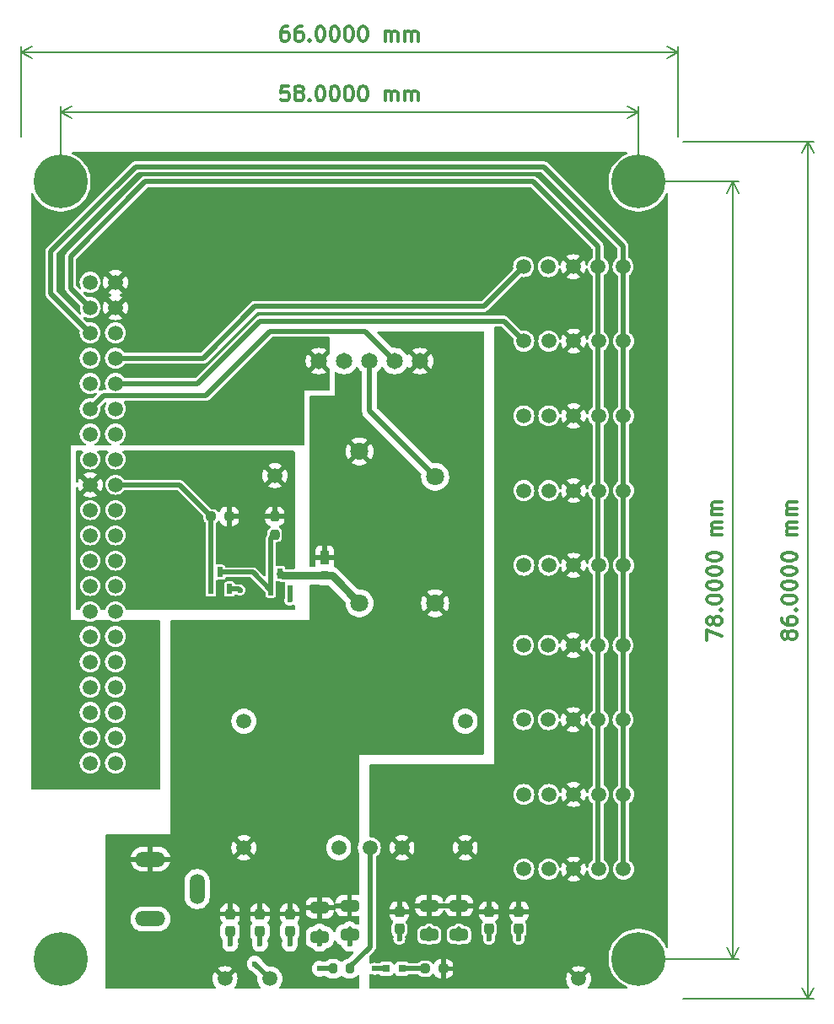
<source format=gbr>
%TF.GenerationSoftware,KiCad,Pcbnew,8.0.8*%
%TF.CreationDate,2025-02-04T22:00:34-05:00*%
%TF.ProjectId,lysimeter-pcb,6c797369-6d65-4746-9572-2d7063622e6b,rev?*%
%TF.SameCoordinates,Original*%
%TF.FileFunction,Copper,L1,Top*%
%TF.FilePolarity,Positive*%
%FSLAX46Y46*%
G04 Gerber Fmt 4.6, Leading zero omitted, Abs format (unit mm)*
G04 Created by KiCad (PCBNEW 8.0.8) date 2025-02-04 22:00:34*
%MOMM*%
%LPD*%
G01*
G04 APERTURE LIST*
G04 Aperture macros list*
%AMRoundRect*
0 Rectangle with rounded corners*
0 $1 Rounding radius*
0 $2 $3 $4 $5 $6 $7 $8 $9 X,Y pos of 4 corners*
0 Add a 4 corners polygon primitive as box body*
4,1,4,$2,$3,$4,$5,$6,$7,$8,$9,$2,$3,0*
0 Add four circle primitives for the rounded corners*
1,1,$1+$1,$2,$3*
1,1,$1+$1,$4,$5*
1,1,$1+$1,$6,$7*
1,1,$1+$1,$8,$9*
0 Add four rect primitives between the rounded corners*
20,1,$1+$1,$2,$3,$4,$5,0*
20,1,$1+$1,$4,$5,$6,$7,0*
20,1,$1+$1,$6,$7,$8,$9,0*
20,1,$1+$1,$8,$9,$2,$3,0*%
G04 Aperture macros list end*
%ADD10C,0.300000*%
%TA.AperFunction,NonConductor*%
%ADD11C,0.300000*%
%TD*%
%TA.AperFunction,NonConductor*%
%ADD12C,0.200000*%
%TD*%
%TA.AperFunction,ComponentPad*%
%ADD13O,3.016000X1.508000*%
%TD*%
%TA.AperFunction,ComponentPad*%
%ADD14O,1.508000X3.016000*%
%TD*%
%TA.AperFunction,ComponentPad*%
%ADD15C,1.498600*%
%TD*%
%TA.AperFunction,SMDPad,CuDef*%
%ADD16RoundRect,0.250000X-0.650000X0.325000X-0.650000X-0.325000X0.650000X-0.325000X0.650000X0.325000X0*%
%TD*%
%TA.AperFunction,SMDPad,CuDef*%
%ADD17R,0.508000X1.016000*%
%TD*%
%TA.AperFunction,SMDPad,CuDef*%
%ADD18RoundRect,0.237500X-0.237500X0.300000X-0.237500X-0.300000X0.237500X-0.300000X0.237500X0.300000X0*%
%TD*%
%TA.AperFunction,SMDPad,CuDef*%
%ADD19C,1.500000*%
%TD*%
%TA.AperFunction,ComponentPad*%
%ADD20C,1.500000*%
%TD*%
%TA.AperFunction,ComponentPad*%
%ADD21C,5.400000*%
%TD*%
%TA.AperFunction,ComponentPad*%
%ADD22C,1.803400*%
%TD*%
%TA.AperFunction,SMDPad,CuDef*%
%ADD23R,0.838200X1.447800*%
%TD*%
%TA.AperFunction,SMDPad,CuDef*%
%ADD24R,0.711200X0.914400*%
%TD*%
%TA.AperFunction,SMDPad,CuDef*%
%ADD25RoundRect,0.237500X-0.237500X0.250000X-0.237500X-0.250000X0.237500X-0.250000X0.237500X0.250000X0*%
%TD*%
%TA.AperFunction,ComponentPad*%
%ADD26C,1.650000*%
%TD*%
%TA.AperFunction,SMDPad,CuDef*%
%ADD27RoundRect,0.237500X0.250000X0.237500X-0.250000X0.237500X-0.250000X-0.237500X0.250000X-0.237500X0*%
%TD*%
%TA.AperFunction,SMDPad,CuDef*%
%ADD28RoundRect,0.200000X0.200000X0.275000X-0.200000X0.275000X-0.200000X-0.275000X0.200000X-0.275000X0*%
%TD*%
%TA.AperFunction,SMDPad,CuDef*%
%ADD29R,0.800000X0.800000*%
%TD*%
%TA.AperFunction,ViaPad*%
%ADD30C,0.600000*%
%TD*%
%TA.AperFunction,Conductor*%
%ADD31C,0.500000*%
%TD*%
%TA.AperFunction,Conductor*%
%ADD32C,0.800000*%
%TD*%
G04 APERTURE END LIST*
D10*
D11*
X142857144Y-47878328D02*
X142142858Y-47878328D01*
X142142858Y-47878328D02*
X142071430Y-48592614D01*
X142071430Y-48592614D02*
X142142858Y-48521185D01*
X142142858Y-48521185D02*
X142285716Y-48449757D01*
X142285716Y-48449757D02*
X142642858Y-48449757D01*
X142642858Y-48449757D02*
X142785716Y-48521185D01*
X142785716Y-48521185D02*
X142857144Y-48592614D01*
X142857144Y-48592614D02*
X142928573Y-48735471D01*
X142928573Y-48735471D02*
X142928573Y-49092614D01*
X142928573Y-49092614D02*
X142857144Y-49235471D01*
X142857144Y-49235471D02*
X142785716Y-49306900D01*
X142785716Y-49306900D02*
X142642858Y-49378328D01*
X142642858Y-49378328D02*
X142285716Y-49378328D01*
X142285716Y-49378328D02*
X142142858Y-49306900D01*
X142142858Y-49306900D02*
X142071430Y-49235471D01*
X143785715Y-48521185D02*
X143642858Y-48449757D01*
X143642858Y-48449757D02*
X143571429Y-48378328D01*
X143571429Y-48378328D02*
X143500001Y-48235471D01*
X143500001Y-48235471D02*
X143500001Y-48164042D01*
X143500001Y-48164042D02*
X143571429Y-48021185D01*
X143571429Y-48021185D02*
X143642858Y-47949757D01*
X143642858Y-47949757D02*
X143785715Y-47878328D01*
X143785715Y-47878328D02*
X144071429Y-47878328D01*
X144071429Y-47878328D02*
X144214287Y-47949757D01*
X144214287Y-47949757D02*
X144285715Y-48021185D01*
X144285715Y-48021185D02*
X144357144Y-48164042D01*
X144357144Y-48164042D02*
X144357144Y-48235471D01*
X144357144Y-48235471D02*
X144285715Y-48378328D01*
X144285715Y-48378328D02*
X144214287Y-48449757D01*
X144214287Y-48449757D02*
X144071429Y-48521185D01*
X144071429Y-48521185D02*
X143785715Y-48521185D01*
X143785715Y-48521185D02*
X143642858Y-48592614D01*
X143642858Y-48592614D02*
X143571429Y-48664042D01*
X143571429Y-48664042D02*
X143500001Y-48806900D01*
X143500001Y-48806900D02*
X143500001Y-49092614D01*
X143500001Y-49092614D02*
X143571429Y-49235471D01*
X143571429Y-49235471D02*
X143642858Y-49306900D01*
X143642858Y-49306900D02*
X143785715Y-49378328D01*
X143785715Y-49378328D02*
X144071429Y-49378328D01*
X144071429Y-49378328D02*
X144214287Y-49306900D01*
X144214287Y-49306900D02*
X144285715Y-49235471D01*
X144285715Y-49235471D02*
X144357144Y-49092614D01*
X144357144Y-49092614D02*
X144357144Y-48806900D01*
X144357144Y-48806900D02*
X144285715Y-48664042D01*
X144285715Y-48664042D02*
X144214287Y-48592614D01*
X144214287Y-48592614D02*
X144071429Y-48521185D01*
X145000000Y-49235471D02*
X145071429Y-49306900D01*
X145071429Y-49306900D02*
X145000000Y-49378328D01*
X145000000Y-49378328D02*
X144928572Y-49306900D01*
X144928572Y-49306900D02*
X145000000Y-49235471D01*
X145000000Y-49235471D02*
X145000000Y-49378328D01*
X146000001Y-47878328D02*
X146142858Y-47878328D01*
X146142858Y-47878328D02*
X146285715Y-47949757D01*
X146285715Y-47949757D02*
X146357144Y-48021185D01*
X146357144Y-48021185D02*
X146428572Y-48164042D01*
X146428572Y-48164042D02*
X146500001Y-48449757D01*
X146500001Y-48449757D02*
X146500001Y-48806900D01*
X146500001Y-48806900D02*
X146428572Y-49092614D01*
X146428572Y-49092614D02*
X146357144Y-49235471D01*
X146357144Y-49235471D02*
X146285715Y-49306900D01*
X146285715Y-49306900D02*
X146142858Y-49378328D01*
X146142858Y-49378328D02*
X146000001Y-49378328D01*
X146000001Y-49378328D02*
X145857144Y-49306900D01*
X145857144Y-49306900D02*
X145785715Y-49235471D01*
X145785715Y-49235471D02*
X145714286Y-49092614D01*
X145714286Y-49092614D02*
X145642858Y-48806900D01*
X145642858Y-48806900D02*
X145642858Y-48449757D01*
X145642858Y-48449757D02*
X145714286Y-48164042D01*
X145714286Y-48164042D02*
X145785715Y-48021185D01*
X145785715Y-48021185D02*
X145857144Y-47949757D01*
X145857144Y-47949757D02*
X146000001Y-47878328D01*
X147428572Y-47878328D02*
X147571429Y-47878328D01*
X147571429Y-47878328D02*
X147714286Y-47949757D01*
X147714286Y-47949757D02*
X147785715Y-48021185D01*
X147785715Y-48021185D02*
X147857143Y-48164042D01*
X147857143Y-48164042D02*
X147928572Y-48449757D01*
X147928572Y-48449757D02*
X147928572Y-48806900D01*
X147928572Y-48806900D02*
X147857143Y-49092614D01*
X147857143Y-49092614D02*
X147785715Y-49235471D01*
X147785715Y-49235471D02*
X147714286Y-49306900D01*
X147714286Y-49306900D02*
X147571429Y-49378328D01*
X147571429Y-49378328D02*
X147428572Y-49378328D01*
X147428572Y-49378328D02*
X147285715Y-49306900D01*
X147285715Y-49306900D02*
X147214286Y-49235471D01*
X147214286Y-49235471D02*
X147142857Y-49092614D01*
X147142857Y-49092614D02*
X147071429Y-48806900D01*
X147071429Y-48806900D02*
X147071429Y-48449757D01*
X147071429Y-48449757D02*
X147142857Y-48164042D01*
X147142857Y-48164042D02*
X147214286Y-48021185D01*
X147214286Y-48021185D02*
X147285715Y-47949757D01*
X147285715Y-47949757D02*
X147428572Y-47878328D01*
X148857143Y-47878328D02*
X149000000Y-47878328D01*
X149000000Y-47878328D02*
X149142857Y-47949757D01*
X149142857Y-47949757D02*
X149214286Y-48021185D01*
X149214286Y-48021185D02*
X149285714Y-48164042D01*
X149285714Y-48164042D02*
X149357143Y-48449757D01*
X149357143Y-48449757D02*
X149357143Y-48806900D01*
X149357143Y-48806900D02*
X149285714Y-49092614D01*
X149285714Y-49092614D02*
X149214286Y-49235471D01*
X149214286Y-49235471D02*
X149142857Y-49306900D01*
X149142857Y-49306900D02*
X149000000Y-49378328D01*
X149000000Y-49378328D02*
X148857143Y-49378328D01*
X148857143Y-49378328D02*
X148714286Y-49306900D01*
X148714286Y-49306900D02*
X148642857Y-49235471D01*
X148642857Y-49235471D02*
X148571428Y-49092614D01*
X148571428Y-49092614D02*
X148500000Y-48806900D01*
X148500000Y-48806900D02*
X148500000Y-48449757D01*
X148500000Y-48449757D02*
X148571428Y-48164042D01*
X148571428Y-48164042D02*
X148642857Y-48021185D01*
X148642857Y-48021185D02*
X148714286Y-47949757D01*
X148714286Y-47949757D02*
X148857143Y-47878328D01*
X150285714Y-47878328D02*
X150428571Y-47878328D01*
X150428571Y-47878328D02*
X150571428Y-47949757D01*
X150571428Y-47949757D02*
X150642857Y-48021185D01*
X150642857Y-48021185D02*
X150714285Y-48164042D01*
X150714285Y-48164042D02*
X150785714Y-48449757D01*
X150785714Y-48449757D02*
X150785714Y-48806900D01*
X150785714Y-48806900D02*
X150714285Y-49092614D01*
X150714285Y-49092614D02*
X150642857Y-49235471D01*
X150642857Y-49235471D02*
X150571428Y-49306900D01*
X150571428Y-49306900D02*
X150428571Y-49378328D01*
X150428571Y-49378328D02*
X150285714Y-49378328D01*
X150285714Y-49378328D02*
X150142857Y-49306900D01*
X150142857Y-49306900D02*
X150071428Y-49235471D01*
X150071428Y-49235471D02*
X149999999Y-49092614D01*
X149999999Y-49092614D02*
X149928571Y-48806900D01*
X149928571Y-48806900D02*
X149928571Y-48449757D01*
X149928571Y-48449757D02*
X149999999Y-48164042D01*
X149999999Y-48164042D02*
X150071428Y-48021185D01*
X150071428Y-48021185D02*
X150142857Y-47949757D01*
X150142857Y-47949757D02*
X150285714Y-47878328D01*
X152571427Y-49378328D02*
X152571427Y-48378328D01*
X152571427Y-48521185D02*
X152642856Y-48449757D01*
X152642856Y-48449757D02*
X152785713Y-48378328D01*
X152785713Y-48378328D02*
X152999999Y-48378328D01*
X152999999Y-48378328D02*
X153142856Y-48449757D01*
X153142856Y-48449757D02*
X153214285Y-48592614D01*
X153214285Y-48592614D02*
X153214285Y-49378328D01*
X153214285Y-48592614D02*
X153285713Y-48449757D01*
X153285713Y-48449757D02*
X153428570Y-48378328D01*
X153428570Y-48378328D02*
X153642856Y-48378328D01*
X153642856Y-48378328D02*
X153785713Y-48449757D01*
X153785713Y-48449757D02*
X153857142Y-48592614D01*
X153857142Y-48592614D02*
X153857142Y-49378328D01*
X154571427Y-49378328D02*
X154571427Y-48378328D01*
X154571427Y-48521185D02*
X154642856Y-48449757D01*
X154642856Y-48449757D02*
X154785713Y-48378328D01*
X154785713Y-48378328D02*
X154999999Y-48378328D01*
X154999999Y-48378328D02*
X155142856Y-48449757D01*
X155142856Y-48449757D02*
X155214285Y-48592614D01*
X155214285Y-48592614D02*
X155214285Y-49378328D01*
X155214285Y-48592614D02*
X155285713Y-48449757D01*
X155285713Y-48449757D02*
X155428570Y-48378328D01*
X155428570Y-48378328D02*
X155642856Y-48378328D01*
X155642856Y-48378328D02*
X155785713Y-48449757D01*
X155785713Y-48449757D02*
X155857142Y-48592614D01*
X155857142Y-48592614D02*
X155857142Y-49378328D01*
D12*
X120000000Y-57000000D02*
X120000000Y-49913580D01*
X178000000Y-57000000D02*
X178000000Y-49913580D01*
X120000000Y-50500000D02*
X178000000Y-50500000D01*
X120000000Y-50500000D02*
X178000000Y-50500000D01*
X120000000Y-50500000D02*
X121126504Y-49913579D01*
X120000000Y-50500000D02*
X121126504Y-51086421D01*
X178000000Y-50500000D02*
X176873496Y-51086421D01*
X178000000Y-50500000D02*
X176873496Y-49913579D01*
D10*
D11*
X184878328Y-103499998D02*
X184878328Y-102499998D01*
X184878328Y-102499998D02*
X186378328Y-103142855D01*
X185521185Y-101714284D02*
X185449757Y-101857141D01*
X185449757Y-101857141D02*
X185378328Y-101928570D01*
X185378328Y-101928570D02*
X185235471Y-101999998D01*
X185235471Y-101999998D02*
X185164042Y-101999998D01*
X185164042Y-101999998D02*
X185021185Y-101928570D01*
X185021185Y-101928570D02*
X184949757Y-101857141D01*
X184949757Y-101857141D02*
X184878328Y-101714284D01*
X184878328Y-101714284D02*
X184878328Y-101428570D01*
X184878328Y-101428570D02*
X184949757Y-101285713D01*
X184949757Y-101285713D02*
X185021185Y-101214284D01*
X185021185Y-101214284D02*
X185164042Y-101142855D01*
X185164042Y-101142855D02*
X185235471Y-101142855D01*
X185235471Y-101142855D02*
X185378328Y-101214284D01*
X185378328Y-101214284D02*
X185449757Y-101285713D01*
X185449757Y-101285713D02*
X185521185Y-101428570D01*
X185521185Y-101428570D02*
X185521185Y-101714284D01*
X185521185Y-101714284D02*
X185592614Y-101857141D01*
X185592614Y-101857141D02*
X185664042Y-101928570D01*
X185664042Y-101928570D02*
X185806900Y-101999998D01*
X185806900Y-101999998D02*
X186092614Y-101999998D01*
X186092614Y-101999998D02*
X186235471Y-101928570D01*
X186235471Y-101928570D02*
X186306900Y-101857141D01*
X186306900Y-101857141D02*
X186378328Y-101714284D01*
X186378328Y-101714284D02*
X186378328Y-101428570D01*
X186378328Y-101428570D02*
X186306900Y-101285713D01*
X186306900Y-101285713D02*
X186235471Y-101214284D01*
X186235471Y-101214284D02*
X186092614Y-101142855D01*
X186092614Y-101142855D02*
X185806900Y-101142855D01*
X185806900Y-101142855D02*
X185664042Y-101214284D01*
X185664042Y-101214284D02*
X185592614Y-101285713D01*
X185592614Y-101285713D02*
X185521185Y-101428570D01*
X186235471Y-100499999D02*
X186306900Y-100428570D01*
X186306900Y-100428570D02*
X186378328Y-100499999D01*
X186378328Y-100499999D02*
X186306900Y-100571427D01*
X186306900Y-100571427D02*
X186235471Y-100499999D01*
X186235471Y-100499999D02*
X186378328Y-100499999D01*
X184878328Y-99499998D02*
X184878328Y-99357141D01*
X184878328Y-99357141D02*
X184949757Y-99214284D01*
X184949757Y-99214284D02*
X185021185Y-99142856D01*
X185021185Y-99142856D02*
X185164042Y-99071427D01*
X185164042Y-99071427D02*
X185449757Y-98999998D01*
X185449757Y-98999998D02*
X185806900Y-98999998D01*
X185806900Y-98999998D02*
X186092614Y-99071427D01*
X186092614Y-99071427D02*
X186235471Y-99142856D01*
X186235471Y-99142856D02*
X186306900Y-99214284D01*
X186306900Y-99214284D02*
X186378328Y-99357141D01*
X186378328Y-99357141D02*
X186378328Y-99499998D01*
X186378328Y-99499998D02*
X186306900Y-99642856D01*
X186306900Y-99642856D02*
X186235471Y-99714284D01*
X186235471Y-99714284D02*
X186092614Y-99785713D01*
X186092614Y-99785713D02*
X185806900Y-99857141D01*
X185806900Y-99857141D02*
X185449757Y-99857141D01*
X185449757Y-99857141D02*
X185164042Y-99785713D01*
X185164042Y-99785713D02*
X185021185Y-99714284D01*
X185021185Y-99714284D02*
X184949757Y-99642856D01*
X184949757Y-99642856D02*
X184878328Y-99499998D01*
X184878328Y-98071427D02*
X184878328Y-97928570D01*
X184878328Y-97928570D02*
X184949757Y-97785713D01*
X184949757Y-97785713D02*
X185021185Y-97714285D01*
X185021185Y-97714285D02*
X185164042Y-97642856D01*
X185164042Y-97642856D02*
X185449757Y-97571427D01*
X185449757Y-97571427D02*
X185806900Y-97571427D01*
X185806900Y-97571427D02*
X186092614Y-97642856D01*
X186092614Y-97642856D02*
X186235471Y-97714285D01*
X186235471Y-97714285D02*
X186306900Y-97785713D01*
X186306900Y-97785713D02*
X186378328Y-97928570D01*
X186378328Y-97928570D02*
X186378328Y-98071427D01*
X186378328Y-98071427D02*
X186306900Y-98214285D01*
X186306900Y-98214285D02*
X186235471Y-98285713D01*
X186235471Y-98285713D02*
X186092614Y-98357142D01*
X186092614Y-98357142D02*
X185806900Y-98428570D01*
X185806900Y-98428570D02*
X185449757Y-98428570D01*
X185449757Y-98428570D02*
X185164042Y-98357142D01*
X185164042Y-98357142D02*
X185021185Y-98285713D01*
X185021185Y-98285713D02*
X184949757Y-98214285D01*
X184949757Y-98214285D02*
X184878328Y-98071427D01*
X184878328Y-96642856D02*
X184878328Y-96499999D01*
X184878328Y-96499999D02*
X184949757Y-96357142D01*
X184949757Y-96357142D02*
X185021185Y-96285714D01*
X185021185Y-96285714D02*
X185164042Y-96214285D01*
X185164042Y-96214285D02*
X185449757Y-96142856D01*
X185449757Y-96142856D02*
X185806900Y-96142856D01*
X185806900Y-96142856D02*
X186092614Y-96214285D01*
X186092614Y-96214285D02*
X186235471Y-96285714D01*
X186235471Y-96285714D02*
X186306900Y-96357142D01*
X186306900Y-96357142D02*
X186378328Y-96499999D01*
X186378328Y-96499999D02*
X186378328Y-96642856D01*
X186378328Y-96642856D02*
X186306900Y-96785714D01*
X186306900Y-96785714D02*
X186235471Y-96857142D01*
X186235471Y-96857142D02*
X186092614Y-96928571D01*
X186092614Y-96928571D02*
X185806900Y-96999999D01*
X185806900Y-96999999D02*
X185449757Y-96999999D01*
X185449757Y-96999999D02*
X185164042Y-96928571D01*
X185164042Y-96928571D02*
X185021185Y-96857142D01*
X185021185Y-96857142D02*
X184949757Y-96785714D01*
X184949757Y-96785714D02*
X184878328Y-96642856D01*
X184878328Y-95214285D02*
X184878328Y-95071428D01*
X184878328Y-95071428D02*
X184949757Y-94928571D01*
X184949757Y-94928571D02*
X185021185Y-94857143D01*
X185021185Y-94857143D02*
X185164042Y-94785714D01*
X185164042Y-94785714D02*
X185449757Y-94714285D01*
X185449757Y-94714285D02*
X185806900Y-94714285D01*
X185806900Y-94714285D02*
X186092614Y-94785714D01*
X186092614Y-94785714D02*
X186235471Y-94857143D01*
X186235471Y-94857143D02*
X186306900Y-94928571D01*
X186306900Y-94928571D02*
X186378328Y-95071428D01*
X186378328Y-95071428D02*
X186378328Y-95214285D01*
X186378328Y-95214285D02*
X186306900Y-95357143D01*
X186306900Y-95357143D02*
X186235471Y-95428571D01*
X186235471Y-95428571D02*
X186092614Y-95500000D01*
X186092614Y-95500000D02*
X185806900Y-95571428D01*
X185806900Y-95571428D02*
X185449757Y-95571428D01*
X185449757Y-95571428D02*
X185164042Y-95500000D01*
X185164042Y-95500000D02*
X185021185Y-95428571D01*
X185021185Y-95428571D02*
X184949757Y-95357143D01*
X184949757Y-95357143D02*
X184878328Y-95214285D01*
X186378328Y-92928572D02*
X185378328Y-92928572D01*
X185521185Y-92928572D02*
X185449757Y-92857143D01*
X185449757Y-92857143D02*
X185378328Y-92714286D01*
X185378328Y-92714286D02*
X185378328Y-92500000D01*
X185378328Y-92500000D02*
X185449757Y-92357143D01*
X185449757Y-92357143D02*
X185592614Y-92285715D01*
X185592614Y-92285715D02*
X186378328Y-92285715D01*
X185592614Y-92285715D02*
X185449757Y-92214286D01*
X185449757Y-92214286D02*
X185378328Y-92071429D01*
X185378328Y-92071429D02*
X185378328Y-91857143D01*
X185378328Y-91857143D02*
X185449757Y-91714286D01*
X185449757Y-91714286D02*
X185592614Y-91642857D01*
X185592614Y-91642857D02*
X186378328Y-91642857D01*
X186378328Y-90928572D02*
X185378328Y-90928572D01*
X185521185Y-90928572D02*
X185449757Y-90857143D01*
X185449757Y-90857143D02*
X185378328Y-90714286D01*
X185378328Y-90714286D02*
X185378328Y-90500000D01*
X185378328Y-90500000D02*
X185449757Y-90357143D01*
X185449757Y-90357143D02*
X185592614Y-90285715D01*
X185592614Y-90285715D02*
X186378328Y-90285715D01*
X185592614Y-90285715D02*
X185449757Y-90214286D01*
X185449757Y-90214286D02*
X185378328Y-90071429D01*
X185378328Y-90071429D02*
X185378328Y-89857143D01*
X185378328Y-89857143D02*
X185449757Y-89714286D01*
X185449757Y-89714286D02*
X185592614Y-89642857D01*
X185592614Y-89642857D02*
X186378328Y-89642857D01*
D12*
X178500000Y-57500000D02*
X188086420Y-57500000D01*
X178500000Y-135500000D02*
X188086420Y-135500000D01*
X187500000Y-57500000D02*
X187500000Y-135500000D01*
X187500000Y-57500000D02*
X187500000Y-135500000D01*
X187500000Y-57500000D02*
X188086421Y-58626504D01*
X187500000Y-57500000D02*
X186913579Y-58626504D01*
X187500000Y-135500000D02*
X186913579Y-134373496D01*
X187500000Y-135500000D02*
X188086421Y-134373496D01*
D10*
D11*
X142785716Y-41878328D02*
X142500001Y-41878328D01*
X142500001Y-41878328D02*
X142357144Y-41949757D01*
X142357144Y-41949757D02*
X142285716Y-42021185D01*
X142285716Y-42021185D02*
X142142858Y-42235471D01*
X142142858Y-42235471D02*
X142071430Y-42521185D01*
X142071430Y-42521185D02*
X142071430Y-43092614D01*
X142071430Y-43092614D02*
X142142858Y-43235471D01*
X142142858Y-43235471D02*
X142214287Y-43306900D01*
X142214287Y-43306900D02*
X142357144Y-43378328D01*
X142357144Y-43378328D02*
X142642858Y-43378328D01*
X142642858Y-43378328D02*
X142785716Y-43306900D01*
X142785716Y-43306900D02*
X142857144Y-43235471D01*
X142857144Y-43235471D02*
X142928573Y-43092614D01*
X142928573Y-43092614D02*
X142928573Y-42735471D01*
X142928573Y-42735471D02*
X142857144Y-42592614D01*
X142857144Y-42592614D02*
X142785716Y-42521185D01*
X142785716Y-42521185D02*
X142642858Y-42449757D01*
X142642858Y-42449757D02*
X142357144Y-42449757D01*
X142357144Y-42449757D02*
X142214287Y-42521185D01*
X142214287Y-42521185D02*
X142142858Y-42592614D01*
X142142858Y-42592614D02*
X142071430Y-42735471D01*
X144214287Y-41878328D02*
X143928572Y-41878328D01*
X143928572Y-41878328D02*
X143785715Y-41949757D01*
X143785715Y-41949757D02*
X143714287Y-42021185D01*
X143714287Y-42021185D02*
X143571429Y-42235471D01*
X143571429Y-42235471D02*
X143500001Y-42521185D01*
X143500001Y-42521185D02*
X143500001Y-43092614D01*
X143500001Y-43092614D02*
X143571429Y-43235471D01*
X143571429Y-43235471D02*
X143642858Y-43306900D01*
X143642858Y-43306900D02*
X143785715Y-43378328D01*
X143785715Y-43378328D02*
X144071429Y-43378328D01*
X144071429Y-43378328D02*
X144214287Y-43306900D01*
X144214287Y-43306900D02*
X144285715Y-43235471D01*
X144285715Y-43235471D02*
X144357144Y-43092614D01*
X144357144Y-43092614D02*
X144357144Y-42735471D01*
X144357144Y-42735471D02*
X144285715Y-42592614D01*
X144285715Y-42592614D02*
X144214287Y-42521185D01*
X144214287Y-42521185D02*
X144071429Y-42449757D01*
X144071429Y-42449757D02*
X143785715Y-42449757D01*
X143785715Y-42449757D02*
X143642858Y-42521185D01*
X143642858Y-42521185D02*
X143571429Y-42592614D01*
X143571429Y-42592614D02*
X143500001Y-42735471D01*
X145000000Y-43235471D02*
X145071429Y-43306900D01*
X145071429Y-43306900D02*
X145000000Y-43378328D01*
X145000000Y-43378328D02*
X144928572Y-43306900D01*
X144928572Y-43306900D02*
X145000000Y-43235471D01*
X145000000Y-43235471D02*
X145000000Y-43378328D01*
X146000001Y-41878328D02*
X146142858Y-41878328D01*
X146142858Y-41878328D02*
X146285715Y-41949757D01*
X146285715Y-41949757D02*
X146357144Y-42021185D01*
X146357144Y-42021185D02*
X146428572Y-42164042D01*
X146428572Y-42164042D02*
X146500001Y-42449757D01*
X146500001Y-42449757D02*
X146500001Y-42806900D01*
X146500001Y-42806900D02*
X146428572Y-43092614D01*
X146428572Y-43092614D02*
X146357144Y-43235471D01*
X146357144Y-43235471D02*
X146285715Y-43306900D01*
X146285715Y-43306900D02*
X146142858Y-43378328D01*
X146142858Y-43378328D02*
X146000001Y-43378328D01*
X146000001Y-43378328D02*
X145857144Y-43306900D01*
X145857144Y-43306900D02*
X145785715Y-43235471D01*
X145785715Y-43235471D02*
X145714286Y-43092614D01*
X145714286Y-43092614D02*
X145642858Y-42806900D01*
X145642858Y-42806900D02*
X145642858Y-42449757D01*
X145642858Y-42449757D02*
X145714286Y-42164042D01*
X145714286Y-42164042D02*
X145785715Y-42021185D01*
X145785715Y-42021185D02*
X145857144Y-41949757D01*
X145857144Y-41949757D02*
X146000001Y-41878328D01*
X147428572Y-41878328D02*
X147571429Y-41878328D01*
X147571429Y-41878328D02*
X147714286Y-41949757D01*
X147714286Y-41949757D02*
X147785715Y-42021185D01*
X147785715Y-42021185D02*
X147857143Y-42164042D01*
X147857143Y-42164042D02*
X147928572Y-42449757D01*
X147928572Y-42449757D02*
X147928572Y-42806900D01*
X147928572Y-42806900D02*
X147857143Y-43092614D01*
X147857143Y-43092614D02*
X147785715Y-43235471D01*
X147785715Y-43235471D02*
X147714286Y-43306900D01*
X147714286Y-43306900D02*
X147571429Y-43378328D01*
X147571429Y-43378328D02*
X147428572Y-43378328D01*
X147428572Y-43378328D02*
X147285715Y-43306900D01*
X147285715Y-43306900D02*
X147214286Y-43235471D01*
X147214286Y-43235471D02*
X147142857Y-43092614D01*
X147142857Y-43092614D02*
X147071429Y-42806900D01*
X147071429Y-42806900D02*
X147071429Y-42449757D01*
X147071429Y-42449757D02*
X147142857Y-42164042D01*
X147142857Y-42164042D02*
X147214286Y-42021185D01*
X147214286Y-42021185D02*
X147285715Y-41949757D01*
X147285715Y-41949757D02*
X147428572Y-41878328D01*
X148857143Y-41878328D02*
X149000000Y-41878328D01*
X149000000Y-41878328D02*
X149142857Y-41949757D01*
X149142857Y-41949757D02*
X149214286Y-42021185D01*
X149214286Y-42021185D02*
X149285714Y-42164042D01*
X149285714Y-42164042D02*
X149357143Y-42449757D01*
X149357143Y-42449757D02*
X149357143Y-42806900D01*
X149357143Y-42806900D02*
X149285714Y-43092614D01*
X149285714Y-43092614D02*
X149214286Y-43235471D01*
X149214286Y-43235471D02*
X149142857Y-43306900D01*
X149142857Y-43306900D02*
X149000000Y-43378328D01*
X149000000Y-43378328D02*
X148857143Y-43378328D01*
X148857143Y-43378328D02*
X148714286Y-43306900D01*
X148714286Y-43306900D02*
X148642857Y-43235471D01*
X148642857Y-43235471D02*
X148571428Y-43092614D01*
X148571428Y-43092614D02*
X148500000Y-42806900D01*
X148500000Y-42806900D02*
X148500000Y-42449757D01*
X148500000Y-42449757D02*
X148571428Y-42164042D01*
X148571428Y-42164042D02*
X148642857Y-42021185D01*
X148642857Y-42021185D02*
X148714286Y-41949757D01*
X148714286Y-41949757D02*
X148857143Y-41878328D01*
X150285714Y-41878328D02*
X150428571Y-41878328D01*
X150428571Y-41878328D02*
X150571428Y-41949757D01*
X150571428Y-41949757D02*
X150642857Y-42021185D01*
X150642857Y-42021185D02*
X150714285Y-42164042D01*
X150714285Y-42164042D02*
X150785714Y-42449757D01*
X150785714Y-42449757D02*
X150785714Y-42806900D01*
X150785714Y-42806900D02*
X150714285Y-43092614D01*
X150714285Y-43092614D02*
X150642857Y-43235471D01*
X150642857Y-43235471D02*
X150571428Y-43306900D01*
X150571428Y-43306900D02*
X150428571Y-43378328D01*
X150428571Y-43378328D02*
X150285714Y-43378328D01*
X150285714Y-43378328D02*
X150142857Y-43306900D01*
X150142857Y-43306900D02*
X150071428Y-43235471D01*
X150071428Y-43235471D02*
X149999999Y-43092614D01*
X149999999Y-43092614D02*
X149928571Y-42806900D01*
X149928571Y-42806900D02*
X149928571Y-42449757D01*
X149928571Y-42449757D02*
X149999999Y-42164042D01*
X149999999Y-42164042D02*
X150071428Y-42021185D01*
X150071428Y-42021185D02*
X150142857Y-41949757D01*
X150142857Y-41949757D02*
X150285714Y-41878328D01*
X152571427Y-43378328D02*
X152571427Y-42378328D01*
X152571427Y-42521185D02*
X152642856Y-42449757D01*
X152642856Y-42449757D02*
X152785713Y-42378328D01*
X152785713Y-42378328D02*
X152999999Y-42378328D01*
X152999999Y-42378328D02*
X153142856Y-42449757D01*
X153142856Y-42449757D02*
X153214285Y-42592614D01*
X153214285Y-42592614D02*
X153214285Y-43378328D01*
X153214285Y-42592614D02*
X153285713Y-42449757D01*
X153285713Y-42449757D02*
X153428570Y-42378328D01*
X153428570Y-42378328D02*
X153642856Y-42378328D01*
X153642856Y-42378328D02*
X153785713Y-42449757D01*
X153785713Y-42449757D02*
X153857142Y-42592614D01*
X153857142Y-42592614D02*
X153857142Y-43378328D01*
X154571427Y-43378328D02*
X154571427Y-42378328D01*
X154571427Y-42521185D02*
X154642856Y-42449757D01*
X154642856Y-42449757D02*
X154785713Y-42378328D01*
X154785713Y-42378328D02*
X154999999Y-42378328D01*
X154999999Y-42378328D02*
X155142856Y-42449757D01*
X155142856Y-42449757D02*
X155214285Y-42592614D01*
X155214285Y-42592614D02*
X155214285Y-43378328D01*
X155214285Y-42592614D02*
X155285713Y-42449757D01*
X155285713Y-42449757D02*
X155428570Y-42378328D01*
X155428570Y-42378328D02*
X155642856Y-42378328D01*
X155642856Y-42378328D02*
X155785713Y-42449757D01*
X155785713Y-42449757D02*
X155857142Y-42592614D01*
X155857142Y-42592614D02*
X155857142Y-43378328D01*
D12*
X116000000Y-53000000D02*
X116000000Y-43913580D01*
X182000000Y-53000000D02*
X182000000Y-43913580D01*
X116000000Y-44500000D02*
X182000000Y-44500000D01*
X116000000Y-44500000D02*
X182000000Y-44500000D01*
X116000000Y-44500000D02*
X117126504Y-43913579D01*
X116000000Y-44500000D02*
X117126504Y-45086421D01*
X182000000Y-44500000D02*
X180873496Y-45086421D01*
X182000000Y-44500000D02*
X180873496Y-43913579D01*
D10*
D11*
X193021185Y-103142855D02*
X192949757Y-103285712D01*
X192949757Y-103285712D02*
X192878328Y-103357141D01*
X192878328Y-103357141D02*
X192735471Y-103428569D01*
X192735471Y-103428569D02*
X192664042Y-103428569D01*
X192664042Y-103428569D02*
X192521185Y-103357141D01*
X192521185Y-103357141D02*
X192449757Y-103285712D01*
X192449757Y-103285712D02*
X192378328Y-103142855D01*
X192378328Y-103142855D02*
X192378328Y-102857141D01*
X192378328Y-102857141D02*
X192449757Y-102714284D01*
X192449757Y-102714284D02*
X192521185Y-102642855D01*
X192521185Y-102642855D02*
X192664042Y-102571426D01*
X192664042Y-102571426D02*
X192735471Y-102571426D01*
X192735471Y-102571426D02*
X192878328Y-102642855D01*
X192878328Y-102642855D02*
X192949757Y-102714284D01*
X192949757Y-102714284D02*
X193021185Y-102857141D01*
X193021185Y-102857141D02*
X193021185Y-103142855D01*
X193021185Y-103142855D02*
X193092614Y-103285712D01*
X193092614Y-103285712D02*
X193164042Y-103357141D01*
X193164042Y-103357141D02*
X193306900Y-103428569D01*
X193306900Y-103428569D02*
X193592614Y-103428569D01*
X193592614Y-103428569D02*
X193735471Y-103357141D01*
X193735471Y-103357141D02*
X193806900Y-103285712D01*
X193806900Y-103285712D02*
X193878328Y-103142855D01*
X193878328Y-103142855D02*
X193878328Y-102857141D01*
X193878328Y-102857141D02*
X193806900Y-102714284D01*
X193806900Y-102714284D02*
X193735471Y-102642855D01*
X193735471Y-102642855D02*
X193592614Y-102571426D01*
X193592614Y-102571426D02*
X193306900Y-102571426D01*
X193306900Y-102571426D02*
X193164042Y-102642855D01*
X193164042Y-102642855D02*
X193092614Y-102714284D01*
X193092614Y-102714284D02*
X193021185Y-102857141D01*
X192378328Y-101285713D02*
X192378328Y-101571427D01*
X192378328Y-101571427D02*
X192449757Y-101714284D01*
X192449757Y-101714284D02*
X192521185Y-101785713D01*
X192521185Y-101785713D02*
X192735471Y-101928570D01*
X192735471Y-101928570D02*
X193021185Y-101999998D01*
X193021185Y-101999998D02*
X193592614Y-101999998D01*
X193592614Y-101999998D02*
X193735471Y-101928570D01*
X193735471Y-101928570D02*
X193806900Y-101857141D01*
X193806900Y-101857141D02*
X193878328Y-101714284D01*
X193878328Y-101714284D02*
X193878328Y-101428570D01*
X193878328Y-101428570D02*
X193806900Y-101285713D01*
X193806900Y-101285713D02*
X193735471Y-101214284D01*
X193735471Y-101214284D02*
X193592614Y-101142855D01*
X193592614Y-101142855D02*
X193235471Y-101142855D01*
X193235471Y-101142855D02*
X193092614Y-101214284D01*
X193092614Y-101214284D02*
X193021185Y-101285713D01*
X193021185Y-101285713D02*
X192949757Y-101428570D01*
X192949757Y-101428570D02*
X192949757Y-101714284D01*
X192949757Y-101714284D02*
X193021185Y-101857141D01*
X193021185Y-101857141D02*
X193092614Y-101928570D01*
X193092614Y-101928570D02*
X193235471Y-101999998D01*
X193735471Y-100499999D02*
X193806900Y-100428570D01*
X193806900Y-100428570D02*
X193878328Y-100499999D01*
X193878328Y-100499999D02*
X193806900Y-100571427D01*
X193806900Y-100571427D02*
X193735471Y-100499999D01*
X193735471Y-100499999D02*
X193878328Y-100499999D01*
X192378328Y-99499998D02*
X192378328Y-99357141D01*
X192378328Y-99357141D02*
X192449757Y-99214284D01*
X192449757Y-99214284D02*
X192521185Y-99142856D01*
X192521185Y-99142856D02*
X192664042Y-99071427D01*
X192664042Y-99071427D02*
X192949757Y-98999998D01*
X192949757Y-98999998D02*
X193306900Y-98999998D01*
X193306900Y-98999998D02*
X193592614Y-99071427D01*
X193592614Y-99071427D02*
X193735471Y-99142856D01*
X193735471Y-99142856D02*
X193806900Y-99214284D01*
X193806900Y-99214284D02*
X193878328Y-99357141D01*
X193878328Y-99357141D02*
X193878328Y-99499998D01*
X193878328Y-99499998D02*
X193806900Y-99642856D01*
X193806900Y-99642856D02*
X193735471Y-99714284D01*
X193735471Y-99714284D02*
X193592614Y-99785713D01*
X193592614Y-99785713D02*
X193306900Y-99857141D01*
X193306900Y-99857141D02*
X192949757Y-99857141D01*
X192949757Y-99857141D02*
X192664042Y-99785713D01*
X192664042Y-99785713D02*
X192521185Y-99714284D01*
X192521185Y-99714284D02*
X192449757Y-99642856D01*
X192449757Y-99642856D02*
X192378328Y-99499998D01*
X192378328Y-98071427D02*
X192378328Y-97928570D01*
X192378328Y-97928570D02*
X192449757Y-97785713D01*
X192449757Y-97785713D02*
X192521185Y-97714285D01*
X192521185Y-97714285D02*
X192664042Y-97642856D01*
X192664042Y-97642856D02*
X192949757Y-97571427D01*
X192949757Y-97571427D02*
X193306900Y-97571427D01*
X193306900Y-97571427D02*
X193592614Y-97642856D01*
X193592614Y-97642856D02*
X193735471Y-97714285D01*
X193735471Y-97714285D02*
X193806900Y-97785713D01*
X193806900Y-97785713D02*
X193878328Y-97928570D01*
X193878328Y-97928570D02*
X193878328Y-98071427D01*
X193878328Y-98071427D02*
X193806900Y-98214285D01*
X193806900Y-98214285D02*
X193735471Y-98285713D01*
X193735471Y-98285713D02*
X193592614Y-98357142D01*
X193592614Y-98357142D02*
X193306900Y-98428570D01*
X193306900Y-98428570D02*
X192949757Y-98428570D01*
X192949757Y-98428570D02*
X192664042Y-98357142D01*
X192664042Y-98357142D02*
X192521185Y-98285713D01*
X192521185Y-98285713D02*
X192449757Y-98214285D01*
X192449757Y-98214285D02*
X192378328Y-98071427D01*
X192378328Y-96642856D02*
X192378328Y-96499999D01*
X192378328Y-96499999D02*
X192449757Y-96357142D01*
X192449757Y-96357142D02*
X192521185Y-96285714D01*
X192521185Y-96285714D02*
X192664042Y-96214285D01*
X192664042Y-96214285D02*
X192949757Y-96142856D01*
X192949757Y-96142856D02*
X193306900Y-96142856D01*
X193306900Y-96142856D02*
X193592614Y-96214285D01*
X193592614Y-96214285D02*
X193735471Y-96285714D01*
X193735471Y-96285714D02*
X193806900Y-96357142D01*
X193806900Y-96357142D02*
X193878328Y-96499999D01*
X193878328Y-96499999D02*
X193878328Y-96642856D01*
X193878328Y-96642856D02*
X193806900Y-96785714D01*
X193806900Y-96785714D02*
X193735471Y-96857142D01*
X193735471Y-96857142D02*
X193592614Y-96928571D01*
X193592614Y-96928571D02*
X193306900Y-96999999D01*
X193306900Y-96999999D02*
X192949757Y-96999999D01*
X192949757Y-96999999D02*
X192664042Y-96928571D01*
X192664042Y-96928571D02*
X192521185Y-96857142D01*
X192521185Y-96857142D02*
X192449757Y-96785714D01*
X192449757Y-96785714D02*
X192378328Y-96642856D01*
X192378328Y-95214285D02*
X192378328Y-95071428D01*
X192378328Y-95071428D02*
X192449757Y-94928571D01*
X192449757Y-94928571D02*
X192521185Y-94857143D01*
X192521185Y-94857143D02*
X192664042Y-94785714D01*
X192664042Y-94785714D02*
X192949757Y-94714285D01*
X192949757Y-94714285D02*
X193306900Y-94714285D01*
X193306900Y-94714285D02*
X193592614Y-94785714D01*
X193592614Y-94785714D02*
X193735471Y-94857143D01*
X193735471Y-94857143D02*
X193806900Y-94928571D01*
X193806900Y-94928571D02*
X193878328Y-95071428D01*
X193878328Y-95071428D02*
X193878328Y-95214285D01*
X193878328Y-95214285D02*
X193806900Y-95357143D01*
X193806900Y-95357143D02*
X193735471Y-95428571D01*
X193735471Y-95428571D02*
X193592614Y-95500000D01*
X193592614Y-95500000D02*
X193306900Y-95571428D01*
X193306900Y-95571428D02*
X192949757Y-95571428D01*
X192949757Y-95571428D02*
X192664042Y-95500000D01*
X192664042Y-95500000D02*
X192521185Y-95428571D01*
X192521185Y-95428571D02*
X192449757Y-95357143D01*
X192449757Y-95357143D02*
X192378328Y-95214285D01*
X193878328Y-92928572D02*
X192878328Y-92928572D01*
X193021185Y-92928572D02*
X192949757Y-92857143D01*
X192949757Y-92857143D02*
X192878328Y-92714286D01*
X192878328Y-92714286D02*
X192878328Y-92500000D01*
X192878328Y-92500000D02*
X192949757Y-92357143D01*
X192949757Y-92357143D02*
X193092614Y-92285715D01*
X193092614Y-92285715D02*
X193878328Y-92285715D01*
X193092614Y-92285715D02*
X192949757Y-92214286D01*
X192949757Y-92214286D02*
X192878328Y-92071429D01*
X192878328Y-92071429D02*
X192878328Y-91857143D01*
X192878328Y-91857143D02*
X192949757Y-91714286D01*
X192949757Y-91714286D02*
X193092614Y-91642857D01*
X193092614Y-91642857D02*
X193878328Y-91642857D01*
X193878328Y-90928572D02*
X192878328Y-90928572D01*
X193021185Y-90928572D02*
X192949757Y-90857143D01*
X192949757Y-90857143D02*
X192878328Y-90714286D01*
X192878328Y-90714286D02*
X192878328Y-90500000D01*
X192878328Y-90500000D02*
X192949757Y-90357143D01*
X192949757Y-90357143D02*
X193092614Y-90285715D01*
X193092614Y-90285715D02*
X193878328Y-90285715D01*
X193092614Y-90285715D02*
X192949757Y-90214286D01*
X192949757Y-90214286D02*
X192878328Y-90071429D01*
X192878328Y-90071429D02*
X192878328Y-89857143D01*
X192878328Y-89857143D02*
X192949757Y-89714286D01*
X192949757Y-89714286D02*
X193092614Y-89642857D01*
X193092614Y-89642857D02*
X193878328Y-89642857D01*
D12*
X182500000Y-53500000D02*
X195586420Y-53500000D01*
X182500000Y-139500000D02*
X195586420Y-139500000D01*
X195000000Y-53500000D02*
X195000000Y-139500000D01*
X195000000Y-53500000D02*
X195000000Y-139500000D01*
X195000000Y-53500000D02*
X195586421Y-54626504D01*
X195000000Y-53500000D02*
X194413579Y-54626504D01*
X195000000Y-139500000D02*
X194413579Y-138373496D01*
X195000000Y-139500000D02*
X195586421Y-138373496D01*
D13*
%TO.P,J2,1*%
%TO.N,+12V*%
X129000000Y-125500000D03*
%TO.P,J2,2*%
%TO.N,GND*%
X129000000Y-131500000D03*
D14*
%TO.P,J2,3*%
X133700000Y-128500000D03*
%TD*%
D15*
%TO.P,J1,1,1*%
%TO.N,+5V*%
X125500000Y-67600000D03*
%TO.P,J1,2,2*%
%TO.N,unconnected-(J1-Pad2)*%
X122960000Y-67600000D03*
%TO.P,J1,3,3*%
%TO.N,+5V*%
X125500000Y-70140000D03*
%TO.P,J1,4,4*%
%TO.N,SDA*%
X122960000Y-70140000D03*
%TO.P,J1,5,5*%
%TO.N,GND*%
X125500000Y-72680000D03*
%TO.P,J1,6,6*%
%TO.N,SCL*%
X122960000Y-72680000D03*
%TO.P,J1,7,7*%
%TO.N,GPIO14*%
X125500000Y-75220000D03*
%TO.P,J1,8,8*%
%TO.N,unconnected-(J1-Pad8)*%
X122960000Y-75220000D03*
%TO.P,J1,9,9*%
%TO.N,GPIO15*%
X125500000Y-77760000D03*
%TO.P,J1,10,10*%
%TO.N,GND*%
X122960000Y-77760000D03*
%TO.P,J1,11,11*%
%TO.N,unconnected-(J1-Pad11)*%
X125500000Y-80300000D03*
%TO.P,J1,12,12*%
%TO.N,GPIO17*%
X122960000Y-80300000D03*
%TO.P,J1,13,13*%
%TO.N,GND*%
X125500000Y-82840000D03*
%TO.P,J1,14,14*%
%TO.N,unconnected-(J1-Pad14)*%
X122960000Y-82840000D03*
%TO.P,J1,15,15*%
%TO.N,unconnected-(J1-Pad15)*%
X125500000Y-85380000D03*
%TO.P,J1,16,16*%
%TO.N,unconnected-(J1-Pad16)*%
X122960000Y-85380000D03*
%TO.P,J1,17,17*%
%TO.N,GPIO24*%
X125500000Y-87920000D03*
%TO.P,J1,18,18*%
%TO.N,+3.3V*%
X122960000Y-87920000D03*
%TO.P,J1,19,19*%
%TO.N,GND*%
X125500000Y-90460000D03*
%TO.P,J1,20,20*%
%TO.N,unconnected-(J1-Pad20)*%
X122960000Y-90460000D03*
%TO.P,J1,21,21*%
%TO.N,unconnected-(J1-Pad21)*%
X125500000Y-93000000D03*
%TO.P,J1,22,22*%
%TO.N,unconnected-(J1-Pad22)*%
X122960000Y-93000000D03*
%TO.P,J1,23,23*%
%TO.N,unconnected-(J1-Pad23)*%
X125500000Y-95540000D03*
%TO.P,J1,24,24*%
%TO.N,unconnected-(J1-Pad24)*%
X122960000Y-95540000D03*
%TO.P,J1,25,25*%
%TO.N,unconnected-(J1-Pad25)*%
X125500000Y-98080000D03*
%TO.P,J1,26,26*%
%TO.N,GND*%
X122960000Y-98080000D03*
%TO.P,J1,27,27*%
%TO.N,unconnected-(J1-Pad27)*%
X125500000Y-100620000D03*
%TO.P,J1,28,28*%
%TO.N,unconnected-(J1-Pad28)*%
X122960000Y-100620000D03*
%TO.P,J1,29,29*%
%TO.N,GND*%
X125500000Y-103160000D03*
%TO.P,J1,30,30*%
%TO.N,unconnected-(J1-Pad30)*%
X122960000Y-103160000D03*
%TO.P,J1,31,31*%
%TO.N,unconnected-(J1-Pad31)*%
X125500000Y-105700000D03*
%TO.P,J1,32,32*%
%TO.N,unconnected-(J1-Pad32)*%
X122960000Y-105700000D03*
%TO.P,J1,33,33*%
%TO.N,GND*%
X125500000Y-108240000D03*
%TO.P,J1,34,34*%
%TO.N,unconnected-(J1-Pad34)*%
X122960000Y-108240000D03*
%TO.P,J1,35,35*%
%TO.N,unconnected-(J1-Pad35)*%
X125500000Y-110780000D03*
%TO.P,J1,36,36*%
%TO.N,unconnected-(J1-Pad36)*%
X122960000Y-110780000D03*
%TO.P,J1,37,37*%
%TO.N,unconnected-(J1-Pad37)*%
X125500000Y-113320000D03*
%TO.P,J1,38,38*%
%TO.N,unconnected-(J1-Pad38)*%
X122960000Y-113320000D03*
%TO.P,J1,39,39*%
%TO.N,unconnected-(J1-Pad39)*%
X125500000Y-115860000D03*
%TO.P,J1,40,40*%
%TO.N,GND*%
X122960000Y-115860000D03*
%TD*%
D16*
%TO.P,C9,1*%
%TO.N,+5V*%
X160000000Y-130162500D03*
%TO.P,C9,2*%
%TO.N,GND*%
X160000000Y-133112500D03*
%TD*%
D17*
%TO.P,Q4,1,G*%
%TO.N,Net-(Q3-D)*%
X141095000Y-98500000D03*
%TO.P,Q4,2,S*%
%TO.N,GND*%
X143000000Y-98500000D03*
%TO.P,Q4,3,D*%
%TO.N,Net-(Q4-D)*%
X142047500Y-96809150D03*
%TD*%
D18*
%TO.P,C6,1*%
%TO.N,+5V*%
X163000000Y-130775000D03*
%TO.P,C6,2*%
%TO.N,GND*%
X163000000Y-132500000D03*
%TD*%
%TO.P,C7,1*%
%TO.N,+5V*%
X154000000Y-130775000D03*
%TO.P,C7,2*%
%TO.N,GND*%
X154000000Y-132500000D03*
%TD*%
D19*
%TO.P,TP4,1,1*%
%TO.N,+3.3V*%
X141500000Y-87000000D03*
%TD*%
D20*
%TO.P,U3,1,GND*%
%TO.N,GND*%
X138387500Y-111650000D03*
%TO.P,U3,2,VI*%
%TO.N,+12V*%
X138387500Y-124350000D03*
%TO.P,U3,3,\u002AINHIBIT*%
%TO.N,unconnected-(U3-\u002AINHIBIT-Pad3)*%
X147912500Y-124350000D03*
%TO.P,U3,4,VOADJUST*%
%TO.N,Net-(U3-VOADJUST)*%
X151087500Y-124350000D03*
%TO.P,U3,5,VOSENSE*%
%TO.N,+5V*%
X154262500Y-124350000D03*
%TO.P,U3,6,VO*%
X160612500Y-124350000D03*
%TO.P,U3,7,GND*%
%TO.N,GND*%
X160612500Y-111650000D03*
%TD*%
D18*
%TO.P,C5,1*%
%TO.N,+5V*%
X166000000Y-130775000D03*
%TO.P,C5,2*%
%TO.N,GND*%
X166000000Y-132500000D03*
%TD*%
%TO.P,C2,1*%
%TO.N,+12V*%
X143000000Y-131000000D03*
%TO.P,C2,2*%
%TO.N,GND*%
X143000000Y-132725000D03*
%TD*%
D15*
%TO.P,J3,1,1*%
%TO.N,SCL*%
X176466600Y-66029801D03*
%TO.P,J3,2,2*%
%TO.N,SDA*%
X173966600Y-66029801D03*
%TO.P,J3,3,3*%
%TO.N,+5V*%
X171466600Y-66029801D03*
%TO.P,J3,4,4*%
%TO.N,GND*%
X168966600Y-66029801D03*
%TO.P,J3,5,5*%
%TO.N,GPIO14*%
X166466600Y-66029801D03*
%TD*%
D21*
%TO.P,H4,1*%
%TO.N,N/C*%
X178000000Y-135500000D03*
%TD*%
D15*
%TO.P,J11,1,1*%
%TO.N,SCL*%
X176500000Y-126500000D03*
%TO.P,J11,2,2*%
%TO.N,SDA*%
X174000000Y-126500000D03*
%TO.P,J11,3,3*%
%TO.N,+5V*%
X171500000Y-126500000D03*
%TO.P,J11,4,4*%
%TO.N,GND*%
X169000000Y-126500000D03*
%TO.P,J11,5,5*%
%TO.N,unconnected-(J11-Pad5)*%
X166500000Y-126500000D03*
%TD*%
D22*
%TO.P,K2,1,1*%
%TO.N,+12V*%
X150000000Y-84569998D03*
%TO.P,K2,2,2*%
%TO.N,Net-(Q4-D)*%
X150000000Y-99809998D03*
%TO.P,K2,3,3*%
%TO.N,+12V*%
X157600000Y-99809998D03*
%TO.P,K2,4,4*%
%TO.N,valve_input*%
X157600000Y-87109998D03*
%TD*%
D16*
%TO.P,C8,1*%
%TO.N,+12V*%
X149000000Y-130162500D03*
%TO.P,C8,2*%
%TO.N,GND*%
X149000000Y-133112500D03*
%TD*%
D15*
%TO.P,J9,1,1*%
%TO.N,SCL*%
X176466600Y-111500000D03*
%TO.P,J9,2,2*%
%TO.N,SDA*%
X173966600Y-111500000D03*
%TO.P,J9,3,3*%
%TO.N,+5V*%
X171466600Y-111500000D03*
%TO.P,J9,4,4*%
%TO.N,GND*%
X168966600Y-111500000D03*
%TO.P,J9,5,5*%
%TO.N,GPIO12*%
X166466600Y-111500000D03*
%TD*%
D21*
%TO.P,H1,1*%
%TO.N,N/C*%
X120000000Y-57500000D03*
%TD*%
D15*
%TO.P,J7,1,1*%
%TO.N,SCL*%
X176500000Y-96000000D03*
%TO.P,J7,2,2*%
%TO.N,SDA*%
X174000000Y-96000000D03*
%TO.P,J7,3,3*%
%TO.N,+5V*%
X171500000Y-96000000D03*
%TO.P,J7,4,4*%
%TO.N,GND*%
X169000000Y-96000000D03*
%TO.P,J7,5,5*%
%TO.N,unconnected-(J7-Pad5)*%
X166500000Y-96000000D03*
%TD*%
D16*
%TO.P,C1,1*%
%TO.N,+12V*%
X146000000Y-130387500D03*
%TO.P,C1,2*%
%TO.N,GND*%
X146000000Y-133337500D03*
%TD*%
D21*
%TO.P,H3,1*%
%TO.N,N/C*%
X120000000Y-135500000D03*
%TD*%
D15*
%TO.P,J4,1,1*%
%TO.N,SCL*%
X176500000Y-73500000D03*
%TO.P,J4,2,2*%
%TO.N,SDA*%
X174000000Y-73500000D03*
%TO.P,J4,3,3*%
%TO.N,+5V*%
X171500000Y-73500000D03*
%TO.P,J4,4,4*%
%TO.N,GND*%
X169000000Y-73500000D03*
%TO.P,J4,5,5*%
%TO.N,GPIO15*%
X166500000Y-73500000D03*
%TD*%
D21*
%TO.P,H2,1*%
%TO.N,N/C*%
X178000000Y-57500000D03*
%TD*%
D16*
%TO.P,C10,1*%
%TO.N,+5V*%
X157000000Y-130162500D03*
%TO.P,C10,2*%
%TO.N,GND*%
X157000000Y-133112500D03*
%TD*%
D15*
%TO.P,J6,1,1*%
%TO.N,SCL*%
X176500000Y-88500000D03*
%TO.P,J6,2,2*%
%TO.N,SDA*%
X174000000Y-88500000D03*
%TO.P,J6,3,3*%
%TO.N,+5V*%
X171500000Y-88500000D03*
%TO.P,J6,4,4*%
%TO.N,GND*%
X169000000Y-88500000D03*
%TO.P,J6,5,5*%
%TO.N,unconnected-(J6-Pad5)*%
X166500000Y-88500000D03*
%TD*%
D23*
%TO.P,CR2,1*%
%TO.N,+12V*%
X146500000Y-95225300D03*
D24*
%TO.P,CR2,2*%
%TO.N,Net-(Q4-D)*%
X146500000Y-97041400D03*
%TD*%
D15*
%TO.P,J8,1,1*%
%TO.N,SCL*%
X176466600Y-104029801D03*
%TO.P,J8,2,2*%
%TO.N,SDA*%
X173966600Y-104029801D03*
%TO.P,J8,3,3*%
%TO.N,+5V*%
X171466600Y-104029801D03*
%TO.P,J8,4,4*%
%TO.N,GND*%
X168966600Y-104029801D03*
%TO.P,J8,5,5*%
%TO.N,unconnected-(J8-Pad5)*%
X166466600Y-104029801D03*
%TD*%
D25*
%TO.P,R6,1*%
%TO.N,+3.3V*%
X141500000Y-91087500D03*
%TO.P,R6,2*%
%TO.N,Net-(Q3-D)*%
X141500000Y-92912500D03*
%TD*%
D26*
%TO.P,J12,1*%
%TO.N,+5V*%
X145920000Y-75500000D03*
%TO.P,J12,2*%
%TO.N,GND*%
X148460000Y-75500000D03*
%TO.P,J12,3*%
%TO.N,valve_input*%
X151000000Y-75500000D03*
%TO.P,J12,4*%
%TO.N,GPIO17*%
X153540000Y-75500000D03*
%TO.P,J12,5*%
%TO.N,+12V*%
X156080000Y-75500000D03*
%TD*%
D15*
%TO.P,J10,1,1*%
%TO.N,SCL*%
X176500000Y-119000000D03*
%TO.P,J10,2,2*%
%TO.N,SDA*%
X174000000Y-119000000D03*
%TO.P,J10,3,3*%
%TO.N,+5V*%
X171500000Y-119000000D03*
%TO.P,J10,4,4*%
%TO.N,GND*%
X169000000Y-119000000D03*
%TO.P,J10,5,5*%
%TO.N,unconnected-(J10-Pad5)*%
X166500000Y-119000000D03*
%TD*%
D19*
%TO.P,TP2,1,1*%
%TO.N,GND*%
X141000000Y-137500000D03*
%TD*%
D15*
%TO.P,J5,1,1*%
%TO.N,SCL*%
X176500000Y-81000000D03*
%TO.P,J5,2,2*%
%TO.N,SDA*%
X174000000Y-81000000D03*
%TO.P,J5,3,3*%
%TO.N,+5V*%
X171500000Y-81000000D03*
%TO.P,J5,4,4*%
%TO.N,GND*%
X169000000Y-81000000D03*
%TO.P,J5,5,5*%
%TO.N,unconnected-(J5-Pad5)*%
X166500000Y-81000000D03*
%TD*%
D27*
%TO.P,R1,1*%
%TO.N,+5V*%
X158412500Y-136500000D03*
%TO.P,R1,2*%
%TO.N,Net-(D1-Pad2)*%
X156587500Y-136500000D03*
%TD*%
D28*
%TO.P,R2,1*%
%TO.N,Net-(U3-VOADJUST)*%
X149000000Y-136500000D03*
%TO.P,R2,2*%
%TO.N,GND*%
X147350000Y-136500000D03*
%TD*%
D27*
%TO.P,R5,1*%
%TO.N,+3.3V*%
X136912500Y-91087500D03*
%TO.P,R5,2*%
%TO.N,GPIO24*%
X135087500Y-91087500D03*
%TD*%
D17*
%TO.P,Q3,1,G*%
%TO.N,GPIO24*%
X135047500Y-98394400D03*
%TO.P,Q3,2,S*%
%TO.N,GND*%
X136952500Y-98394400D03*
%TO.P,Q3,3,D*%
%TO.N,Net-(Q3-D)*%
X136000000Y-96703550D03*
%TD*%
D18*
%TO.P,C4,1*%
%TO.N,+12V*%
X137000000Y-131000000D03*
%TO.P,C4,2*%
%TO.N,GND*%
X137000000Y-132725000D03*
%TD*%
%TO.P,C3,1*%
%TO.N,+12V*%
X140000000Y-131000000D03*
%TO.P,C3,2*%
%TO.N,GND*%
X140000000Y-132725000D03*
%TD*%
D29*
%TO.P,D1,1*%
%TO.N,GND*%
X152675000Y-136500000D03*
%TO.P,D1,2*%
%TO.N,Net-(D1-Pad2)*%
X154275000Y-136500000D03*
%TD*%
D19*
%TO.P,TP3,1,1*%
%TO.N,+5V*%
X172000000Y-137500000D03*
%TD*%
%TO.P,TP1,1,1*%
%TO.N,+12V*%
X136500000Y-137500000D03*
%TD*%
D30*
%TO.N,GND*%
X154000000Y-133500000D03*
X140010000Y-134000000D03*
X160000000Y-133500000D03*
X137020000Y-134000000D03*
X143000000Y-99500000D03*
X138000000Y-98500000D03*
X146000000Y-136500000D03*
X151500000Y-136500000D03*
X143000000Y-134000000D03*
X163000000Y-133500000D03*
X145990000Y-134000000D03*
X139500000Y-136000000D03*
X149000000Y-134000000D03*
X166000000Y-133500000D03*
X157000000Y-133500000D03*
%TO.N,+12V*%
X135000000Y-136000000D03*
%TO.N,+5V*%
X170500000Y-136000000D03*
%TO.N,+3.3V*%
X140000000Y-85500000D03*
%TD*%
D31*
%TO.N,GND*%
X147350000Y-136500000D02*
X146000000Y-136500000D01*
X149000000Y-132500000D02*
X149000000Y-134000000D01*
X143000000Y-132725000D02*
X143000000Y-134000000D01*
X166000000Y-133500000D02*
X166000000Y-132500000D01*
X137894400Y-98394400D02*
X138000000Y-98500000D01*
X152675000Y-136500000D02*
X151500000Y-136500000D01*
X154000000Y-132500000D02*
X154000000Y-133500000D01*
D32*
X122960000Y-115860000D02*
X122640000Y-115860000D01*
D31*
X137000000Y-132725000D02*
X137000000Y-133980000D01*
X146000000Y-133990000D02*
X145990000Y-134000000D01*
X160000000Y-132500000D02*
X160000000Y-133500000D01*
X137000000Y-133980000D02*
X137020000Y-134000000D01*
X157000000Y-132500000D02*
X157000000Y-133500000D01*
X141000000Y-137500000D02*
X139500000Y-136000000D01*
X143000000Y-98500000D02*
X143000000Y-99500000D01*
X136952500Y-98394400D02*
X137894400Y-98394400D01*
X140000000Y-133990000D02*
X140010000Y-134000000D01*
X163000000Y-133500000D02*
X163000000Y-132500000D01*
X140000000Y-132725000D02*
X140000000Y-133990000D01*
X146000000Y-132725000D02*
X146000000Y-133990000D01*
%TO.N,+12V*%
X136500000Y-137500000D02*
X135000000Y-136000000D01*
%TO.N,+5V*%
X170500000Y-136000000D02*
X172000000Y-137500000D01*
%TO.N,GPIO14*%
X125500000Y-75220000D02*
X134280000Y-75220000D01*
X134280000Y-75220000D02*
X139500000Y-70000000D01*
X139500000Y-70000000D02*
X162496401Y-70000000D01*
X162496401Y-70000000D02*
X166466600Y-66029801D01*
%TO.N,GPIO15*%
X125500000Y-77760000D02*
X133740000Y-77760000D01*
X133740000Y-77760000D02*
X140000000Y-71500000D01*
X140000000Y-71500000D02*
X164500000Y-71500000D01*
X164500000Y-71500000D02*
X166500000Y-73500000D01*
%TO.N,Net-(D1-Pad2)*%
X156587500Y-136500000D02*
X154275000Y-136500000D01*
%TO.N,SCL*%
X122960000Y-72680000D02*
X119000000Y-68720000D01*
X176466600Y-66466600D02*
X176500000Y-66500000D01*
X168500000Y-56000000D02*
X176466600Y-63966600D01*
X119000000Y-68720000D02*
X119000000Y-64500000D01*
X176466600Y-66029801D02*
X176466600Y-66466600D01*
X176466600Y-63966600D02*
X176466600Y-66029801D01*
X119000000Y-64500000D02*
X127500000Y-56000000D01*
X176500000Y-66500000D02*
X176500000Y-126500000D01*
X127500000Y-56000000D02*
X168500000Y-56000000D01*
%TO.N,GPIO17*%
X134540700Y-78959300D02*
X141000000Y-72500000D01*
X141000000Y-72500000D02*
X150540000Y-72500000D01*
X122960000Y-80300000D02*
X124300700Y-78959300D01*
X150540000Y-72500000D02*
X153540000Y-75500000D01*
X124300700Y-78959300D02*
X134540700Y-78959300D01*
%TO.N,SDA*%
X121000000Y-65000000D02*
X128500000Y-57500000D01*
X167450000Y-57500000D02*
X173966600Y-64016600D01*
X128500000Y-57500000D02*
X167450000Y-57500000D01*
X173966600Y-64016600D02*
X173966600Y-66029801D01*
X173966600Y-66029801D02*
X173966600Y-126466600D01*
X173966600Y-126466600D02*
X174000000Y-126500000D01*
X122960000Y-70140000D02*
X121000000Y-68180000D01*
X121000000Y-68180000D02*
X121000000Y-65000000D01*
%TO.N,Net-(U3-VOADJUST)*%
X151087500Y-124350000D02*
X151087500Y-134320000D01*
X151087500Y-134320000D02*
X148907500Y-136500000D01*
%TO.N,valve_input*%
X151000000Y-80509998D02*
X157600000Y-87109998D01*
X151000000Y-75500000D02*
X151000000Y-80509998D01*
%TO.N,GPIO24*%
X135087500Y-98354400D02*
X135047500Y-98394400D01*
X135087500Y-91087500D02*
X135087500Y-98354400D01*
X131920000Y-87920000D02*
X135087500Y-91087500D01*
X125500000Y-87920000D02*
X131920000Y-87920000D01*
D32*
%TO.N,Net-(Q4-D)*%
X147231402Y-97041400D02*
X150000000Y-99809998D01*
X142047500Y-96809150D02*
X142279750Y-97041400D01*
X142279750Y-97041400D02*
X146500000Y-97041400D01*
X146500000Y-97041400D02*
X147231402Y-97041400D01*
D31*
%TO.N,Net-(Q3-D)*%
X141500000Y-92912500D02*
X141095000Y-93317500D01*
X136000000Y-96703550D02*
X139298550Y-96703550D01*
X141095000Y-93317500D02*
X141095000Y-98500000D01*
X139298550Y-96703550D02*
X141095000Y-98500000D01*
%TO.N,+3.3V*%
X140000000Y-85500000D02*
X141500000Y-87000000D01*
%TD*%
%TA.AperFunction,Conductor*%
%TO.N,+5V*%
G36*
X176833356Y-54519685D02*
G01*
X176879111Y-54572489D01*
X176889055Y-54641647D01*
X176860030Y-54705203D01*
X176812487Y-54737932D01*
X176812859Y-54738795D01*
X176809541Y-54740226D01*
X176497203Y-54897088D01*
X176205194Y-55089146D01*
X176205186Y-55089152D01*
X175937442Y-55313817D01*
X175937440Y-55313819D01*
X175697589Y-55568044D01*
X175697584Y-55568050D01*
X175488870Y-55848402D01*
X175314113Y-56151091D01*
X175314107Y-56151104D01*
X175175674Y-56472027D01*
X175075430Y-56806865D01*
X175075428Y-56806872D01*
X175014739Y-57151061D01*
X175014738Y-57151072D01*
X174994415Y-57499996D01*
X174994415Y-57500003D01*
X175014738Y-57848927D01*
X175014739Y-57848938D01*
X175075428Y-58193127D01*
X175075430Y-58193134D01*
X175175674Y-58527972D01*
X175314107Y-58848895D01*
X175314113Y-58848908D01*
X175488870Y-59151597D01*
X175697584Y-59431949D01*
X175697589Y-59431955D01*
X175821463Y-59563253D01*
X175937442Y-59686183D01*
X176113903Y-59834251D01*
X176205186Y-59910847D01*
X176205194Y-59910853D01*
X176497203Y-60102911D01*
X176497207Y-60102913D01*
X176809549Y-60259777D01*
X177137989Y-60379319D01*
X177478086Y-60459923D01*
X177825241Y-60500500D01*
X177825248Y-60500500D01*
X178174752Y-60500500D01*
X178174759Y-60500500D01*
X178521914Y-60459923D01*
X178862011Y-60379319D01*
X179190451Y-60259777D01*
X179502793Y-60102913D01*
X179794811Y-59910849D01*
X180062558Y-59686183D01*
X180302412Y-59431953D01*
X180511130Y-59151596D01*
X180685889Y-58848904D01*
X180762141Y-58672129D01*
X180806769Y-58618371D01*
X180873377Y-58597273D01*
X180940818Y-58615535D01*
X180987679Y-58667359D01*
X181000000Y-58721245D01*
X181000000Y-134278754D01*
X180980315Y-134345793D01*
X180927511Y-134391548D01*
X180858353Y-134401492D01*
X180794797Y-134372467D01*
X180762141Y-134327868D01*
X180727484Y-134247525D01*
X180685889Y-134151096D01*
X180591726Y-133988000D01*
X180511129Y-133848402D01*
X180302415Y-133568050D01*
X180302410Y-133568044D01*
X180186433Y-133445117D01*
X180062558Y-133313817D01*
X179871591Y-133153577D01*
X179794813Y-133089152D01*
X179794805Y-133089146D01*
X179502796Y-132897088D01*
X179190458Y-132740226D01*
X179190452Y-132740223D01*
X178862012Y-132620681D01*
X178862009Y-132620680D01*
X178521915Y-132540077D01*
X178478519Y-132535004D01*
X178174759Y-132499500D01*
X177825241Y-132499500D01*
X177521480Y-132535004D01*
X177478085Y-132540077D01*
X177478083Y-132540077D01*
X177137990Y-132620680D01*
X177137987Y-132620681D01*
X176809547Y-132740223D01*
X176809541Y-132740226D01*
X176497203Y-132897088D01*
X176205194Y-133089146D01*
X176205186Y-133089152D01*
X175937442Y-133313817D01*
X175937440Y-133313819D01*
X175697589Y-133568044D01*
X175697584Y-133568050D01*
X175488870Y-133848402D01*
X175314113Y-134151091D01*
X175314107Y-134151104D01*
X175175674Y-134472027D01*
X175075430Y-134806865D01*
X175075428Y-134806872D01*
X175014739Y-135151061D01*
X175014738Y-135151072D01*
X174994415Y-135499996D01*
X174994415Y-135500003D01*
X175014738Y-135848927D01*
X175014739Y-135848938D01*
X175075428Y-136193127D01*
X175075430Y-136193134D01*
X175175674Y-136527972D01*
X175314107Y-136848895D01*
X175314113Y-136848908D01*
X175488870Y-137151597D01*
X175697584Y-137431949D01*
X175697589Y-137431955D01*
X175761786Y-137499999D01*
X175937442Y-137686183D01*
X176113903Y-137834251D01*
X176205186Y-137910847D01*
X176205194Y-137910853D01*
X176497203Y-138102911D01*
X176497207Y-138102913D01*
X176809549Y-138259777D01*
X176809557Y-138259779D01*
X176812859Y-138261205D01*
X176812428Y-138262203D01*
X176864990Y-138300903D01*
X176889927Y-138366171D01*
X176875618Y-138434560D01*
X176826607Y-138484357D01*
X176766317Y-138500000D01*
X173063962Y-138500000D01*
X172996923Y-138480315D01*
X172951168Y-138427511D01*
X172941224Y-138358353D01*
X172962387Y-138304876D01*
X173086667Y-138127387D01*
X173179101Y-137929159D01*
X173179105Y-137929150D01*
X173235710Y-137717894D01*
X173235712Y-137717884D01*
X173254775Y-137500000D01*
X173254775Y-137499999D01*
X173235712Y-137282115D01*
X173235710Y-137282105D01*
X173179105Y-137070849D01*
X173179101Y-137070840D01*
X173086668Y-136872615D01*
X173043123Y-136810428D01*
X172264457Y-137589095D01*
X172203134Y-137622580D01*
X172133442Y-137617596D01*
X172089095Y-137589095D01*
X172000000Y-137500000D01*
X171910904Y-137589096D01*
X171849581Y-137622580D01*
X171779889Y-137617596D01*
X171735542Y-137589095D01*
X170956875Y-136810427D01*
X170956875Y-136810428D01*
X170913333Y-136872612D01*
X170913332Y-136872614D01*
X170820898Y-137070840D01*
X170820894Y-137070849D01*
X170764289Y-137282105D01*
X170764287Y-137282115D01*
X170745225Y-137499999D01*
X170745225Y-137500000D01*
X170764287Y-137717884D01*
X170764289Y-137717894D01*
X170820894Y-137929150D01*
X170820898Y-137929159D01*
X170913332Y-138127387D01*
X171037613Y-138304876D01*
X171059940Y-138371082D01*
X171042930Y-138438850D01*
X170991982Y-138486663D01*
X170936038Y-138500000D01*
X151124000Y-138500000D01*
X151056961Y-138480315D01*
X151011206Y-138427511D01*
X151000000Y-138376000D01*
X151000000Y-137124697D01*
X151019685Y-137057658D01*
X151072489Y-137011903D01*
X151141647Y-137001959D01*
X151189233Y-137022006D01*
X151190119Y-137020472D01*
X151197157Y-137024534D01*
X151197159Y-137024536D01*
X151343238Y-137085044D01*
X151356721Y-137086819D01*
X151499999Y-137105682D01*
X151500000Y-137105682D01*
X151500001Y-137105682D01*
X151573193Y-137096046D01*
X151656762Y-137085044D01*
X151717370Y-137059938D01*
X151764823Y-137050500D01*
X151949167Y-137050500D01*
X152016206Y-137070185D01*
X152036848Y-137086819D01*
X152102235Y-137152206D01*
X152205009Y-137197585D01*
X152230135Y-137200500D01*
X153119864Y-137200499D01*
X153119879Y-137200497D01*
X153119882Y-137200497D01*
X153144987Y-137197586D01*
X153144988Y-137197585D01*
X153144991Y-137197585D01*
X153247765Y-137152206D01*
X153327206Y-137072765D01*
X153361566Y-136994947D01*
X153406651Y-136941571D01*
X153473438Y-136921043D01*
X153540720Y-136939881D01*
X153587136Y-136992104D01*
X153588434Y-136994947D01*
X153622793Y-137072764D01*
X153622794Y-137072765D01*
X153702235Y-137152206D01*
X153805009Y-137197585D01*
X153830135Y-137200500D01*
X154719864Y-137200499D01*
X154719879Y-137200497D01*
X154719882Y-137200497D01*
X154744987Y-137197586D01*
X154744988Y-137197585D01*
X154744991Y-137197585D01*
X154847765Y-137152206D01*
X154913152Y-137086819D01*
X154974475Y-137053334D01*
X155000833Y-137050500D01*
X155838069Y-137050500D01*
X155905108Y-137070185D01*
X155936872Y-137099574D01*
X155953498Y-137121499D01*
X156071339Y-137210860D01*
X156071342Y-137210862D01*
X156208923Y-137265117D01*
X156266562Y-137272039D01*
X156295381Y-137275500D01*
X156295382Y-137275500D01*
X156879619Y-137275500D01*
X156901232Y-137272904D01*
X156966077Y-137265117D01*
X157103658Y-137210862D01*
X157221500Y-137121500D01*
X157283850Y-137039279D01*
X157340042Y-136997756D01*
X157409763Y-136993204D01*
X157470878Y-137027068D01*
X157488192Y-137049107D01*
X157580052Y-137198034D01*
X157580055Y-137198038D01*
X157701961Y-137319944D01*
X157701965Y-137319947D01*
X157848688Y-137410448D01*
X157848699Y-137410453D01*
X158012347Y-137464680D01*
X158113351Y-137474999D01*
X158662500Y-137474999D01*
X158711640Y-137474999D01*
X158711654Y-137474998D01*
X158812652Y-137464680D01*
X158976300Y-137410453D01*
X158976311Y-137410448D01*
X159123034Y-137319947D01*
X159123038Y-137319944D01*
X159244944Y-137198038D01*
X159244947Y-137198034D01*
X159335448Y-137051311D01*
X159335453Y-137051300D01*
X159389680Y-136887652D01*
X159399999Y-136786654D01*
X159400000Y-136786641D01*
X159400000Y-136750000D01*
X158662500Y-136750000D01*
X158662500Y-137474999D01*
X158113351Y-137474999D01*
X158162499Y-137474998D01*
X158162500Y-137474998D01*
X158162500Y-136456875D01*
X171310427Y-136456875D01*
X172000000Y-137146446D01*
X172000001Y-137146446D01*
X172689571Y-136456874D01*
X172627387Y-136413333D01*
X172429159Y-136320898D01*
X172429150Y-136320894D01*
X172217894Y-136264289D01*
X172217884Y-136264287D01*
X172000001Y-136245225D01*
X171999999Y-136245225D01*
X171782115Y-136264287D01*
X171782105Y-136264289D01*
X171570849Y-136320894D01*
X171570840Y-136320898D01*
X171372614Y-136413332D01*
X171372612Y-136413333D01*
X171310428Y-136456875D01*
X171310427Y-136456875D01*
X158162500Y-136456875D01*
X158162500Y-136250000D01*
X158662500Y-136250000D01*
X159399999Y-136250000D01*
X159399999Y-136213360D01*
X159399998Y-136213345D01*
X159389680Y-136112347D01*
X159335453Y-135948699D01*
X159335448Y-135948688D01*
X159244947Y-135801965D01*
X159244944Y-135801961D01*
X159123038Y-135680055D01*
X159123034Y-135680052D01*
X158976311Y-135589551D01*
X158976300Y-135589546D01*
X158812652Y-135535319D01*
X158711654Y-135525000D01*
X158662500Y-135525000D01*
X158662500Y-136250000D01*
X158162500Y-136250000D01*
X158162500Y-135525000D01*
X158162499Y-135524999D01*
X158113361Y-135525000D01*
X158113343Y-135525001D01*
X158012347Y-135535319D01*
X157848699Y-135589546D01*
X157848688Y-135589551D01*
X157701965Y-135680052D01*
X157701961Y-135680055D01*
X157580054Y-135801962D01*
X157488192Y-135950893D01*
X157436244Y-135997617D01*
X157367281Y-136008838D01*
X157303199Y-135980995D01*
X157283850Y-135960720D01*
X157221500Y-135878499D01*
X157103660Y-135789139D01*
X157103658Y-135789138D01*
X156966077Y-135734883D01*
X156966076Y-135734882D01*
X156966074Y-135734882D01*
X156879619Y-135724500D01*
X156879618Y-135724500D01*
X156295382Y-135724500D01*
X156295381Y-135724500D01*
X156208925Y-135734882D01*
X156208924Y-135734882D01*
X156071339Y-135789139D01*
X155953498Y-135878500D01*
X155936872Y-135900426D01*
X155880680Y-135941949D01*
X155838069Y-135949500D01*
X155000833Y-135949500D01*
X154933794Y-135929815D01*
X154913152Y-135913181D01*
X154847765Y-135847794D01*
X154744992Y-135802415D01*
X154719865Y-135799500D01*
X153830143Y-135799500D01*
X153830117Y-135799502D01*
X153805012Y-135802413D01*
X153805008Y-135802415D01*
X153702235Y-135847793D01*
X153622795Y-135927233D01*
X153588433Y-136005054D01*
X153543346Y-136058429D01*
X153476560Y-136078956D01*
X153409278Y-136060117D01*
X153362862Y-136007893D01*
X153361607Y-136005146D01*
X153327206Y-135927235D01*
X153247765Y-135847794D01*
X153237447Y-135843238D01*
X153144992Y-135802415D01*
X153119865Y-135799500D01*
X152230143Y-135799500D01*
X152230117Y-135799502D01*
X152205012Y-135802413D01*
X152205008Y-135802415D01*
X152102235Y-135847793D01*
X152102234Y-135847794D01*
X152036848Y-135913181D01*
X151975525Y-135946666D01*
X151949167Y-135949500D01*
X151764823Y-135949500D01*
X151717370Y-135940061D01*
X151692634Y-135929815D01*
X151656762Y-135914956D01*
X151656760Y-135914955D01*
X151500001Y-135894318D01*
X151499999Y-135894318D01*
X151343239Y-135914955D01*
X151343237Y-135914956D01*
X151197156Y-135975465D01*
X151190119Y-135979528D01*
X151189067Y-135977706D01*
X151134314Y-135998872D01*
X151065870Y-135984832D01*
X151015881Y-135936017D01*
X151000000Y-135875302D01*
X151000000Y-135237386D01*
X151019685Y-135170347D01*
X151036319Y-135149705D01*
X151086524Y-135099500D01*
X151528010Y-134658014D01*
X151600484Y-134532485D01*
X151638000Y-134392474D01*
X151638000Y-134247525D01*
X151638000Y-131124154D01*
X153025001Y-131124154D01*
X153035319Y-131225152D01*
X153089546Y-131388800D01*
X153089551Y-131388811D01*
X153180052Y-131535534D01*
X153180055Y-131535538D01*
X153301961Y-131657444D01*
X153301965Y-131657447D01*
X153319824Y-131668463D01*
X153366549Y-131720411D01*
X153377770Y-131789373D01*
X153353531Y-131848926D01*
X153289139Y-131933839D01*
X153234882Y-132071424D01*
X153234882Y-132071425D01*
X153224500Y-132157881D01*
X153224500Y-132842118D01*
X153234882Y-132928574D01*
X153234882Y-132928575D01*
X153289139Y-133066160D01*
X153378496Y-133183995D01*
X153378497Y-133183997D01*
X153378498Y-133183998D01*
X153378500Y-133184000D01*
X153380168Y-133185265D01*
X153381308Y-133186808D01*
X153384495Y-133189994D01*
X153384016Y-133190472D01*
X153421693Y-133241454D01*
X153426249Y-133311175D01*
X153419809Y-133331522D01*
X153414956Y-133343237D01*
X153414955Y-133343239D01*
X153394318Y-133499998D01*
X153394318Y-133500001D01*
X153414955Y-133656760D01*
X153414956Y-133656762D01*
X153475464Y-133802841D01*
X153571718Y-133928282D01*
X153697159Y-134024536D01*
X153843238Y-134085044D01*
X153921619Y-134095363D01*
X153999999Y-134105682D01*
X154000000Y-134105682D01*
X154000001Y-134105682D01*
X154052254Y-134098802D01*
X154156762Y-134085044D01*
X154302841Y-134024536D01*
X154428282Y-133928282D01*
X154524536Y-133802841D01*
X154585044Y-133656762D01*
X154605682Y-133500000D01*
X154603127Y-133480596D01*
X154585044Y-133343240D01*
X154585044Y-133343239D01*
X154585044Y-133343238D01*
X154580191Y-133331522D01*
X154572722Y-133262058D01*
X154603995Y-133199577D01*
X154619822Y-133185271D01*
X154621500Y-133184000D01*
X154710862Y-133066158D01*
X154765117Y-132928577D01*
X154775500Y-132842118D01*
X154775500Y-132744398D01*
X155799500Y-132744398D01*
X155799500Y-133480602D01*
X155801830Y-133500001D01*
X155810122Y-133569061D01*
X155865639Y-133709843D01*
X155957077Y-133830422D01*
X156077656Y-133921860D01*
X156077657Y-133921860D01*
X156077658Y-133921861D01*
X156218436Y-133977377D01*
X156306898Y-133988000D01*
X156607452Y-133988000D01*
X156674491Y-134007685D01*
X156682928Y-134013616D01*
X156697159Y-134024536D01*
X156843238Y-134085044D01*
X156921619Y-134095363D01*
X156999999Y-134105682D01*
X157000000Y-134105682D01*
X157000001Y-134105682D01*
X157052254Y-134098802D01*
X157156762Y-134085044D01*
X157302841Y-134024536D01*
X157317062Y-134013623D01*
X157382230Y-133988430D01*
X157392548Y-133988000D01*
X157693097Y-133988000D01*
X157693102Y-133988000D01*
X157781564Y-133977377D01*
X157922342Y-133921861D01*
X158042922Y-133830422D01*
X158134361Y-133709842D01*
X158189877Y-133569064D01*
X158200500Y-133480602D01*
X158200500Y-132744398D01*
X158799500Y-132744398D01*
X158799500Y-133480602D01*
X158801830Y-133500001D01*
X158810122Y-133569061D01*
X158865639Y-133709843D01*
X158957077Y-133830422D01*
X159077656Y-133921860D01*
X159077657Y-133921860D01*
X159077658Y-133921861D01*
X159218436Y-133977377D01*
X159306898Y-133988000D01*
X159607452Y-133988000D01*
X159674491Y-134007685D01*
X159682928Y-134013616D01*
X159697159Y-134024536D01*
X159843238Y-134085044D01*
X159921619Y-134095363D01*
X159999999Y-134105682D01*
X160000000Y-134105682D01*
X160000001Y-134105682D01*
X160052254Y-134098802D01*
X160156762Y-134085044D01*
X160302841Y-134024536D01*
X160317062Y-134013623D01*
X160382230Y-133988430D01*
X160392548Y-133988000D01*
X160693097Y-133988000D01*
X160693102Y-133988000D01*
X160781564Y-133977377D01*
X160922342Y-133921861D01*
X161042922Y-133830422D01*
X161134361Y-133709842D01*
X161189877Y-133569064D01*
X161200500Y-133480602D01*
X161200500Y-132744398D01*
X161189877Y-132655936D01*
X161134361Y-132515158D01*
X161134360Y-132515157D01*
X161134360Y-132515156D01*
X161042922Y-132394577D01*
X160922343Y-132303139D01*
X160781561Y-132247622D01*
X160735926Y-132242142D01*
X160693102Y-132237000D01*
X160693097Y-132237000D01*
X160555410Y-132237000D01*
X160488371Y-132217315D01*
X160448023Y-132175000D01*
X160440509Y-132161985D01*
X160338015Y-132059491D01*
X160338013Y-132059490D01*
X160338011Y-132059488D01*
X160212488Y-131987017D01*
X160212489Y-131987017D01*
X160201006Y-131983940D01*
X160072475Y-131949500D01*
X159927525Y-131949500D01*
X159798993Y-131983940D01*
X159787511Y-131987017D01*
X159661988Y-132059488D01*
X159661982Y-132059493D01*
X159559493Y-132161982D01*
X159559491Y-132161985D01*
X159551976Y-132175000D01*
X159501411Y-132223215D01*
X159444590Y-132237000D01*
X159306898Y-132237000D01*
X159267853Y-132241688D01*
X159218438Y-132247622D01*
X159077656Y-132303139D01*
X158957077Y-132394577D01*
X158865639Y-132515156D01*
X158810122Y-132655938D01*
X158804188Y-132705353D01*
X158799500Y-132744398D01*
X158200500Y-132744398D01*
X158189877Y-132655936D01*
X158134361Y-132515158D01*
X158134360Y-132515157D01*
X158134360Y-132515156D01*
X158042922Y-132394577D01*
X157922343Y-132303139D01*
X157781561Y-132247622D01*
X157735926Y-132242142D01*
X157693102Y-132237000D01*
X157693097Y-132237000D01*
X157555410Y-132237000D01*
X157488371Y-132217315D01*
X157448023Y-132175000D01*
X157440509Y-132161985D01*
X157338015Y-132059491D01*
X157338013Y-132059490D01*
X157338011Y-132059488D01*
X157212488Y-131987017D01*
X157212489Y-131987017D01*
X157201006Y-131983940D01*
X157072475Y-131949500D01*
X156927525Y-131949500D01*
X156798993Y-131983940D01*
X156787511Y-131987017D01*
X156661988Y-132059488D01*
X156661982Y-132059493D01*
X156559493Y-132161982D01*
X156559491Y-132161985D01*
X156551976Y-132175000D01*
X156501411Y-132223215D01*
X156444590Y-132237000D01*
X156306898Y-132237000D01*
X156267853Y-132241688D01*
X156218438Y-132247622D01*
X156077656Y-132303139D01*
X155957077Y-132394577D01*
X155865639Y-132515156D01*
X155810122Y-132655938D01*
X155804188Y-132705353D01*
X155799500Y-132744398D01*
X154775500Y-132744398D01*
X154775500Y-132157882D01*
X154765117Y-132071423D01*
X154710862Y-131933842D01*
X154646466Y-131848923D01*
X154621645Y-131783615D01*
X154636073Y-131715251D01*
X154680177Y-131668461D01*
X154698039Y-131657443D01*
X154819944Y-131535538D01*
X154819947Y-131535534D01*
X154910448Y-131388811D01*
X154910453Y-131388800D01*
X154964680Y-131225152D01*
X154974999Y-131124154D01*
X154975000Y-131124141D01*
X154975000Y-131025000D01*
X153025001Y-131025000D01*
X153025001Y-131124154D01*
X151638000Y-131124154D01*
X151638000Y-130537486D01*
X155600001Y-130537486D01*
X155610494Y-130640197D01*
X155665641Y-130806619D01*
X155665643Y-130806624D01*
X155757684Y-130955845D01*
X155881654Y-131079815D01*
X156030875Y-131171856D01*
X156030880Y-131171858D01*
X156197302Y-131227005D01*
X156197309Y-131227006D01*
X156300019Y-131237499D01*
X156749999Y-131237499D01*
X157250000Y-131237499D01*
X157699972Y-131237499D01*
X157699986Y-131237498D01*
X157802697Y-131227005D01*
X157969119Y-131171858D01*
X157969124Y-131171856D01*
X158118345Y-131079815D01*
X158242315Y-130955845D01*
X158334356Y-130806624D01*
X158334359Y-130806617D01*
X158382293Y-130661961D01*
X158422065Y-130604516D01*
X158486581Y-130577692D01*
X158555357Y-130590007D01*
X158606557Y-130637549D01*
X158617705Y-130661959D01*
X158665642Y-130806621D01*
X158665643Y-130806624D01*
X158757684Y-130955845D01*
X158881654Y-131079815D01*
X159030875Y-131171856D01*
X159030880Y-131171858D01*
X159197302Y-131227005D01*
X159197309Y-131227006D01*
X159300019Y-131237499D01*
X159749999Y-131237499D01*
X160250000Y-131237499D01*
X160699972Y-131237499D01*
X160699986Y-131237498D01*
X160802697Y-131227005D01*
X160969119Y-131171858D01*
X160969124Y-131171856D01*
X161046461Y-131124154D01*
X162025001Y-131124154D01*
X162035319Y-131225152D01*
X162089546Y-131388800D01*
X162089551Y-131388811D01*
X162180052Y-131535534D01*
X162180055Y-131535538D01*
X162301961Y-131657444D01*
X162301965Y-131657447D01*
X162319824Y-131668463D01*
X162366549Y-131720411D01*
X162377770Y-131789373D01*
X162353531Y-131848926D01*
X162289139Y-131933839D01*
X162234882Y-132071424D01*
X162234882Y-132071425D01*
X162224500Y-132157881D01*
X162224500Y-132842118D01*
X162234882Y-132928574D01*
X162234882Y-132928575D01*
X162289139Y-133066160D01*
X162378496Y-133183995D01*
X162378497Y-133183997D01*
X162378498Y-133183998D01*
X162378500Y-133184000D01*
X162380168Y-133185265D01*
X162381308Y-133186808D01*
X162384495Y-133189994D01*
X162384016Y-133190472D01*
X162421693Y-133241454D01*
X162426249Y-133311175D01*
X162419809Y-133331522D01*
X162414956Y-133343237D01*
X162414955Y-133343239D01*
X162394318Y-133499998D01*
X162394318Y-133500001D01*
X162414955Y-133656760D01*
X162414956Y-133656762D01*
X162475464Y-133802841D01*
X162571718Y-133928282D01*
X162697159Y-134024536D01*
X162843238Y-134085044D01*
X162921619Y-134095363D01*
X162999999Y-134105682D01*
X163000000Y-134105682D01*
X163000001Y-134105682D01*
X163052254Y-134098802D01*
X163156762Y-134085044D01*
X163302841Y-134024536D01*
X163428282Y-133928282D01*
X163524536Y-133802841D01*
X163585044Y-133656762D01*
X163605682Y-133500000D01*
X163603127Y-133480596D01*
X163585044Y-133343240D01*
X163585044Y-133343239D01*
X163585044Y-133343238D01*
X163580191Y-133331522D01*
X163572722Y-133262058D01*
X163603995Y-133199577D01*
X163619822Y-133185271D01*
X163621500Y-133184000D01*
X163710862Y-133066158D01*
X163765117Y-132928577D01*
X163775500Y-132842118D01*
X163775500Y-132157882D01*
X163765117Y-132071423D01*
X163710862Y-131933842D01*
X163646466Y-131848923D01*
X163621645Y-131783615D01*
X163636073Y-131715251D01*
X163680177Y-131668461D01*
X163698039Y-131657443D01*
X163819944Y-131535538D01*
X163819947Y-131535534D01*
X163910448Y-131388811D01*
X163910453Y-131388800D01*
X163964680Y-131225152D01*
X163974999Y-131124154D01*
X165025001Y-131124154D01*
X165035319Y-131225152D01*
X165089546Y-131388800D01*
X165089551Y-131388811D01*
X165180052Y-131535534D01*
X165180055Y-131535538D01*
X165301961Y-131657444D01*
X165301965Y-131657447D01*
X165319824Y-131668463D01*
X165366549Y-131720411D01*
X165377770Y-131789373D01*
X165353531Y-131848926D01*
X165289139Y-131933839D01*
X165234882Y-132071424D01*
X165234882Y-132071425D01*
X165224500Y-132157881D01*
X165224500Y-132842118D01*
X165234882Y-132928574D01*
X165234882Y-132928575D01*
X165289139Y-133066160D01*
X165378496Y-133183995D01*
X165378497Y-133183997D01*
X165378498Y-133183998D01*
X165378500Y-133184000D01*
X165380168Y-133185265D01*
X165381308Y-133186808D01*
X165384495Y-133189994D01*
X165384016Y-133190472D01*
X165421693Y-133241454D01*
X165426249Y-133311175D01*
X165419809Y-133331522D01*
X165414956Y-133343237D01*
X165414955Y-133343239D01*
X165394318Y-133499998D01*
X165394318Y-133500001D01*
X165414955Y-133656760D01*
X165414956Y-133656762D01*
X165475464Y-133802841D01*
X165571718Y-133928282D01*
X165697159Y-134024536D01*
X165843238Y-134085044D01*
X165921619Y-134095363D01*
X165999999Y-134105682D01*
X166000000Y-134105682D01*
X166000001Y-134105682D01*
X166052254Y-134098802D01*
X166156762Y-134085044D01*
X166302841Y-134024536D01*
X166428282Y-133928282D01*
X166524536Y-133802841D01*
X166585044Y-133656762D01*
X166605682Y-133500000D01*
X166603127Y-133480596D01*
X166585044Y-133343240D01*
X166585044Y-133343239D01*
X166585044Y-133343238D01*
X166580191Y-133331522D01*
X166572722Y-133262058D01*
X166603995Y-133199577D01*
X166619822Y-133185271D01*
X166621500Y-133184000D01*
X166710862Y-133066158D01*
X166765117Y-132928577D01*
X166775500Y-132842118D01*
X166775500Y-132157882D01*
X166765117Y-132071423D01*
X166710862Y-131933842D01*
X166646466Y-131848923D01*
X166621645Y-131783615D01*
X166636073Y-131715251D01*
X166680177Y-131668461D01*
X166698039Y-131657443D01*
X166819944Y-131535538D01*
X166819947Y-131535534D01*
X166910448Y-131388811D01*
X166910453Y-131388800D01*
X166964680Y-131225152D01*
X166974999Y-131124154D01*
X166975000Y-131124141D01*
X166975000Y-131025000D01*
X165025001Y-131025000D01*
X165025001Y-131124154D01*
X163974999Y-131124154D01*
X163975000Y-131124141D01*
X163975000Y-131025000D01*
X162025001Y-131025000D01*
X162025001Y-131124154D01*
X161046461Y-131124154D01*
X161118345Y-131079815D01*
X161242315Y-130955845D01*
X161334356Y-130806624D01*
X161334358Y-130806619D01*
X161389505Y-130640197D01*
X161389506Y-130640190D01*
X161399999Y-130537486D01*
X161400000Y-130537473D01*
X161400000Y-130425845D01*
X162025000Y-130425845D01*
X162025000Y-130525000D01*
X162750000Y-130525000D01*
X163250000Y-130525000D01*
X163974999Y-130525000D01*
X163974999Y-130425860D01*
X163974998Y-130425845D01*
X165025000Y-130425845D01*
X165025000Y-130525000D01*
X165750000Y-130525000D01*
X166250000Y-130525000D01*
X166974999Y-130525000D01*
X166974999Y-130425860D01*
X166974998Y-130425845D01*
X166964680Y-130324847D01*
X166910453Y-130161199D01*
X166910448Y-130161188D01*
X166819947Y-130014465D01*
X166819944Y-130014461D01*
X166698038Y-129892555D01*
X166698034Y-129892552D01*
X166551311Y-129802051D01*
X166551300Y-129802046D01*
X166387652Y-129747819D01*
X166286654Y-129737500D01*
X166250000Y-129737500D01*
X166250000Y-130525000D01*
X165750000Y-130525000D01*
X165750000Y-129737500D01*
X165713361Y-129737500D01*
X165713343Y-129737501D01*
X165612347Y-129747819D01*
X165448699Y-129802046D01*
X165448688Y-129802051D01*
X165301965Y-129892552D01*
X165301961Y-129892555D01*
X165180055Y-130014461D01*
X165180052Y-130014465D01*
X165089551Y-130161188D01*
X165089546Y-130161199D01*
X165035319Y-130324847D01*
X165025000Y-130425845D01*
X163974998Y-130425845D01*
X163964680Y-130324847D01*
X163910453Y-130161199D01*
X163910448Y-130161188D01*
X163819947Y-130014465D01*
X163819944Y-130014461D01*
X163698038Y-129892555D01*
X163698034Y-129892552D01*
X163551311Y-129802051D01*
X163551300Y-129802046D01*
X163387652Y-129747819D01*
X163286654Y-129737500D01*
X163250000Y-129737500D01*
X163250000Y-130525000D01*
X162750000Y-130525000D01*
X162750000Y-129737500D01*
X162713361Y-129737500D01*
X162713343Y-129737501D01*
X162612347Y-129747819D01*
X162448699Y-129802046D01*
X162448688Y-129802051D01*
X162301965Y-129892552D01*
X162301961Y-129892555D01*
X162180055Y-130014461D01*
X162180052Y-130014465D01*
X162089551Y-130161188D01*
X162089546Y-130161199D01*
X162035319Y-130324847D01*
X162025000Y-130425845D01*
X161400000Y-130425845D01*
X161400000Y-130412500D01*
X160250000Y-130412500D01*
X160250000Y-131237499D01*
X159749999Y-131237499D01*
X159750000Y-131237498D01*
X159750000Y-130412500D01*
X158600000Y-130412500D01*
X158587680Y-130424820D01*
X158526357Y-130458304D01*
X158456665Y-130453319D01*
X158412319Y-130424819D01*
X158400000Y-130412500D01*
X157250000Y-130412500D01*
X157250000Y-131237499D01*
X156749999Y-131237499D01*
X156750000Y-131237498D01*
X156750000Y-130412500D01*
X155600001Y-130412500D01*
X155600001Y-130537486D01*
X151638000Y-130537486D01*
X151638000Y-130425845D01*
X153025000Y-130425845D01*
X153025000Y-130525000D01*
X153750000Y-130525000D01*
X154250000Y-130525000D01*
X154974999Y-130525000D01*
X154974999Y-130425860D01*
X154974998Y-130425845D01*
X154964680Y-130324847D01*
X154910453Y-130161199D01*
X154910448Y-130161188D01*
X154819947Y-130014465D01*
X154819944Y-130014461D01*
X154698038Y-129892555D01*
X154698034Y-129892552D01*
X154551311Y-129802051D01*
X154551300Y-129802046D01*
X154507442Y-129787513D01*
X155600000Y-129787513D01*
X155600000Y-129912500D01*
X156750000Y-129912500D01*
X157250000Y-129912500D01*
X158399998Y-129912500D01*
X158412317Y-129900181D01*
X158473640Y-129866695D01*
X158543331Y-129871679D01*
X158587680Y-129900180D01*
X158600000Y-129912500D01*
X159750000Y-129912500D01*
X160250000Y-129912500D01*
X161399999Y-129912500D01*
X161399999Y-129787528D01*
X161399998Y-129787513D01*
X161389505Y-129684802D01*
X161334358Y-129518380D01*
X161334356Y-129518375D01*
X161242315Y-129369154D01*
X161118345Y-129245184D01*
X160969124Y-129153143D01*
X160969119Y-129153141D01*
X160802697Y-129097994D01*
X160802690Y-129097993D01*
X160699986Y-129087500D01*
X160250000Y-129087500D01*
X160250000Y-129912500D01*
X159750000Y-129912500D01*
X159750000Y-129087500D01*
X159300028Y-129087500D01*
X159300012Y-129087501D01*
X159197302Y-129097994D01*
X159030880Y-129153141D01*
X159030875Y-129153143D01*
X158881654Y-129245184D01*
X158757684Y-129369154D01*
X158665643Y-129518375D01*
X158665641Y-129518380D01*
X158617706Y-129663039D01*
X158577933Y-129720484D01*
X158513417Y-129747307D01*
X158444641Y-129734992D01*
X158393442Y-129687449D01*
X158382294Y-129663039D01*
X158334358Y-129518380D01*
X158334356Y-129518375D01*
X158242315Y-129369154D01*
X158118345Y-129245184D01*
X157969124Y-129153143D01*
X157969119Y-129153141D01*
X157802697Y-129097994D01*
X157802690Y-129097993D01*
X157699986Y-129087500D01*
X157250000Y-129087500D01*
X157250000Y-129912500D01*
X156750000Y-129912500D01*
X156750000Y-129087500D01*
X156300028Y-129087500D01*
X156300012Y-129087501D01*
X156197302Y-129097994D01*
X156030880Y-129153141D01*
X156030875Y-129153143D01*
X155881654Y-129245184D01*
X155757684Y-129369154D01*
X155665643Y-129518375D01*
X155665641Y-129518380D01*
X155610494Y-129684802D01*
X155610493Y-129684809D01*
X155600000Y-129787513D01*
X154507442Y-129787513D01*
X154387652Y-129747819D01*
X154286654Y-129737500D01*
X154250000Y-129737500D01*
X154250000Y-130525000D01*
X153750000Y-130525000D01*
X153750000Y-129737500D01*
X153713361Y-129737500D01*
X153713343Y-129737501D01*
X153612347Y-129747819D01*
X153448699Y-129802046D01*
X153448688Y-129802051D01*
X153301965Y-129892552D01*
X153301961Y-129892555D01*
X153180055Y-130014461D01*
X153180052Y-130014465D01*
X153089551Y-130161188D01*
X153089546Y-130161199D01*
X153035319Y-130324847D01*
X153025000Y-130425845D01*
X151638000Y-130425845D01*
X151638000Y-126500000D01*
X165445120Y-126500000D01*
X165465388Y-126705794D01*
X165525420Y-126903691D01*
X165622897Y-127086058D01*
X165622899Y-127086061D01*
X165754086Y-127245913D01*
X165913938Y-127377100D01*
X165913941Y-127377102D01*
X166096308Y-127474579D01*
X166096311Y-127474579D01*
X166096315Y-127474582D01*
X166294203Y-127534611D01*
X166500000Y-127554880D01*
X166705797Y-127534611D01*
X166903685Y-127474582D01*
X167086060Y-127377101D01*
X167245913Y-127245913D01*
X167377101Y-127086060D01*
X167461094Y-126928919D01*
X167474579Y-126903691D01*
X167474581Y-126903686D01*
X167474582Y-126903685D01*
X167534611Y-126705797D01*
X167554880Y-126500000D01*
X167534611Y-126294203D01*
X167474582Y-126096315D01*
X167474579Y-126096311D01*
X167474579Y-126096308D01*
X167377102Y-125913941D01*
X167377100Y-125913938D01*
X167245913Y-125754086D01*
X167086061Y-125622899D01*
X167086058Y-125622897D01*
X166903691Y-125525420D01*
X166903685Y-125525418D01*
X166705797Y-125465389D01*
X166705794Y-125465388D01*
X166500000Y-125445120D01*
X166294205Y-125465388D01*
X166096308Y-125525420D01*
X165913941Y-125622897D01*
X165913938Y-125622899D01*
X165754086Y-125754086D01*
X165622899Y-125913938D01*
X165622897Y-125913941D01*
X165525420Y-126096308D01*
X165465388Y-126294205D01*
X165445120Y-126500000D01*
X151638000Y-126500000D01*
X151638000Y-125315835D01*
X151657685Y-125248796D01*
X151683332Y-125219985D01*
X151833910Y-125096410D01*
X151965185Y-124936450D01*
X152062732Y-124753954D01*
X152122800Y-124555934D01*
X152143083Y-124350000D01*
X152143083Y-124349999D01*
X153007725Y-124349999D01*
X153007725Y-124350000D01*
X153026787Y-124567884D01*
X153026789Y-124567894D01*
X153083394Y-124779150D01*
X153083398Y-124779159D01*
X153175833Y-124977387D01*
X153219374Y-125039571D01*
X153771371Y-124487574D01*
X153787255Y-124546853D01*
X153854398Y-124663147D01*
X153949353Y-124758102D01*
X154065647Y-124825245D01*
X154124924Y-124841128D01*
X153572927Y-125393124D01*
X153635112Y-125436666D01*
X153833340Y-125529101D01*
X153833349Y-125529105D01*
X154044605Y-125585710D01*
X154044615Y-125585712D01*
X154262499Y-125604775D01*
X154262501Y-125604775D01*
X154480384Y-125585712D01*
X154480394Y-125585710D01*
X154691650Y-125529105D01*
X154691664Y-125529100D01*
X154889883Y-125436669D01*
X154889885Y-125436668D01*
X154952071Y-125393124D01*
X154400075Y-124841127D01*
X154459353Y-124825245D01*
X154575647Y-124758102D01*
X154670602Y-124663147D01*
X154737745Y-124546853D01*
X154753628Y-124487574D01*
X155305624Y-125039570D01*
X155349168Y-124977385D01*
X155349169Y-124977383D01*
X155441600Y-124779164D01*
X155441605Y-124779150D01*
X155498210Y-124567894D01*
X155498212Y-124567884D01*
X155517275Y-124350000D01*
X155517275Y-124349999D01*
X159357725Y-124349999D01*
X159357725Y-124350000D01*
X159376787Y-124567884D01*
X159376789Y-124567894D01*
X159433394Y-124779150D01*
X159433398Y-124779159D01*
X159525833Y-124977387D01*
X159569374Y-125039571D01*
X160121371Y-124487574D01*
X160137255Y-124546853D01*
X160204398Y-124663147D01*
X160299353Y-124758102D01*
X160415647Y-124825245D01*
X160474924Y-124841128D01*
X159922927Y-125393124D01*
X159985112Y-125436666D01*
X160183340Y-125529101D01*
X160183349Y-125529105D01*
X160394605Y-125585710D01*
X160394615Y-125585712D01*
X160612499Y-125604775D01*
X160612501Y-125604775D01*
X160830384Y-125585712D01*
X160830394Y-125585710D01*
X161041650Y-125529105D01*
X161041664Y-125529100D01*
X161239883Y-125436669D01*
X161239885Y-125436668D01*
X161302071Y-125393124D01*
X160750075Y-124841127D01*
X160809353Y-124825245D01*
X160925647Y-124758102D01*
X161020602Y-124663147D01*
X161087745Y-124546853D01*
X161103628Y-124487574D01*
X161655624Y-125039570D01*
X161699168Y-124977385D01*
X161699169Y-124977383D01*
X161791600Y-124779164D01*
X161791605Y-124779150D01*
X161848210Y-124567894D01*
X161848212Y-124567884D01*
X161867275Y-124350000D01*
X161867275Y-124349999D01*
X161848212Y-124132115D01*
X161848210Y-124132105D01*
X161791605Y-123920849D01*
X161791601Y-123920840D01*
X161699168Y-123722615D01*
X161655623Y-123660428D01*
X161103627Y-124212423D01*
X161087745Y-124153147D01*
X161020602Y-124036853D01*
X160925647Y-123941898D01*
X160809353Y-123874755D01*
X160750074Y-123858871D01*
X161302071Y-123306874D01*
X161239887Y-123263333D01*
X161041659Y-123170898D01*
X161041650Y-123170894D01*
X160830394Y-123114289D01*
X160830384Y-123114287D01*
X160612501Y-123095225D01*
X160612499Y-123095225D01*
X160394615Y-123114287D01*
X160394605Y-123114289D01*
X160183349Y-123170894D01*
X160183340Y-123170898D01*
X159985114Y-123263332D01*
X159985112Y-123263333D01*
X159922928Y-123306875D01*
X159922927Y-123306875D01*
X160474925Y-123858871D01*
X160415647Y-123874755D01*
X160299353Y-123941898D01*
X160204398Y-124036853D01*
X160137255Y-124153147D01*
X160121371Y-124212424D01*
X159569375Y-123660427D01*
X159569375Y-123660428D01*
X159525833Y-123722612D01*
X159525832Y-123722614D01*
X159433398Y-123920840D01*
X159433394Y-123920849D01*
X159376789Y-124132105D01*
X159376787Y-124132115D01*
X159357725Y-124349999D01*
X155517275Y-124349999D01*
X155498212Y-124132115D01*
X155498210Y-124132105D01*
X155441605Y-123920849D01*
X155441601Y-123920840D01*
X155349168Y-123722615D01*
X155305623Y-123660428D01*
X154753627Y-124212423D01*
X154737745Y-124153147D01*
X154670602Y-124036853D01*
X154575647Y-123941898D01*
X154459353Y-123874755D01*
X154400074Y-123858871D01*
X154952071Y-123306874D01*
X154889887Y-123263333D01*
X154691659Y-123170898D01*
X154691650Y-123170894D01*
X154480394Y-123114289D01*
X154480384Y-123114287D01*
X154262501Y-123095225D01*
X154262499Y-123095225D01*
X154044615Y-123114287D01*
X154044605Y-123114289D01*
X153833349Y-123170894D01*
X153833340Y-123170898D01*
X153635114Y-123263332D01*
X153635112Y-123263333D01*
X153572928Y-123306875D01*
X153572927Y-123306875D01*
X154124925Y-123858871D01*
X154065647Y-123874755D01*
X153949353Y-123941898D01*
X153854398Y-124036853D01*
X153787255Y-124153147D01*
X153771371Y-124212424D01*
X153219375Y-123660427D01*
X153219375Y-123660428D01*
X153175833Y-123722612D01*
X153175832Y-123722614D01*
X153083398Y-123920840D01*
X153083394Y-123920849D01*
X153026789Y-124132105D01*
X153026787Y-124132115D01*
X153007725Y-124349999D01*
X152143083Y-124349999D01*
X152122800Y-124144066D01*
X152062732Y-123946046D01*
X151965185Y-123763550D01*
X151913202Y-123700209D01*
X151833910Y-123603589D01*
X151673952Y-123472317D01*
X151673953Y-123472317D01*
X151673950Y-123472315D01*
X151491454Y-123374768D01*
X151392444Y-123344734D01*
X151293432Y-123314699D01*
X151111845Y-123296814D01*
X151047058Y-123270653D01*
X151006700Y-123213618D01*
X151000000Y-123173411D01*
X151000000Y-119000000D01*
X165445120Y-119000000D01*
X165465388Y-119205794D01*
X165525420Y-119403691D01*
X165622897Y-119586058D01*
X165622899Y-119586061D01*
X165754086Y-119745913D01*
X165913938Y-119877100D01*
X165913941Y-119877102D01*
X166096308Y-119974579D01*
X166096311Y-119974579D01*
X166096315Y-119974582D01*
X166294203Y-120034611D01*
X166500000Y-120054880D01*
X166705797Y-120034611D01*
X166903685Y-119974582D01*
X167086060Y-119877101D01*
X167245913Y-119745913D01*
X167377101Y-119586060D01*
X167461094Y-119428919D01*
X167474579Y-119403691D01*
X167474581Y-119403686D01*
X167474582Y-119403685D01*
X167534611Y-119205797D01*
X167554880Y-119000000D01*
X167534611Y-118794203D01*
X167474582Y-118596315D01*
X167474579Y-118596311D01*
X167474579Y-118596308D01*
X167377102Y-118413941D01*
X167377100Y-118413938D01*
X167245913Y-118254086D01*
X167086061Y-118122899D01*
X167086058Y-118122897D01*
X166903691Y-118025420D01*
X166903685Y-118025418D01*
X166705797Y-117965389D01*
X166705794Y-117965388D01*
X166500000Y-117945120D01*
X166294205Y-117965388D01*
X166096308Y-118025420D01*
X165913941Y-118122897D01*
X165913938Y-118122899D01*
X165754086Y-118254086D01*
X165622899Y-118413938D01*
X165622897Y-118413941D01*
X165525420Y-118596308D01*
X165465388Y-118794205D01*
X165445120Y-119000000D01*
X151000000Y-119000000D01*
X151000000Y-116124000D01*
X151019685Y-116056961D01*
X151072489Y-116011206D01*
X151124000Y-116000000D01*
X163500000Y-116000000D01*
X163500000Y-111500000D01*
X165411720Y-111500000D01*
X165431988Y-111705794D01*
X165492020Y-111903691D01*
X165589497Y-112086058D01*
X165589499Y-112086061D01*
X165720686Y-112245913D01*
X165880538Y-112377100D01*
X165880541Y-112377102D01*
X166062908Y-112474579D01*
X166062911Y-112474579D01*
X166062915Y-112474582D01*
X166260803Y-112534611D01*
X166466600Y-112554880D01*
X166672397Y-112534611D01*
X166870285Y-112474582D01*
X167052660Y-112377101D01*
X167212513Y-112245913D01*
X167343701Y-112086060D01*
X167427694Y-111928919D01*
X167441179Y-111903691D01*
X167441181Y-111903686D01*
X167441182Y-111903685D01*
X167501211Y-111705797D01*
X167521480Y-111500000D01*
X167501211Y-111294203D01*
X167441182Y-111096315D01*
X167441179Y-111096311D01*
X167441179Y-111096308D01*
X167343702Y-110913941D01*
X167343700Y-110913938D01*
X167212513Y-110754086D01*
X167052661Y-110622899D01*
X167052658Y-110622897D01*
X166870291Y-110525420D01*
X166870285Y-110525418D01*
X166672397Y-110465389D01*
X166672394Y-110465388D01*
X166466600Y-110445120D01*
X166260805Y-110465388D01*
X166062908Y-110525420D01*
X165880541Y-110622897D01*
X165880538Y-110622899D01*
X165720686Y-110754086D01*
X165589499Y-110913938D01*
X165589497Y-110913941D01*
X165492020Y-111096308D01*
X165431988Y-111294205D01*
X165411720Y-111500000D01*
X163500000Y-111500000D01*
X163500000Y-104029801D01*
X165411720Y-104029801D01*
X165431988Y-104235595D01*
X165492020Y-104433492D01*
X165589497Y-104615859D01*
X165589499Y-104615862D01*
X165720686Y-104775714D01*
X165880538Y-104906901D01*
X165880541Y-104906903D01*
X166062908Y-105004380D01*
X166062911Y-105004380D01*
X166062915Y-105004383D01*
X166260803Y-105064412D01*
X166466600Y-105084681D01*
X166672397Y-105064412D01*
X166870285Y-105004383D01*
X167052660Y-104906902D01*
X167212513Y-104775714D01*
X167343701Y-104615861D01*
X167427694Y-104458720D01*
X167441179Y-104433492D01*
X167441181Y-104433487D01*
X167441182Y-104433486D01*
X167501211Y-104235598D01*
X167521480Y-104029801D01*
X167501211Y-103824004D01*
X167441182Y-103626116D01*
X167441179Y-103626112D01*
X167441179Y-103626109D01*
X167343702Y-103443742D01*
X167343700Y-103443739D01*
X167212513Y-103283887D01*
X167052661Y-103152700D01*
X167052658Y-103152698D01*
X166870291Y-103055221D01*
X166870285Y-103055219D01*
X166672397Y-102995190D01*
X166672394Y-102995189D01*
X166466600Y-102974921D01*
X166260805Y-102995189D01*
X166062908Y-103055221D01*
X165880541Y-103152698D01*
X165880538Y-103152700D01*
X165720686Y-103283887D01*
X165589499Y-103443739D01*
X165589497Y-103443742D01*
X165492020Y-103626109D01*
X165431988Y-103824006D01*
X165411720Y-104029801D01*
X163500000Y-104029801D01*
X163500000Y-96000000D01*
X165445120Y-96000000D01*
X165465388Y-96205794D01*
X165480705Y-96256286D01*
X165514538Y-96367820D01*
X165525420Y-96403691D01*
X165622897Y-96586058D01*
X165622899Y-96586061D01*
X165754086Y-96745913D01*
X165913938Y-96877100D01*
X165913941Y-96877102D01*
X166096308Y-96974579D01*
X166096311Y-96974579D01*
X166096315Y-96974582D01*
X166294203Y-97034611D01*
X166500000Y-97054880D01*
X166705797Y-97034611D01*
X166903685Y-96974582D01*
X167086060Y-96877101D01*
X167245913Y-96745913D01*
X167377101Y-96586060D01*
X167415307Y-96514582D01*
X167474579Y-96403691D01*
X167474581Y-96403686D01*
X167474582Y-96403685D01*
X167534611Y-96205797D01*
X167554880Y-96000000D01*
X167534611Y-95794203D01*
X167474582Y-95596315D01*
X167474579Y-95596311D01*
X167474579Y-95596308D01*
X167377102Y-95413941D01*
X167377100Y-95413938D01*
X167245913Y-95254086D01*
X167086061Y-95122899D01*
X167086058Y-95122897D01*
X166903691Y-95025420D01*
X166903685Y-95025418D01*
X166705797Y-94965389D01*
X166705794Y-94965388D01*
X166500000Y-94945120D01*
X166294205Y-94965388D01*
X166096308Y-95025420D01*
X165913941Y-95122897D01*
X165913938Y-95122899D01*
X165754086Y-95254086D01*
X165622899Y-95413938D01*
X165622897Y-95413941D01*
X165525420Y-95596308D01*
X165465388Y-95794205D01*
X165445120Y-96000000D01*
X163500000Y-96000000D01*
X163500000Y-88500000D01*
X165445120Y-88500000D01*
X165465388Y-88705794D01*
X165525420Y-88903691D01*
X165622897Y-89086058D01*
X165622899Y-89086061D01*
X165754086Y-89245913D01*
X165913938Y-89377100D01*
X165913941Y-89377102D01*
X166096308Y-89474579D01*
X166096311Y-89474579D01*
X166096315Y-89474582D01*
X166294203Y-89534611D01*
X166500000Y-89554880D01*
X166705797Y-89534611D01*
X166903685Y-89474582D01*
X167086060Y-89377101D01*
X167245913Y-89245913D01*
X167377101Y-89086060D01*
X167461094Y-88928919D01*
X167474579Y-88903691D01*
X167474581Y-88903686D01*
X167474582Y-88903685D01*
X167534611Y-88705797D01*
X167554880Y-88500000D01*
X167534611Y-88294203D01*
X167474582Y-88096315D01*
X167474579Y-88096311D01*
X167474579Y-88096308D01*
X167377102Y-87913941D01*
X167377100Y-87913938D01*
X167245913Y-87754086D01*
X167086061Y-87622899D01*
X167086058Y-87622897D01*
X166903691Y-87525420D01*
X166903685Y-87525418D01*
X166705797Y-87465389D01*
X166705794Y-87465388D01*
X166500000Y-87445120D01*
X166294205Y-87465388D01*
X166096308Y-87525420D01*
X165913941Y-87622897D01*
X165913938Y-87622899D01*
X165754086Y-87754086D01*
X165622899Y-87913938D01*
X165622897Y-87913941D01*
X165525420Y-88096308D01*
X165465388Y-88294205D01*
X165445120Y-88500000D01*
X163500000Y-88500000D01*
X163500000Y-81000000D01*
X165445120Y-81000000D01*
X165465388Y-81205794D01*
X165525420Y-81403691D01*
X165622897Y-81586058D01*
X165622899Y-81586061D01*
X165754086Y-81745913D01*
X165913938Y-81877100D01*
X165913941Y-81877102D01*
X166096308Y-81974579D01*
X166096311Y-81974579D01*
X166096315Y-81974582D01*
X166294203Y-82034611D01*
X166500000Y-82054880D01*
X166705797Y-82034611D01*
X166903685Y-81974582D01*
X166925543Y-81962899D01*
X167086058Y-81877102D01*
X167086061Y-81877100D01*
X167173443Y-81805388D01*
X167245913Y-81745913D01*
X167377101Y-81586060D01*
X167461094Y-81428919D01*
X167474579Y-81403691D01*
X167474581Y-81403686D01*
X167474582Y-81403685D01*
X167534611Y-81205797D01*
X167554880Y-81000000D01*
X167534611Y-80794203D01*
X167474582Y-80596315D01*
X167474579Y-80596311D01*
X167474579Y-80596308D01*
X167377102Y-80413941D01*
X167377100Y-80413938D01*
X167245913Y-80254086D01*
X167086061Y-80122899D01*
X167086058Y-80122897D01*
X166903691Y-80025420D01*
X166903685Y-80025418D01*
X166705797Y-79965389D01*
X166705794Y-79965388D01*
X166500000Y-79945120D01*
X166294205Y-79965388D01*
X166096308Y-80025420D01*
X165913941Y-80122897D01*
X165913938Y-80122899D01*
X165754086Y-80254086D01*
X165622899Y-80413938D01*
X165622897Y-80413941D01*
X165525420Y-80596308D01*
X165465388Y-80794205D01*
X165445120Y-81000000D01*
X163500000Y-81000000D01*
X163500000Y-72174500D01*
X163519685Y-72107461D01*
X163572489Y-72061706D01*
X163624000Y-72050500D01*
X164220613Y-72050500D01*
X164287652Y-72070185D01*
X164308294Y-72086819D01*
X165428427Y-73206952D01*
X165461912Y-73268275D01*
X165464149Y-73306787D01*
X165445120Y-73499999D01*
X165465388Y-73705794D01*
X165525420Y-73903691D01*
X165622897Y-74086058D01*
X165622899Y-74086061D01*
X165754086Y-74245913D01*
X165913938Y-74377100D01*
X165913941Y-74377102D01*
X166096308Y-74474579D01*
X166096311Y-74474579D01*
X166096315Y-74474582D01*
X166294203Y-74534611D01*
X166500000Y-74554880D01*
X166705797Y-74534611D01*
X166903685Y-74474582D01*
X167086060Y-74377101D01*
X167245913Y-74245913D01*
X167377101Y-74086060D01*
X167461094Y-73928919D01*
X167474579Y-73903691D01*
X167474581Y-73903686D01*
X167474582Y-73903685D01*
X167534611Y-73705797D01*
X167554880Y-73500000D01*
X167534611Y-73294203D01*
X167474582Y-73096315D01*
X167474579Y-73096311D01*
X167474579Y-73096308D01*
X167377102Y-72913941D01*
X167377100Y-72913938D01*
X167245913Y-72754086D01*
X167086061Y-72622899D01*
X167086058Y-72622897D01*
X166903691Y-72525420D01*
X166903685Y-72525418D01*
X166705797Y-72465389D01*
X166705794Y-72465388D01*
X166500000Y-72445120D01*
X166306787Y-72464149D01*
X166238141Y-72451130D01*
X166206952Y-72428427D01*
X164838016Y-71059491D01*
X164838015Y-71059490D01*
X164712485Y-70987016D01*
X164712486Y-70987016D01*
X164677482Y-70977637D01*
X164572475Y-70949500D01*
X139927525Y-70949500D01*
X139822517Y-70977637D01*
X139787514Y-70987016D01*
X139661986Y-71059489D01*
X139661983Y-71059491D01*
X133548294Y-77173181D01*
X133486971Y-77206666D01*
X133460613Y-77209500D01*
X126464932Y-77209500D01*
X126397893Y-77189815D01*
X126369079Y-77164165D01*
X126245913Y-77014086D01*
X126086061Y-76882899D01*
X126086058Y-76882897D01*
X125903691Y-76785420D01*
X125903685Y-76785418D01*
X125705797Y-76725389D01*
X125705794Y-76725388D01*
X125500000Y-76705120D01*
X125294205Y-76725388D01*
X125096308Y-76785420D01*
X124913941Y-76882897D01*
X124913938Y-76882899D01*
X124754086Y-77014086D01*
X124622899Y-77173938D01*
X124622897Y-77173941D01*
X124525420Y-77356308D01*
X124465388Y-77554205D01*
X124445120Y-77760000D01*
X124465388Y-77965794D01*
X124525420Y-78163690D01*
X124558911Y-78226347D01*
X124573153Y-78294749D01*
X124548153Y-78359993D01*
X124491848Y-78401364D01*
X124449553Y-78408800D01*
X124228225Y-78408800D01*
X124144219Y-78431309D01*
X124088213Y-78446316D01*
X124088210Y-78446318D01*
X124023561Y-78483642D01*
X123955660Y-78500113D01*
X123889634Y-78477260D01*
X123846444Y-78422338D01*
X123839804Y-78352785D01*
X123852202Y-78317806D01*
X123934582Y-78163685D01*
X123994611Y-77965797D01*
X124014880Y-77760000D01*
X123994611Y-77554203D01*
X123934582Y-77356315D01*
X123934579Y-77356311D01*
X123934579Y-77356308D01*
X123837102Y-77173941D01*
X123837100Y-77173938D01*
X123705913Y-77014086D01*
X123546061Y-76882899D01*
X123546058Y-76882897D01*
X123363691Y-76785420D01*
X123363685Y-76785418D01*
X123165797Y-76725389D01*
X123165794Y-76725388D01*
X122960000Y-76705120D01*
X122754205Y-76725388D01*
X122556308Y-76785420D01*
X122373941Y-76882897D01*
X122373938Y-76882899D01*
X122214086Y-77014086D01*
X122082899Y-77173938D01*
X122082897Y-77173941D01*
X121985420Y-77356308D01*
X121925388Y-77554205D01*
X121905120Y-77760000D01*
X121925388Y-77965794D01*
X121985420Y-78163691D01*
X122082897Y-78346058D01*
X122082899Y-78346061D01*
X122214086Y-78505913D01*
X122373938Y-78637100D01*
X122373941Y-78637102D01*
X122556308Y-78734579D01*
X122556311Y-78734579D01*
X122556315Y-78734582D01*
X122754203Y-78794611D01*
X122960000Y-78814880D01*
X123165797Y-78794611D01*
X123363685Y-78734582D01*
X123449690Y-78688611D01*
X123518089Y-78674370D01*
X123583334Y-78699369D01*
X123624705Y-78755674D01*
X123629067Y-78825407D01*
X123595822Y-78885651D01*
X123253046Y-79228427D01*
X123191723Y-79261912D01*
X123153211Y-79264149D01*
X122960000Y-79245120D01*
X122754205Y-79265388D01*
X122556308Y-79325420D01*
X122373941Y-79422897D01*
X122373938Y-79422899D01*
X122214086Y-79554086D01*
X122082899Y-79713938D01*
X122082897Y-79713941D01*
X121985420Y-79896308D01*
X121925388Y-80094205D01*
X121905120Y-80300000D01*
X121925388Y-80505794D01*
X121925389Y-80505797D01*
X121952847Y-80596315D01*
X121985420Y-80703691D01*
X122082897Y-80886058D01*
X122082899Y-80886061D01*
X122214086Y-81045913D01*
X122373938Y-81177100D01*
X122373941Y-81177102D01*
X122556308Y-81274579D01*
X122556311Y-81274579D01*
X122556315Y-81274582D01*
X122754203Y-81334611D01*
X122960000Y-81354880D01*
X123165797Y-81334611D01*
X123363685Y-81274582D01*
X123546060Y-81177101D01*
X123705913Y-81045913D01*
X123837101Y-80886060D01*
X123934582Y-80703685D01*
X123994611Y-80505797D01*
X124014880Y-80300000D01*
X123995850Y-80106784D01*
X124008869Y-80038140D01*
X124031569Y-80006955D01*
X124374350Y-79664174D01*
X124435672Y-79630690D01*
X124505364Y-79635674D01*
X124561297Y-79677546D01*
X124585714Y-79743010D01*
X124571389Y-79810308D01*
X124525418Y-79896315D01*
X124510613Y-79945120D01*
X124465388Y-80094205D01*
X124445120Y-80300000D01*
X124465388Y-80505794D01*
X124465389Y-80505797D01*
X124492847Y-80596315D01*
X124525420Y-80703691D01*
X124622897Y-80886058D01*
X124622899Y-80886061D01*
X124754086Y-81045913D01*
X124913938Y-81177100D01*
X124913941Y-81177102D01*
X125096308Y-81274579D01*
X125096311Y-81274579D01*
X125096315Y-81274582D01*
X125294203Y-81334611D01*
X125500000Y-81354880D01*
X125705797Y-81334611D01*
X125903685Y-81274582D01*
X126086060Y-81177101D01*
X126245913Y-81045913D01*
X126377101Y-80886060D01*
X126474582Y-80703685D01*
X126534611Y-80505797D01*
X126554880Y-80300000D01*
X126534611Y-80094203D01*
X126474582Y-79896315D01*
X126474579Y-79896311D01*
X126474579Y-79896308D01*
X126377102Y-79713941D01*
X126377100Y-79713939D01*
X126375890Y-79712464D01*
X126375497Y-79711539D01*
X126373715Y-79708872D01*
X126374220Y-79708533D01*
X126348578Y-79648154D01*
X126360370Y-79579286D01*
X126407522Y-79527727D01*
X126471744Y-79509800D01*
X134613172Y-79509800D01*
X134613174Y-79509800D01*
X134613175Y-79509800D01*
X134753185Y-79472284D01*
X134878715Y-79399810D01*
X141191705Y-73086818D01*
X141253028Y-73053334D01*
X141279386Y-73050500D01*
X146876000Y-73050500D01*
X146943039Y-73070185D01*
X146988794Y-73122989D01*
X147000000Y-73174500D01*
X147000000Y-74773553D01*
X146443787Y-75329765D01*
X146432518Y-75287708D01*
X146360110Y-75162292D01*
X146257708Y-75059890D01*
X146132292Y-74987482D01*
X146090233Y-74976212D01*
X146663423Y-74403023D01*
X146585031Y-74348133D01*
X146585029Y-74348132D01*
X146374909Y-74250152D01*
X146374900Y-74250148D01*
X146150968Y-74190147D01*
X146150958Y-74190145D01*
X145920001Y-74169939D01*
X145919999Y-74169939D01*
X145689041Y-74190145D01*
X145689031Y-74190147D01*
X145465099Y-74250148D01*
X145465090Y-74250152D01*
X145254974Y-74348131D01*
X145176576Y-74403024D01*
X145749765Y-74976212D01*
X145707708Y-74987482D01*
X145582292Y-75059890D01*
X145479890Y-75162292D01*
X145407482Y-75287708D01*
X145396212Y-75329765D01*
X144823024Y-74756576D01*
X144768131Y-74834974D01*
X144670152Y-75045090D01*
X144670148Y-75045099D01*
X144610147Y-75269031D01*
X144610145Y-75269041D01*
X144589939Y-75499999D01*
X144589939Y-75500000D01*
X144610145Y-75730958D01*
X144610147Y-75730968D01*
X144670148Y-75954900D01*
X144670152Y-75954909D01*
X144768132Y-76165029D01*
X144768133Y-76165031D01*
X144823023Y-76243422D01*
X144823023Y-76243423D01*
X145396212Y-75670233D01*
X145407482Y-75712292D01*
X145479890Y-75837708D01*
X145582292Y-75940110D01*
X145707708Y-76012518D01*
X145749765Y-76023787D01*
X145176575Y-76596975D01*
X145254973Y-76651868D01*
X145465090Y-76749847D01*
X145465099Y-76749851D01*
X145689031Y-76809852D01*
X145689041Y-76809854D01*
X145919999Y-76830061D01*
X145920001Y-76830061D01*
X146150958Y-76809854D01*
X146150968Y-76809852D01*
X146374900Y-76749851D01*
X146374909Y-76749847D01*
X146585030Y-76651867D01*
X146663423Y-76596975D01*
X146090234Y-76023787D01*
X146132292Y-76012518D01*
X146257708Y-75940110D01*
X146360110Y-75837708D01*
X146432518Y-75712292D01*
X146443787Y-75670234D01*
X147000000Y-76226447D01*
X147000000Y-76477679D01*
X147000000Y-78376000D01*
X146980315Y-78443039D01*
X146927511Y-78488794D01*
X146876000Y-78500000D01*
X144500000Y-78500000D01*
X144500000Y-83876000D01*
X144480315Y-83943039D01*
X144427511Y-83988794D01*
X144376000Y-84000000D01*
X126051829Y-84000000D01*
X125984790Y-83980315D01*
X125939035Y-83927511D01*
X125929091Y-83858353D01*
X125958116Y-83794797D01*
X125993376Y-83766642D01*
X126086058Y-83717102D01*
X126086061Y-83717100D01*
X126245913Y-83585913D01*
X126377100Y-83426061D01*
X126377102Y-83426058D01*
X126474579Y-83243691D01*
X126474579Y-83243690D01*
X126474582Y-83243685D01*
X126534611Y-83045797D01*
X126554880Y-82840000D01*
X126534611Y-82634203D01*
X126474582Y-82436315D01*
X126474579Y-82436311D01*
X126474579Y-82436308D01*
X126377102Y-82253941D01*
X126377100Y-82253938D01*
X126245913Y-82094086D01*
X126086061Y-81962899D01*
X126086058Y-81962897D01*
X125903691Y-81865420D01*
X125903685Y-81865418D01*
X125705797Y-81805389D01*
X125705794Y-81805388D01*
X125500000Y-81785120D01*
X125294205Y-81805388D01*
X125096308Y-81865420D01*
X124913941Y-81962897D01*
X124913938Y-81962899D01*
X124754086Y-82094086D01*
X124622899Y-82253938D01*
X124622897Y-82253941D01*
X124525420Y-82436308D01*
X124465388Y-82634205D01*
X124445120Y-82840000D01*
X124465388Y-83045794D01*
X124525420Y-83243691D01*
X124622897Y-83426058D01*
X124622899Y-83426061D01*
X124754086Y-83585913D01*
X124913938Y-83717100D01*
X124913941Y-83717102D01*
X125006624Y-83766642D01*
X125056468Y-83815604D01*
X125071929Y-83883742D01*
X125048097Y-83949422D01*
X124992540Y-83991790D01*
X124948171Y-84000000D01*
X123511829Y-84000000D01*
X123444790Y-83980315D01*
X123399035Y-83927511D01*
X123389091Y-83858353D01*
X123418116Y-83794797D01*
X123453376Y-83766642D01*
X123546058Y-83717102D01*
X123546061Y-83717100D01*
X123705913Y-83585913D01*
X123837100Y-83426061D01*
X123837102Y-83426058D01*
X123934579Y-83243691D01*
X123934579Y-83243690D01*
X123934582Y-83243685D01*
X123994611Y-83045797D01*
X124014880Y-82840000D01*
X123994611Y-82634203D01*
X123934582Y-82436315D01*
X123934579Y-82436311D01*
X123934579Y-82436308D01*
X123837102Y-82253941D01*
X123837100Y-82253938D01*
X123705913Y-82094086D01*
X123546061Y-81962899D01*
X123546058Y-81962897D01*
X123363691Y-81865420D01*
X123363685Y-81865418D01*
X123165797Y-81805389D01*
X123165794Y-81805388D01*
X122960000Y-81785120D01*
X122754205Y-81805388D01*
X122556308Y-81865420D01*
X122373941Y-81962897D01*
X122373938Y-81962899D01*
X122214086Y-82094086D01*
X122082899Y-82253938D01*
X122082897Y-82253941D01*
X121985420Y-82436308D01*
X121925388Y-82634205D01*
X121905120Y-82840000D01*
X121925388Y-83045794D01*
X121985420Y-83243691D01*
X122082897Y-83426058D01*
X122082899Y-83426061D01*
X122214086Y-83585913D01*
X122373938Y-83717100D01*
X122373941Y-83717102D01*
X122466624Y-83766642D01*
X122516468Y-83815604D01*
X122531929Y-83883742D01*
X122508097Y-83949422D01*
X122452540Y-83991790D01*
X122408171Y-84000000D01*
X121000000Y-84000000D01*
X121000000Y-101500000D01*
X122348304Y-101500000D01*
X122406757Y-101514642D01*
X122514981Y-101572489D01*
X122556315Y-101594582D01*
X122754203Y-101654611D01*
X122960000Y-101674880D01*
X123165797Y-101654611D01*
X123363685Y-101594582D01*
X123513243Y-101514642D01*
X123571696Y-101500000D01*
X124888304Y-101500000D01*
X124946757Y-101514642D01*
X125054981Y-101572489D01*
X125096315Y-101594582D01*
X125294203Y-101654611D01*
X125500000Y-101674880D01*
X125705797Y-101654611D01*
X125903685Y-101594582D01*
X126053243Y-101514642D01*
X126111696Y-101500000D01*
X129876000Y-101500000D01*
X129943039Y-101519685D01*
X129988794Y-101572489D01*
X130000000Y-101624000D01*
X130000000Y-118376000D01*
X129980315Y-118443039D01*
X129927511Y-118488794D01*
X129876000Y-118500000D01*
X117124000Y-118500000D01*
X117056961Y-118480315D01*
X117011206Y-118427511D01*
X117000000Y-118376000D01*
X117000000Y-115860000D01*
X121905120Y-115860000D01*
X121925388Y-116065794D01*
X121985420Y-116263691D01*
X122082897Y-116446058D01*
X122082899Y-116446061D01*
X122214086Y-116605913D01*
X122373938Y-116737100D01*
X122373941Y-116737102D01*
X122556308Y-116834579D01*
X122556311Y-116834579D01*
X122556315Y-116834582D01*
X122754203Y-116894611D01*
X122960000Y-116914880D01*
X123165797Y-116894611D01*
X123363685Y-116834582D01*
X123546060Y-116737101D01*
X123705913Y-116605913D01*
X123837101Y-116446060D01*
X123934582Y-116263685D01*
X123994611Y-116065797D01*
X124014880Y-115860000D01*
X124445120Y-115860000D01*
X124465388Y-116065794D01*
X124525420Y-116263691D01*
X124622897Y-116446058D01*
X124622899Y-116446061D01*
X124754086Y-116605913D01*
X124913938Y-116737100D01*
X124913941Y-116737102D01*
X125096308Y-116834579D01*
X125096311Y-116834579D01*
X125096315Y-116834582D01*
X125294203Y-116894611D01*
X125500000Y-116914880D01*
X125705797Y-116894611D01*
X125903685Y-116834582D01*
X126086060Y-116737101D01*
X126245913Y-116605913D01*
X126377101Y-116446060D01*
X126474582Y-116263685D01*
X126534611Y-116065797D01*
X126554880Y-115860000D01*
X126534611Y-115654203D01*
X126474582Y-115456315D01*
X126474579Y-115456311D01*
X126474579Y-115456308D01*
X126377102Y-115273941D01*
X126377100Y-115273938D01*
X126245913Y-115114086D01*
X126086061Y-114982899D01*
X126086058Y-114982897D01*
X125903691Y-114885420D01*
X125903685Y-114885418D01*
X125705797Y-114825389D01*
X125705794Y-114825388D01*
X125500000Y-114805120D01*
X125294205Y-114825388D01*
X125096308Y-114885420D01*
X124913941Y-114982897D01*
X124913938Y-114982899D01*
X124754086Y-115114086D01*
X124622899Y-115273938D01*
X124622897Y-115273941D01*
X124525420Y-115456308D01*
X124465388Y-115654205D01*
X124445120Y-115860000D01*
X124014880Y-115860000D01*
X123994611Y-115654203D01*
X123934582Y-115456315D01*
X123934579Y-115456311D01*
X123934579Y-115456308D01*
X123837102Y-115273941D01*
X123837100Y-115273938D01*
X123705913Y-115114086D01*
X123546061Y-114982899D01*
X123546058Y-114982897D01*
X123363691Y-114885420D01*
X123363685Y-114885418D01*
X123165797Y-114825389D01*
X123165794Y-114825388D01*
X122960000Y-114805120D01*
X122754205Y-114825388D01*
X122556308Y-114885420D01*
X122373941Y-114982897D01*
X122373938Y-114982899D01*
X122214086Y-115114086D01*
X122082899Y-115273938D01*
X122082897Y-115273941D01*
X121985420Y-115456308D01*
X121925388Y-115654205D01*
X121905120Y-115860000D01*
X117000000Y-115860000D01*
X117000000Y-113320000D01*
X121905120Y-113320000D01*
X121925388Y-113525794D01*
X121985420Y-113723691D01*
X122082897Y-113906058D01*
X122082899Y-113906061D01*
X122214086Y-114065913D01*
X122373938Y-114197100D01*
X122373941Y-114197102D01*
X122556308Y-114294579D01*
X122556311Y-114294579D01*
X122556315Y-114294582D01*
X122754203Y-114354611D01*
X122960000Y-114374880D01*
X123165797Y-114354611D01*
X123363685Y-114294582D01*
X123546060Y-114197101D01*
X123705913Y-114065913D01*
X123837101Y-113906060D01*
X123934582Y-113723685D01*
X123994611Y-113525797D01*
X124014880Y-113320000D01*
X124445120Y-113320000D01*
X124465388Y-113525794D01*
X124525420Y-113723691D01*
X124622897Y-113906058D01*
X124622899Y-113906061D01*
X124754086Y-114065913D01*
X124913938Y-114197100D01*
X124913941Y-114197102D01*
X125096308Y-114294579D01*
X125096311Y-114294579D01*
X125096315Y-114294582D01*
X125294203Y-114354611D01*
X125500000Y-114374880D01*
X125705797Y-114354611D01*
X125903685Y-114294582D01*
X126086060Y-114197101D01*
X126245913Y-114065913D01*
X126377101Y-113906060D01*
X126474582Y-113723685D01*
X126534611Y-113525797D01*
X126554880Y-113320000D01*
X126534611Y-113114203D01*
X126474582Y-112916315D01*
X126474579Y-112916311D01*
X126474579Y-112916308D01*
X126377102Y-112733941D01*
X126377100Y-112733938D01*
X126245913Y-112574086D01*
X126086061Y-112442899D01*
X126086058Y-112442897D01*
X125903691Y-112345420D01*
X125903685Y-112345418D01*
X125705797Y-112285389D01*
X125705794Y-112285388D01*
X125500000Y-112265120D01*
X125294205Y-112285388D01*
X125096308Y-112345420D01*
X124913941Y-112442897D01*
X124913938Y-112442899D01*
X124754086Y-112574086D01*
X124622899Y-112733938D01*
X124622897Y-112733941D01*
X124525420Y-112916308D01*
X124465388Y-113114205D01*
X124445120Y-113320000D01*
X124014880Y-113320000D01*
X123994611Y-113114203D01*
X123934582Y-112916315D01*
X123934579Y-112916311D01*
X123934579Y-112916308D01*
X123837102Y-112733941D01*
X123837100Y-112733938D01*
X123705913Y-112574086D01*
X123546061Y-112442899D01*
X123546058Y-112442897D01*
X123363691Y-112345420D01*
X123363685Y-112345418D01*
X123165797Y-112285389D01*
X123165794Y-112285388D01*
X122960000Y-112265120D01*
X122754205Y-112285388D01*
X122556308Y-112345420D01*
X122373941Y-112442897D01*
X122373938Y-112442899D01*
X122214086Y-112574086D01*
X122082899Y-112733938D01*
X122082897Y-112733941D01*
X121985420Y-112916308D01*
X121925388Y-113114205D01*
X121905120Y-113320000D01*
X117000000Y-113320000D01*
X117000000Y-110780000D01*
X121905120Y-110780000D01*
X121925388Y-110985794D01*
X121925389Y-110985797D01*
X121958914Y-111096315D01*
X121985420Y-111183691D01*
X122082897Y-111366058D01*
X122082899Y-111366061D01*
X122214086Y-111525913D01*
X122373938Y-111657100D01*
X122373941Y-111657102D01*
X122556308Y-111754579D01*
X122556311Y-111754579D01*
X122556315Y-111754582D01*
X122754203Y-111814611D01*
X122960000Y-111834880D01*
X123165797Y-111814611D01*
X123363685Y-111754582D01*
X123414162Y-111727602D01*
X123546058Y-111657102D01*
X123546061Y-111657100D01*
X123554713Y-111650000D01*
X123705913Y-111525913D01*
X123837101Y-111366060D01*
X123875509Y-111294203D01*
X123934579Y-111183691D01*
X123934579Y-111183690D01*
X123934582Y-111183685D01*
X123994611Y-110985797D01*
X124014880Y-110780000D01*
X124445120Y-110780000D01*
X124465388Y-110985794D01*
X124465389Y-110985797D01*
X124498914Y-111096315D01*
X124525420Y-111183691D01*
X124622897Y-111366058D01*
X124622899Y-111366061D01*
X124754086Y-111525913D01*
X124913938Y-111657100D01*
X124913941Y-111657102D01*
X125096308Y-111754579D01*
X125096311Y-111754579D01*
X125096315Y-111754582D01*
X125294203Y-111814611D01*
X125500000Y-111834880D01*
X125705797Y-111814611D01*
X125903685Y-111754582D01*
X125954162Y-111727602D01*
X126086058Y-111657102D01*
X126086061Y-111657100D01*
X126094713Y-111650000D01*
X126245913Y-111525913D01*
X126377101Y-111366060D01*
X126415509Y-111294203D01*
X126474579Y-111183691D01*
X126474579Y-111183690D01*
X126474582Y-111183685D01*
X126534611Y-110985797D01*
X126554880Y-110780000D01*
X126534611Y-110574203D01*
X126474582Y-110376315D01*
X126474579Y-110376311D01*
X126474579Y-110376308D01*
X126377102Y-110193941D01*
X126377100Y-110193938D01*
X126245913Y-110034086D01*
X126086061Y-109902899D01*
X126086058Y-109902897D01*
X125903691Y-109805420D01*
X125903685Y-109805418D01*
X125705797Y-109745389D01*
X125705794Y-109745388D01*
X125500000Y-109725120D01*
X125294205Y-109745388D01*
X125096308Y-109805420D01*
X124913941Y-109902897D01*
X124913938Y-109902899D01*
X124754086Y-110034086D01*
X124622899Y-110193938D01*
X124622897Y-110193941D01*
X124525420Y-110376308D01*
X124465388Y-110574205D01*
X124445120Y-110780000D01*
X124014880Y-110780000D01*
X123994611Y-110574203D01*
X123934582Y-110376315D01*
X123934579Y-110376311D01*
X123934579Y-110376308D01*
X123837102Y-110193941D01*
X123837100Y-110193938D01*
X123705913Y-110034086D01*
X123546061Y-109902899D01*
X123546058Y-109902897D01*
X123363691Y-109805420D01*
X123363685Y-109805418D01*
X123165797Y-109745389D01*
X123165794Y-109745388D01*
X122960000Y-109725120D01*
X122754205Y-109745388D01*
X122556308Y-109805420D01*
X122373941Y-109902897D01*
X122373938Y-109902899D01*
X122214086Y-110034086D01*
X122082899Y-110193938D01*
X122082897Y-110193941D01*
X121985420Y-110376308D01*
X121925388Y-110574205D01*
X121905120Y-110780000D01*
X117000000Y-110780000D01*
X117000000Y-108240000D01*
X121905120Y-108240000D01*
X121925388Y-108445794D01*
X121985420Y-108643691D01*
X122082897Y-108826058D01*
X122082899Y-108826061D01*
X122214086Y-108985913D01*
X122373938Y-109117100D01*
X122373941Y-109117102D01*
X122556308Y-109214579D01*
X122556311Y-109214579D01*
X122556315Y-109214582D01*
X122754203Y-109274611D01*
X122960000Y-109294880D01*
X123165797Y-109274611D01*
X123363685Y-109214582D01*
X123546060Y-109117101D01*
X123705913Y-108985913D01*
X123837101Y-108826060D01*
X123934582Y-108643685D01*
X123994611Y-108445797D01*
X124014880Y-108240000D01*
X124445120Y-108240000D01*
X124465388Y-108445794D01*
X124525420Y-108643691D01*
X124622897Y-108826058D01*
X124622899Y-108826061D01*
X124754086Y-108985913D01*
X124913938Y-109117100D01*
X124913941Y-109117102D01*
X125096308Y-109214579D01*
X125096311Y-109214579D01*
X125096315Y-109214582D01*
X125294203Y-109274611D01*
X125500000Y-109294880D01*
X125705797Y-109274611D01*
X125903685Y-109214582D01*
X126086060Y-109117101D01*
X126245913Y-108985913D01*
X126377101Y-108826060D01*
X126474582Y-108643685D01*
X126534611Y-108445797D01*
X126554880Y-108240000D01*
X126534611Y-108034203D01*
X126474582Y-107836315D01*
X126474579Y-107836311D01*
X126474579Y-107836308D01*
X126377102Y-107653941D01*
X126377100Y-107653938D01*
X126245913Y-107494086D01*
X126086061Y-107362899D01*
X126086058Y-107362897D01*
X125903691Y-107265420D01*
X125903685Y-107265418D01*
X125705797Y-107205389D01*
X125705794Y-107205388D01*
X125500000Y-107185120D01*
X125294205Y-107205388D01*
X125096308Y-107265420D01*
X124913941Y-107362897D01*
X124913938Y-107362899D01*
X124754086Y-107494086D01*
X124622899Y-107653938D01*
X124622897Y-107653941D01*
X124525420Y-107836308D01*
X124465388Y-108034205D01*
X124445120Y-108240000D01*
X124014880Y-108240000D01*
X123994611Y-108034203D01*
X123934582Y-107836315D01*
X123934579Y-107836311D01*
X123934579Y-107836308D01*
X123837102Y-107653941D01*
X123837100Y-107653938D01*
X123705913Y-107494086D01*
X123546061Y-107362899D01*
X123546058Y-107362897D01*
X123363691Y-107265420D01*
X123363685Y-107265418D01*
X123165797Y-107205389D01*
X123165794Y-107205388D01*
X122960000Y-107185120D01*
X122754205Y-107205388D01*
X122556308Y-107265420D01*
X122373941Y-107362897D01*
X122373938Y-107362899D01*
X122214086Y-107494086D01*
X122082899Y-107653938D01*
X122082897Y-107653941D01*
X121985420Y-107836308D01*
X121925388Y-108034205D01*
X121905120Y-108240000D01*
X117000000Y-108240000D01*
X117000000Y-105700000D01*
X121905120Y-105700000D01*
X121925388Y-105905794D01*
X121985420Y-106103691D01*
X122082897Y-106286058D01*
X122082899Y-106286061D01*
X122214086Y-106445913D01*
X122373938Y-106577100D01*
X122373941Y-106577102D01*
X122556308Y-106674579D01*
X122556311Y-106674579D01*
X122556315Y-106674582D01*
X122754203Y-106734611D01*
X122960000Y-106754880D01*
X123165797Y-106734611D01*
X123363685Y-106674582D01*
X123546060Y-106577101D01*
X123705913Y-106445913D01*
X123837101Y-106286060D01*
X123934582Y-106103685D01*
X123994611Y-105905797D01*
X124014880Y-105700000D01*
X124445120Y-105700000D01*
X124465388Y-105905794D01*
X124525420Y-106103691D01*
X124622897Y-106286058D01*
X124622899Y-106286061D01*
X124754086Y-106445913D01*
X124913938Y-106577100D01*
X124913941Y-106577102D01*
X125096308Y-106674579D01*
X125096311Y-106674579D01*
X125096315Y-106674582D01*
X125294203Y-106734611D01*
X125500000Y-106754880D01*
X125705797Y-106734611D01*
X125903685Y-106674582D01*
X126086060Y-106577101D01*
X126245913Y-106445913D01*
X126377101Y-106286060D01*
X126474582Y-106103685D01*
X126534611Y-105905797D01*
X126554880Y-105700000D01*
X126534611Y-105494203D01*
X126474582Y-105296315D01*
X126474579Y-105296311D01*
X126474579Y-105296308D01*
X126377102Y-105113941D01*
X126377100Y-105113938D01*
X126245913Y-104954086D01*
X126086061Y-104822899D01*
X126086058Y-104822897D01*
X125903691Y-104725420D01*
X125903685Y-104725418D01*
X125705797Y-104665389D01*
X125705794Y-104665388D01*
X125500000Y-104645120D01*
X125294205Y-104665388D01*
X125096308Y-104725420D01*
X124913941Y-104822897D01*
X124913938Y-104822899D01*
X124754086Y-104954086D01*
X124622899Y-105113938D01*
X124622897Y-105113941D01*
X124525420Y-105296308D01*
X124465388Y-105494205D01*
X124445120Y-105700000D01*
X124014880Y-105700000D01*
X123994611Y-105494203D01*
X123934582Y-105296315D01*
X123934579Y-105296311D01*
X123934579Y-105296308D01*
X123837102Y-105113941D01*
X123837100Y-105113938D01*
X123705913Y-104954086D01*
X123546061Y-104822899D01*
X123546058Y-104822897D01*
X123363691Y-104725420D01*
X123363685Y-104725418D01*
X123165797Y-104665389D01*
X123165794Y-104665388D01*
X122960000Y-104645120D01*
X122754205Y-104665388D01*
X122556308Y-104725420D01*
X122373941Y-104822897D01*
X122373938Y-104822899D01*
X122214086Y-104954086D01*
X122082899Y-105113938D01*
X122082897Y-105113941D01*
X121985420Y-105296308D01*
X121925388Y-105494205D01*
X121905120Y-105700000D01*
X117000000Y-105700000D01*
X117000000Y-103160000D01*
X121905120Y-103160000D01*
X121925388Y-103365794D01*
X121925389Y-103365797D01*
X121949033Y-103443742D01*
X121985420Y-103563691D01*
X122082897Y-103746058D01*
X122082899Y-103746061D01*
X122214086Y-103905913D01*
X122373938Y-104037100D01*
X122373941Y-104037102D01*
X122556308Y-104134579D01*
X122556311Y-104134579D01*
X122556315Y-104134582D01*
X122754203Y-104194611D01*
X122960000Y-104214880D01*
X123165797Y-104194611D01*
X123363685Y-104134582D01*
X123546060Y-104037101D01*
X123705913Y-103905913D01*
X123837101Y-103746060D01*
X123914697Y-103600888D01*
X123934579Y-103563691D01*
X123934579Y-103563690D01*
X123934582Y-103563685D01*
X123994611Y-103365797D01*
X124014880Y-103160000D01*
X124445120Y-103160000D01*
X124465388Y-103365794D01*
X124465389Y-103365797D01*
X124489033Y-103443742D01*
X124525420Y-103563691D01*
X124622897Y-103746058D01*
X124622899Y-103746061D01*
X124754086Y-103905913D01*
X124913938Y-104037100D01*
X124913941Y-104037102D01*
X125096308Y-104134579D01*
X125096311Y-104134579D01*
X125096315Y-104134582D01*
X125294203Y-104194611D01*
X125500000Y-104214880D01*
X125705797Y-104194611D01*
X125903685Y-104134582D01*
X126086060Y-104037101D01*
X126245913Y-103905913D01*
X126377101Y-103746060D01*
X126454697Y-103600888D01*
X126474579Y-103563691D01*
X126474579Y-103563690D01*
X126474582Y-103563685D01*
X126534611Y-103365797D01*
X126554880Y-103160000D01*
X126534611Y-102954203D01*
X126474582Y-102756315D01*
X126474579Y-102756311D01*
X126474579Y-102756308D01*
X126377102Y-102573941D01*
X126377100Y-102573938D01*
X126245913Y-102414086D01*
X126086061Y-102282899D01*
X126086058Y-102282897D01*
X125903691Y-102185420D01*
X125903685Y-102185418D01*
X125705797Y-102125389D01*
X125705794Y-102125388D01*
X125500000Y-102105120D01*
X125294205Y-102125388D01*
X125096308Y-102185420D01*
X124913941Y-102282897D01*
X124913938Y-102282899D01*
X124754086Y-102414086D01*
X124622899Y-102573938D01*
X124622897Y-102573941D01*
X124525420Y-102756308D01*
X124465388Y-102954205D01*
X124445120Y-103160000D01*
X124014880Y-103160000D01*
X123994611Y-102954203D01*
X123934582Y-102756315D01*
X123934579Y-102756311D01*
X123934579Y-102756308D01*
X123837102Y-102573941D01*
X123837100Y-102573938D01*
X123705913Y-102414086D01*
X123546061Y-102282899D01*
X123546058Y-102282897D01*
X123363691Y-102185420D01*
X123363685Y-102185418D01*
X123165797Y-102125389D01*
X123165794Y-102125388D01*
X122960000Y-102105120D01*
X122754205Y-102125388D01*
X122556308Y-102185420D01*
X122373941Y-102282897D01*
X122373938Y-102282899D01*
X122214086Y-102414086D01*
X122082899Y-102573938D01*
X122082897Y-102573941D01*
X121985420Y-102756308D01*
X121925388Y-102954205D01*
X121905120Y-103160000D01*
X117000000Y-103160000D01*
X117000000Y-75220000D01*
X121905120Y-75220000D01*
X121925388Y-75425794D01*
X121985420Y-75623691D01*
X122082897Y-75806058D01*
X122082899Y-75806061D01*
X122214086Y-75965913D01*
X122373938Y-76097100D01*
X122373941Y-76097102D01*
X122556308Y-76194579D01*
X122556311Y-76194579D01*
X122556315Y-76194582D01*
X122754203Y-76254611D01*
X122960000Y-76274880D01*
X123165797Y-76254611D01*
X123363685Y-76194582D01*
X123418972Y-76165031D01*
X123546058Y-76097102D01*
X123546061Y-76097100D01*
X123705913Y-75965913D01*
X123837100Y-75806061D01*
X123837102Y-75806058D01*
X123934579Y-75623691D01*
X123934579Y-75623690D01*
X123934582Y-75623685D01*
X123994611Y-75425797D01*
X124014880Y-75220000D01*
X124445120Y-75220000D01*
X124465388Y-75425794D01*
X124525420Y-75623691D01*
X124622897Y-75806058D01*
X124622899Y-75806061D01*
X124754086Y-75965913D01*
X124913938Y-76097100D01*
X124913941Y-76097102D01*
X125096308Y-76194579D01*
X125096311Y-76194579D01*
X125096315Y-76194582D01*
X125294203Y-76254611D01*
X125500000Y-76274880D01*
X125705797Y-76254611D01*
X125903685Y-76194582D01*
X125958972Y-76165031D01*
X126086058Y-76097102D01*
X126086061Y-76097100D01*
X126245913Y-75965913D01*
X126369079Y-75815835D01*
X126426824Y-75776501D01*
X126464932Y-75770500D01*
X134352472Y-75770500D01*
X134352474Y-75770500D01*
X134352475Y-75770500D01*
X134492485Y-75732984D01*
X134502342Y-75727293D01*
X134618015Y-75660510D01*
X139691706Y-70586819D01*
X139753029Y-70553334D01*
X139779387Y-70550500D01*
X162568873Y-70550500D01*
X162568875Y-70550500D01*
X162568876Y-70550500D01*
X162708886Y-70512984D01*
X162834416Y-70440510D01*
X166173553Y-67101371D01*
X166234874Y-67067888D01*
X166273384Y-67065651D01*
X166466600Y-67084681D01*
X166672397Y-67064412D01*
X166870285Y-67004383D01*
X167052660Y-66906902D01*
X167212513Y-66775714D01*
X167343701Y-66615861D01*
X167427694Y-66458720D01*
X167441179Y-66433492D01*
X167441181Y-66433487D01*
X167441182Y-66433486D01*
X167501211Y-66235598D01*
X167521480Y-66029801D01*
X167501211Y-65824004D01*
X167441182Y-65626116D01*
X167441179Y-65626112D01*
X167441179Y-65626109D01*
X167343702Y-65443742D01*
X167343700Y-65443739D01*
X167212513Y-65283887D01*
X167052661Y-65152700D01*
X167052658Y-65152698D01*
X166870291Y-65055221D01*
X166870285Y-65055219D01*
X166672397Y-64995190D01*
X166672394Y-64995189D01*
X166466600Y-64974921D01*
X166260805Y-64995189D01*
X166062908Y-65055221D01*
X165880541Y-65152698D01*
X165880538Y-65152700D01*
X165720686Y-65283887D01*
X165589499Y-65443739D01*
X165589497Y-65443742D01*
X165492020Y-65626109D01*
X165431988Y-65824006D01*
X165411720Y-66029801D01*
X165430749Y-66223012D01*
X165417730Y-66291658D01*
X165395027Y-66322847D01*
X162304695Y-69413181D01*
X162243372Y-69446666D01*
X162217014Y-69449500D01*
X139427525Y-69449500D01*
X139322517Y-69477637D01*
X139287514Y-69487016D01*
X139161986Y-69559489D01*
X139161983Y-69559491D01*
X134088294Y-74633181D01*
X134026971Y-74666666D01*
X134000613Y-74669500D01*
X126464932Y-74669500D01*
X126397893Y-74649815D01*
X126369079Y-74624165D01*
X126245913Y-74474086D01*
X126086061Y-74342899D01*
X126086058Y-74342897D01*
X125903691Y-74245420D01*
X125903685Y-74245418D01*
X125721482Y-74190147D01*
X125705794Y-74185388D01*
X125500000Y-74165120D01*
X125294205Y-74185388D01*
X125096308Y-74245420D01*
X124913941Y-74342897D01*
X124913938Y-74342899D01*
X124754086Y-74474086D01*
X124622899Y-74633938D01*
X124622897Y-74633941D01*
X124525420Y-74816308D01*
X124465388Y-75014205D01*
X124445120Y-75220000D01*
X124014880Y-75220000D01*
X123994611Y-75014203D01*
X123934582Y-74816315D01*
X123934579Y-74816311D01*
X123934579Y-74816308D01*
X123837102Y-74633941D01*
X123837100Y-74633938D01*
X123705913Y-74474086D01*
X123546061Y-74342899D01*
X123546058Y-74342897D01*
X123363691Y-74245420D01*
X123363685Y-74245418D01*
X123181482Y-74190147D01*
X123165794Y-74185388D01*
X122960000Y-74165120D01*
X122754205Y-74185388D01*
X122556308Y-74245420D01*
X122373941Y-74342897D01*
X122373938Y-74342899D01*
X122214086Y-74474086D01*
X122082899Y-74633938D01*
X122082897Y-74633941D01*
X121985420Y-74816308D01*
X121925388Y-75014205D01*
X121905120Y-75220000D01*
X117000000Y-75220000D01*
X117000000Y-64427525D01*
X118449500Y-64427525D01*
X118449500Y-68647526D01*
X118449500Y-68792474D01*
X118487016Y-68932485D01*
X118557138Y-69053942D01*
X118559489Y-69058013D01*
X118559491Y-69058016D01*
X121888427Y-72386952D01*
X121921912Y-72448275D01*
X121924149Y-72486787D01*
X121905120Y-72679999D01*
X121925388Y-72885794D01*
X121933926Y-72913940D01*
X121981596Y-73071087D01*
X121985420Y-73083691D01*
X122082897Y-73266058D01*
X122082899Y-73266061D01*
X122214086Y-73425913D01*
X122373938Y-73557100D01*
X122373941Y-73557102D01*
X122556308Y-73654579D01*
X122556311Y-73654579D01*
X122556315Y-73654582D01*
X122754203Y-73714611D01*
X122960000Y-73734880D01*
X123165797Y-73714611D01*
X123363685Y-73654582D01*
X123546060Y-73557101D01*
X123705913Y-73425913D01*
X123837101Y-73266060D01*
X123934582Y-73083685D01*
X123994611Y-72885797D01*
X124014880Y-72680000D01*
X124445120Y-72680000D01*
X124465388Y-72885794D01*
X124473926Y-72913940D01*
X124521596Y-73071087D01*
X124525420Y-73083691D01*
X124622897Y-73266058D01*
X124622899Y-73266061D01*
X124754086Y-73425913D01*
X124913938Y-73557100D01*
X124913941Y-73557102D01*
X125096308Y-73654579D01*
X125096311Y-73654579D01*
X125096315Y-73654582D01*
X125294203Y-73714611D01*
X125500000Y-73734880D01*
X125705797Y-73714611D01*
X125903685Y-73654582D01*
X126086060Y-73557101D01*
X126245913Y-73425913D01*
X126377101Y-73266060D01*
X126474582Y-73083685D01*
X126534611Y-72885797D01*
X126554880Y-72680000D01*
X126534611Y-72474203D01*
X126474582Y-72276315D01*
X126474579Y-72276311D01*
X126474579Y-72276308D01*
X126377102Y-72093941D01*
X126377100Y-72093938D01*
X126245913Y-71934086D01*
X126086061Y-71802899D01*
X126086058Y-71802897D01*
X125903691Y-71705420D01*
X125903685Y-71705418D01*
X125705797Y-71645389D01*
X125705794Y-71645388D01*
X125584768Y-71633468D01*
X125519981Y-71607307D01*
X125500402Y-71579637D01*
X125489356Y-71599126D01*
X125427509Y-71631634D01*
X125415231Y-71633468D01*
X125294205Y-71645388D01*
X125096308Y-71705420D01*
X124913941Y-71802897D01*
X124913938Y-71802899D01*
X124754086Y-71934086D01*
X124622899Y-72093938D01*
X124622897Y-72093941D01*
X124525420Y-72276308D01*
X124465388Y-72474205D01*
X124445120Y-72680000D01*
X124014880Y-72680000D01*
X123994611Y-72474203D01*
X123934582Y-72276315D01*
X123934579Y-72276311D01*
X123934579Y-72276308D01*
X123837102Y-72093941D01*
X123837100Y-72093938D01*
X123705913Y-71934086D01*
X123546061Y-71802899D01*
X123546058Y-71802897D01*
X123363691Y-71705420D01*
X123363685Y-71705418D01*
X123165797Y-71645389D01*
X123165794Y-71645388D01*
X122960000Y-71625120D01*
X122766787Y-71644149D01*
X122698141Y-71631130D01*
X122666952Y-71608427D01*
X122324176Y-71265651D01*
X122290691Y-71204328D01*
X122295675Y-71134636D01*
X122337547Y-71078703D01*
X122403011Y-71054286D01*
X122470310Y-71068612D01*
X122556309Y-71114579D01*
X122556315Y-71114582D01*
X122754203Y-71174611D01*
X122960000Y-71194880D01*
X123165797Y-71174611D01*
X123363685Y-71114582D01*
X123546060Y-71017101D01*
X123705913Y-70885913D01*
X123837101Y-70726060D01*
X123929425Y-70553334D01*
X123934579Y-70543691D01*
X123934579Y-70543690D01*
X123934582Y-70543685D01*
X123994611Y-70345797D01*
X124006531Y-70224768D01*
X124032692Y-70159982D01*
X124060361Y-70140401D01*
X124040873Y-70129355D01*
X124008365Y-70067508D01*
X124006531Y-70055230D01*
X123994611Y-69934205D01*
X123994611Y-69934203D01*
X123934582Y-69736315D01*
X123934579Y-69736311D01*
X123934579Y-69736308D01*
X123837102Y-69553941D01*
X123837100Y-69553938D01*
X123705913Y-69394086D01*
X123546061Y-69262899D01*
X123546058Y-69262897D01*
X123363691Y-69165420D01*
X123363685Y-69165418D01*
X123165797Y-69105389D01*
X123165794Y-69105388D01*
X122960000Y-69085120D01*
X122766787Y-69104149D01*
X122698141Y-69091130D01*
X122666952Y-69068427D01*
X122324176Y-68725651D01*
X122290691Y-68664328D01*
X122295675Y-68594636D01*
X122337547Y-68538703D01*
X122403011Y-68514286D01*
X122470310Y-68528612D01*
X122556309Y-68574579D01*
X122556315Y-68574582D01*
X122754203Y-68634611D01*
X122960000Y-68654880D01*
X123165797Y-68634611D01*
X123363685Y-68574582D01*
X123546060Y-68477101D01*
X123705913Y-68345913D01*
X123837101Y-68186060D01*
X123934582Y-68003685D01*
X123994611Y-67805797D01*
X124006531Y-67684768D01*
X124032692Y-67619982D01*
X124060361Y-67600401D01*
X124059085Y-67599678D01*
X124199387Y-67599678D01*
X124219931Y-67611620D01*
X124251762Y-67673818D01*
X124253462Y-67686116D01*
X124264979Y-67817761D01*
X124264981Y-67817771D01*
X124321555Y-68028910D01*
X124321559Y-68028919D01*
X124413944Y-68227039D01*
X124457376Y-68289068D01*
X124457377Y-68289069D01*
X125020874Y-67725572D01*
X125038454Y-67791179D01*
X125103661Y-67904121D01*
X125195879Y-67996339D01*
X125308821Y-68061546D01*
X125374427Y-68079125D01*
X124810929Y-68642621D01*
X124810930Y-68642622D01*
X124872960Y-68686055D01*
X125026425Y-68757618D01*
X125078864Y-68803790D01*
X125098016Y-68870984D01*
X125077800Y-68937865D01*
X125026425Y-68982382D01*
X124872964Y-69053942D01*
X124810930Y-69097377D01*
X125374428Y-69660874D01*
X125308821Y-69678454D01*
X125195879Y-69743661D01*
X125103661Y-69835879D01*
X125038454Y-69948821D01*
X125020874Y-70014427D01*
X124457377Y-69450930D01*
X124413942Y-69512964D01*
X124321559Y-69711080D01*
X124321555Y-69711089D01*
X124264981Y-69922228D01*
X124264979Y-69922238D01*
X124253462Y-70053883D01*
X124228010Y-70118952D01*
X124199387Y-70139678D01*
X124219931Y-70151620D01*
X124251762Y-70213818D01*
X124253462Y-70226116D01*
X124264979Y-70357761D01*
X124264981Y-70357771D01*
X124321555Y-70568910D01*
X124321559Y-70568919D01*
X124413944Y-70767039D01*
X124457376Y-70829068D01*
X124457377Y-70829069D01*
X125020874Y-70265572D01*
X125038454Y-70331179D01*
X125103661Y-70444121D01*
X125195879Y-70536339D01*
X125308821Y-70601546D01*
X125374427Y-70619125D01*
X124810929Y-71182621D01*
X124810930Y-71182622D01*
X124872960Y-71226055D01*
X125071080Y-71318440D01*
X125071089Y-71318444D01*
X125282228Y-71375018D01*
X125282237Y-71375020D01*
X125413883Y-71386537D01*
X125478951Y-71411989D01*
X125499677Y-71440612D01*
X125511621Y-71420067D01*
X125573819Y-71388236D01*
X125586116Y-71386537D01*
X125717762Y-71375020D01*
X125717771Y-71375018D01*
X125928910Y-71318444D01*
X125928919Y-71318440D01*
X126127035Y-71226057D01*
X126189069Y-71182621D01*
X125625573Y-70619125D01*
X125691179Y-70601546D01*
X125804121Y-70536339D01*
X125896339Y-70444121D01*
X125961546Y-70331179D01*
X125979125Y-70265572D01*
X126542621Y-70829069D01*
X126586057Y-70767035D01*
X126678440Y-70568919D01*
X126678444Y-70568910D01*
X126735018Y-70357771D01*
X126735020Y-70357761D01*
X126754072Y-70140001D01*
X126754072Y-70139998D01*
X126735020Y-69922238D01*
X126735018Y-69922228D01*
X126678444Y-69711089D01*
X126678440Y-69711080D01*
X126586055Y-69512960D01*
X126542622Y-69450930D01*
X126542621Y-69450929D01*
X125979124Y-70014426D01*
X125961546Y-69948821D01*
X125896339Y-69835879D01*
X125804121Y-69743661D01*
X125691179Y-69678454D01*
X125625572Y-69660874D01*
X126189069Y-69097377D01*
X126189068Y-69097376D01*
X126127039Y-69053944D01*
X125973574Y-68982382D01*
X125921135Y-68936210D01*
X125901983Y-68869016D01*
X125922199Y-68802135D01*
X125973574Y-68757618D01*
X126127035Y-68686057D01*
X126189069Y-68642621D01*
X125625573Y-68079125D01*
X125691179Y-68061546D01*
X125804121Y-67996339D01*
X125896339Y-67904121D01*
X125961546Y-67791179D01*
X125979125Y-67725572D01*
X126542621Y-68289069D01*
X126586057Y-68227035D01*
X126678440Y-68028919D01*
X126678444Y-68028910D01*
X126735018Y-67817771D01*
X126735020Y-67817761D01*
X126754072Y-67600001D01*
X126754072Y-67599998D01*
X126735020Y-67382238D01*
X126735018Y-67382228D01*
X126678444Y-67171089D01*
X126678440Y-67171080D01*
X126586055Y-66972960D01*
X126542622Y-66910930D01*
X126542621Y-66910929D01*
X125979124Y-67474426D01*
X125961546Y-67408821D01*
X125896339Y-67295879D01*
X125804121Y-67203661D01*
X125691179Y-67138454D01*
X125625572Y-67120874D01*
X126189069Y-66557377D01*
X126189068Y-66557376D01*
X126127039Y-66513944D01*
X125928919Y-66421559D01*
X125928910Y-66421555D01*
X125717771Y-66364981D01*
X125717761Y-66364979D01*
X125500002Y-66345928D01*
X125499998Y-66345928D01*
X125282238Y-66364979D01*
X125282228Y-66364981D01*
X125071089Y-66421555D01*
X125071080Y-66421559D01*
X124872964Y-66513942D01*
X124810930Y-66557377D01*
X125374428Y-67120874D01*
X125308821Y-67138454D01*
X125195879Y-67203661D01*
X125103661Y-67295879D01*
X125038454Y-67408821D01*
X125020874Y-67474427D01*
X124457377Y-66910930D01*
X124413942Y-66972964D01*
X124321559Y-67171080D01*
X124321555Y-67171089D01*
X124264981Y-67382228D01*
X124264979Y-67382238D01*
X124253462Y-67513883D01*
X124228010Y-67578952D01*
X124199387Y-67599678D01*
X124059085Y-67599678D01*
X124040873Y-67589355D01*
X124008365Y-67527508D01*
X124006531Y-67515230D01*
X123994611Y-67394205D01*
X123994611Y-67394203D01*
X123934582Y-67196315D01*
X123934579Y-67196311D01*
X123934579Y-67196308D01*
X123837102Y-67013941D01*
X123837100Y-67013938D01*
X123705913Y-66854086D01*
X123546061Y-66722899D01*
X123546058Y-66722897D01*
X123363691Y-66625420D01*
X123363685Y-66625418D01*
X123165797Y-66565389D01*
X123165794Y-66565388D01*
X122960000Y-66545120D01*
X122754205Y-66565388D01*
X122556308Y-66625420D01*
X122373941Y-66722897D01*
X122373938Y-66722899D01*
X122214086Y-66854086D01*
X122082899Y-67013938D01*
X122082897Y-67013941D01*
X121985420Y-67196308D01*
X121925388Y-67394205D01*
X121905120Y-67600000D01*
X121925388Y-67805794D01*
X121985420Y-68003691D01*
X122031387Y-68089689D01*
X122045629Y-68158092D01*
X122020629Y-68223336D01*
X121964323Y-68264706D01*
X121894590Y-68269068D01*
X121834348Y-68235823D01*
X121586819Y-67988294D01*
X121553334Y-67926971D01*
X121550500Y-67900613D01*
X121550500Y-65279387D01*
X121570185Y-65212348D01*
X121586819Y-65191706D01*
X128691706Y-58086819D01*
X128753029Y-58053334D01*
X128779387Y-58050500D01*
X167170613Y-58050500D01*
X167237652Y-58070185D01*
X167258294Y-58086819D01*
X173379781Y-64208306D01*
X173413266Y-64269629D01*
X173416100Y-64295987D01*
X173416100Y-65064868D01*
X173396415Y-65131907D01*
X173370765Y-65160721D01*
X173220686Y-65283887D01*
X173089499Y-65443739D01*
X173089497Y-65443742D01*
X172992018Y-65626114D01*
X172937419Y-65806101D01*
X172899122Y-65864539D01*
X172835309Y-65892996D01*
X172766242Y-65882435D01*
X172713849Y-65836210D01*
X172698984Y-65802198D01*
X172645044Y-65600890D01*
X172645040Y-65600881D01*
X172552655Y-65402761D01*
X172509222Y-65340731D01*
X172509221Y-65340730D01*
X171945724Y-65904227D01*
X171928146Y-65838622D01*
X171862939Y-65725680D01*
X171770721Y-65633462D01*
X171657779Y-65568255D01*
X171592172Y-65550675D01*
X172155669Y-64987178D01*
X172155668Y-64987177D01*
X172093639Y-64943745D01*
X171895519Y-64851360D01*
X171895510Y-64851356D01*
X171684371Y-64794782D01*
X171684361Y-64794780D01*
X171466602Y-64775729D01*
X171466598Y-64775729D01*
X171248838Y-64794780D01*
X171248828Y-64794782D01*
X171037689Y-64851356D01*
X171037680Y-64851360D01*
X170839564Y-64943743D01*
X170777530Y-64987178D01*
X171341028Y-65550675D01*
X171275421Y-65568255D01*
X171162479Y-65633462D01*
X171070261Y-65725680D01*
X171005054Y-65838622D01*
X170987474Y-65904228D01*
X170423977Y-65340731D01*
X170380542Y-65402765D01*
X170288159Y-65600881D01*
X170288156Y-65600888D01*
X170234215Y-65802199D01*
X170197850Y-65861859D01*
X170135003Y-65892388D01*
X170065627Y-65884093D01*
X170011749Y-65839608D01*
X169995781Y-65806104D01*
X169941182Y-65626116D01*
X169941180Y-65626113D01*
X169941180Y-65626111D01*
X169843702Y-65443742D01*
X169843700Y-65443739D01*
X169712513Y-65283887D01*
X169552661Y-65152700D01*
X169552658Y-65152698D01*
X169370291Y-65055221D01*
X169370285Y-65055219D01*
X169172397Y-64995190D01*
X169172394Y-64995189D01*
X168966600Y-64974921D01*
X168760805Y-64995189D01*
X168562908Y-65055221D01*
X168380541Y-65152698D01*
X168380538Y-65152700D01*
X168220686Y-65283887D01*
X168089499Y-65443739D01*
X168089497Y-65443742D01*
X167992020Y-65626109D01*
X167931988Y-65824006D01*
X167911720Y-66029801D01*
X167931988Y-66235595D01*
X167992020Y-66433492D01*
X168089497Y-66615859D01*
X168089499Y-66615862D01*
X168220686Y-66775714D01*
X168380538Y-66906901D01*
X168380541Y-66906903D01*
X168562908Y-67004380D01*
X168562911Y-67004380D01*
X168562915Y-67004383D01*
X168760803Y-67064412D01*
X168966600Y-67084681D01*
X169172397Y-67064412D01*
X169370285Y-67004383D01*
X169552660Y-66906902D01*
X169712513Y-66775714D01*
X169843701Y-66615861D01*
X169927694Y-66458720D01*
X169941180Y-66433490D01*
X169941181Y-66433487D01*
X169941182Y-66433486D01*
X169995781Y-66253497D01*
X170034077Y-66195062D01*
X170097889Y-66166606D01*
X170166956Y-66177166D01*
X170219349Y-66223390D01*
X170234215Y-66257402D01*
X170288156Y-66458714D01*
X170288159Y-66458720D01*
X170380544Y-66656840D01*
X170423976Y-66718869D01*
X170423977Y-66718870D01*
X170987474Y-66155372D01*
X171005054Y-66220980D01*
X171070261Y-66333922D01*
X171162479Y-66426140D01*
X171275421Y-66491347D01*
X171341027Y-66508926D01*
X170777529Y-67072422D01*
X170777530Y-67072423D01*
X170839560Y-67115856D01*
X171037680Y-67208241D01*
X171037689Y-67208245D01*
X171248828Y-67264819D01*
X171248838Y-67264821D01*
X171466598Y-67283873D01*
X171466602Y-67283873D01*
X171684361Y-67264821D01*
X171684371Y-67264819D01*
X171895510Y-67208245D01*
X171895519Y-67208241D01*
X172093635Y-67115858D01*
X172155669Y-67072422D01*
X171592173Y-66508926D01*
X171657779Y-66491347D01*
X171770721Y-66426140D01*
X171862939Y-66333922D01*
X171928146Y-66220980D01*
X171945725Y-66155374D01*
X172509221Y-66718870D01*
X172552657Y-66656836D01*
X172645040Y-66458720D01*
X172645044Y-66458711D01*
X172698984Y-66257403D01*
X172735349Y-66197742D01*
X172798196Y-66167213D01*
X172867571Y-66175508D01*
X172921449Y-66219993D01*
X172937419Y-66253500D01*
X172992018Y-66433487D01*
X173089497Y-66615859D01*
X173089499Y-66615862D01*
X173220686Y-66775714D01*
X173370765Y-66898880D01*
X173410099Y-66956625D01*
X173416100Y-66994733D01*
X173416100Y-72562478D01*
X173396415Y-72629517D01*
X173370765Y-72658331D01*
X173254086Y-72754086D01*
X173122899Y-72913938D01*
X173122897Y-72913941D01*
X173025418Y-73096313D01*
X172970819Y-73276300D01*
X172932522Y-73334738D01*
X172868709Y-73363195D01*
X172799642Y-73352634D01*
X172747249Y-73306409D01*
X172732384Y-73272397D01*
X172678444Y-73071089D01*
X172678440Y-73071080D01*
X172586055Y-72872960D01*
X172542622Y-72810930D01*
X172542621Y-72810929D01*
X171979124Y-73374426D01*
X171961546Y-73308821D01*
X171896339Y-73195879D01*
X171804121Y-73103661D01*
X171691179Y-73038454D01*
X171625572Y-73020874D01*
X172189069Y-72457377D01*
X172189068Y-72457376D01*
X172127039Y-72413944D01*
X171928919Y-72321559D01*
X171928910Y-72321555D01*
X171717771Y-72264981D01*
X171717761Y-72264979D01*
X171500002Y-72245928D01*
X171499998Y-72245928D01*
X171282238Y-72264979D01*
X171282228Y-72264981D01*
X171071089Y-72321555D01*
X171071080Y-72321559D01*
X170872964Y-72413942D01*
X170810930Y-72457377D01*
X171374428Y-73020874D01*
X171308821Y-73038454D01*
X171195879Y-73103661D01*
X171103661Y-73195879D01*
X171038454Y-73308821D01*
X171020874Y-73374427D01*
X170457377Y-72810930D01*
X170413942Y-72872964D01*
X170321559Y-73071080D01*
X170321556Y-73071087D01*
X170267615Y-73272398D01*
X170231250Y-73332058D01*
X170168403Y-73362587D01*
X170099027Y-73354292D01*
X170045149Y-73309807D01*
X170029181Y-73276303D01*
X169974582Y-73096315D01*
X169974580Y-73096312D01*
X169974580Y-73096310D01*
X169877102Y-72913941D01*
X169877100Y-72913938D01*
X169745913Y-72754086D01*
X169586061Y-72622899D01*
X169586058Y-72622897D01*
X169403691Y-72525420D01*
X169403685Y-72525418D01*
X169205797Y-72465389D01*
X169205794Y-72465388D01*
X169000000Y-72445120D01*
X168794205Y-72465388D01*
X168596308Y-72525420D01*
X168413941Y-72622897D01*
X168413938Y-72622899D01*
X168254086Y-72754086D01*
X168122899Y-72913938D01*
X168122897Y-72913941D01*
X168025420Y-73096308D01*
X167965388Y-73294205D01*
X167945120Y-73500000D01*
X167965388Y-73705794D01*
X168025420Y-73903691D01*
X168122897Y-74086058D01*
X168122899Y-74086061D01*
X168254086Y-74245913D01*
X168413938Y-74377100D01*
X168413941Y-74377102D01*
X168596308Y-74474579D01*
X168596311Y-74474579D01*
X168596315Y-74474582D01*
X168794203Y-74534611D01*
X169000000Y-74554880D01*
X169205797Y-74534611D01*
X169403685Y-74474582D01*
X169586060Y-74377101D01*
X169745913Y-74245913D01*
X169877101Y-74086060D01*
X169961094Y-73928919D01*
X169974580Y-73903689D01*
X169974581Y-73903686D01*
X169974582Y-73903685D01*
X170029181Y-73723696D01*
X170067477Y-73665261D01*
X170131289Y-73636805D01*
X170200356Y-73647365D01*
X170252749Y-73693589D01*
X170267615Y-73727601D01*
X170321556Y-73928913D01*
X170321559Y-73928919D01*
X170413944Y-74127039D01*
X170457376Y-74189068D01*
X170457377Y-74189069D01*
X171020874Y-73625571D01*
X171038454Y-73691179D01*
X171103661Y-73804121D01*
X171195879Y-73896339D01*
X171308821Y-73961546D01*
X171374427Y-73979125D01*
X170810929Y-74542621D01*
X170810930Y-74542622D01*
X170872960Y-74586055D01*
X171071080Y-74678440D01*
X171071089Y-74678444D01*
X171282228Y-74735018D01*
X171282238Y-74735020D01*
X171499998Y-74754072D01*
X171500002Y-74754072D01*
X171717761Y-74735020D01*
X171717771Y-74735018D01*
X171928910Y-74678444D01*
X171928919Y-74678440D01*
X172127035Y-74586057D01*
X172189069Y-74542621D01*
X171625573Y-73979125D01*
X171691179Y-73961546D01*
X171804121Y-73896339D01*
X171896339Y-73804121D01*
X171961546Y-73691179D01*
X171979125Y-73625573D01*
X172542621Y-74189069D01*
X172586057Y-74127035D01*
X172678440Y-73928919D01*
X172678444Y-73928910D01*
X172732384Y-73727602D01*
X172768749Y-73667941D01*
X172831596Y-73637412D01*
X172900971Y-73645707D01*
X172954849Y-73690192D01*
X172970819Y-73723699D01*
X173025418Y-73903686D01*
X173122897Y-74086058D01*
X173122899Y-74086061D01*
X173207436Y-74189069D01*
X173254087Y-74245913D01*
X173259247Y-74250148D01*
X173370764Y-74341667D01*
X173410099Y-74399413D01*
X173416100Y-74437521D01*
X173416100Y-80062478D01*
X173396415Y-80129517D01*
X173370765Y-80158331D01*
X173254086Y-80254086D01*
X173122899Y-80413938D01*
X173122897Y-80413941D01*
X173025418Y-80596313D01*
X172970819Y-80776300D01*
X172932522Y-80834738D01*
X172868709Y-80863195D01*
X172799642Y-80852634D01*
X172747249Y-80806409D01*
X172732384Y-80772397D01*
X172678444Y-80571089D01*
X172678440Y-80571080D01*
X172586055Y-80372960D01*
X172542622Y-80310930D01*
X172542621Y-80310929D01*
X171979124Y-80874426D01*
X171961546Y-80808821D01*
X171896339Y-80695879D01*
X171804121Y-80603661D01*
X171691179Y-80538454D01*
X171625572Y-80520874D01*
X172189069Y-79957377D01*
X172189068Y-79957376D01*
X172127039Y-79913944D01*
X171928919Y-79821559D01*
X171928910Y-79821555D01*
X171717771Y-79764981D01*
X171717761Y-79764979D01*
X171500002Y-79745928D01*
X171499998Y-79745928D01*
X171282238Y-79764979D01*
X171282228Y-79764981D01*
X171071089Y-79821555D01*
X171071080Y-79821559D01*
X170872964Y-79913942D01*
X170810930Y-79957377D01*
X171374428Y-80520874D01*
X171308821Y-80538454D01*
X171195879Y-80603661D01*
X171103661Y-80695879D01*
X171038454Y-80808821D01*
X171020874Y-80874427D01*
X170457377Y-80310930D01*
X170413942Y-80372964D01*
X170321559Y-80571080D01*
X170321556Y-80571087D01*
X170267615Y-80772398D01*
X170231250Y-80832058D01*
X170168403Y-80862587D01*
X170099027Y-80854292D01*
X170045149Y-80809807D01*
X170029181Y-80776303D01*
X169974582Y-80596315D01*
X169974580Y-80596312D01*
X169974580Y-80596310D01*
X169877102Y-80413941D01*
X169877100Y-80413938D01*
X169745913Y-80254086D01*
X169586061Y-80122899D01*
X169586058Y-80122897D01*
X169403691Y-80025420D01*
X169403685Y-80025418D01*
X169205797Y-79965389D01*
X169205794Y-79965388D01*
X169000000Y-79945120D01*
X168794205Y-79965388D01*
X168596308Y-80025420D01*
X168413941Y-80122897D01*
X168413938Y-80122899D01*
X168254086Y-80254086D01*
X168122899Y-80413938D01*
X168122897Y-80413941D01*
X168025420Y-80596308D01*
X167965388Y-80794205D01*
X167945120Y-81000000D01*
X167965388Y-81205794D01*
X168025420Y-81403691D01*
X168122897Y-81586058D01*
X168122899Y-81586061D01*
X168254086Y-81745913D01*
X168413938Y-81877100D01*
X168413941Y-81877102D01*
X168596308Y-81974579D01*
X168596311Y-81974579D01*
X168596315Y-81974582D01*
X168794203Y-82034611D01*
X169000000Y-82054880D01*
X169205797Y-82034611D01*
X169403685Y-81974582D01*
X169425543Y-81962899D01*
X169586058Y-81877102D01*
X169586061Y-81877100D01*
X169673443Y-81805388D01*
X169745913Y-81745913D01*
X169877101Y-81586060D01*
X169961094Y-81428919D01*
X169974580Y-81403689D01*
X169974581Y-81403686D01*
X169974582Y-81403685D01*
X170029181Y-81223696D01*
X170067477Y-81165261D01*
X170131289Y-81136805D01*
X170200356Y-81147365D01*
X170252749Y-81193589D01*
X170267615Y-81227601D01*
X170321556Y-81428913D01*
X170321559Y-81428919D01*
X170413944Y-81627039D01*
X170457376Y-81689068D01*
X170457377Y-81689069D01*
X171020874Y-81125571D01*
X171038454Y-81191179D01*
X171103661Y-81304121D01*
X171195879Y-81396339D01*
X171308821Y-81461546D01*
X171374427Y-81479125D01*
X170810929Y-82042621D01*
X170810930Y-82042622D01*
X170872960Y-82086055D01*
X171071080Y-82178440D01*
X171071089Y-82178444D01*
X171282228Y-82235018D01*
X171282238Y-82235020D01*
X171499998Y-82254072D01*
X171500002Y-82254072D01*
X171717761Y-82235020D01*
X171717771Y-82235018D01*
X171928910Y-82178444D01*
X171928919Y-82178440D01*
X172127035Y-82086057D01*
X172189069Y-82042621D01*
X171625573Y-81479125D01*
X171691179Y-81461546D01*
X171804121Y-81396339D01*
X171896339Y-81304121D01*
X171961546Y-81191179D01*
X171979125Y-81125573D01*
X172542621Y-81689069D01*
X172586057Y-81627035D01*
X172678440Y-81428919D01*
X172678444Y-81428910D01*
X172732384Y-81227602D01*
X172768749Y-81167941D01*
X172831596Y-81137412D01*
X172900971Y-81145707D01*
X172954849Y-81190192D01*
X172970819Y-81223699D01*
X173025418Y-81403686D01*
X173122897Y-81586058D01*
X173122899Y-81586061D01*
X173207436Y-81689069D01*
X173254087Y-81745913D01*
X173326557Y-81805388D01*
X173370764Y-81841667D01*
X173410099Y-81899413D01*
X173416100Y-81937521D01*
X173416100Y-87562478D01*
X173396415Y-87629517D01*
X173370765Y-87658331D01*
X173254086Y-87754086D01*
X173122899Y-87913938D01*
X173122897Y-87913941D01*
X173025418Y-88096313D01*
X172970819Y-88276300D01*
X172932522Y-88334738D01*
X172868709Y-88363195D01*
X172799642Y-88352634D01*
X172747249Y-88306409D01*
X172732384Y-88272397D01*
X172678444Y-88071089D01*
X172678440Y-88071080D01*
X172586055Y-87872960D01*
X172542622Y-87810930D01*
X172542621Y-87810929D01*
X171979124Y-88374426D01*
X171961546Y-88308821D01*
X171896339Y-88195879D01*
X171804121Y-88103661D01*
X171691179Y-88038454D01*
X171625572Y-88020874D01*
X172189069Y-87457377D01*
X172189068Y-87457376D01*
X172127039Y-87413944D01*
X171928919Y-87321559D01*
X171928910Y-87321555D01*
X171717771Y-87264981D01*
X171717761Y-87264979D01*
X171500002Y-87245928D01*
X171499998Y-87245928D01*
X171282238Y-87264979D01*
X171282228Y-87264981D01*
X171071089Y-87321555D01*
X171071080Y-87321559D01*
X170872964Y-87413942D01*
X170810930Y-87457377D01*
X171374428Y-88020874D01*
X171308821Y-88038454D01*
X171195879Y-88103661D01*
X171103661Y-88195879D01*
X171038454Y-88308821D01*
X171020874Y-88374427D01*
X170457377Y-87810930D01*
X170413942Y-87872964D01*
X170321559Y-88071080D01*
X170321556Y-88071087D01*
X170267615Y-88272398D01*
X170231250Y-88332058D01*
X170168403Y-88362587D01*
X170099027Y-88354292D01*
X170045149Y-88309807D01*
X170029181Y-88276303D01*
X169974582Y-88096315D01*
X169974580Y-88096312D01*
X169974580Y-88096310D01*
X169877102Y-87913941D01*
X169877100Y-87913938D01*
X169745913Y-87754086D01*
X169586061Y-87622899D01*
X169586058Y-87622897D01*
X169403691Y-87525420D01*
X169403685Y-87525418D01*
X169205797Y-87465389D01*
X169205794Y-87465388D01*
X169000000Y-87445120D01*
X168794205Y-87465388D01*
X168596308Y-87525420D01*
X168413941Y-87622897D01*
X168413938Y-87622899D01*
X168254086Y-87754086D01*
X168122899Y-87913938D01*
X168122897Y-87913941D01*
X168025420Y-88096308D01*
X167965388Y-88294205D01*
X167945120Y-88500000D01*
X167965388Y-88705794D01*
X168025420Y-88903691D01*
X168122897Y-89086058D01*
X168122899Y-89086061D01*
X168254086Y-89245913D01*
X168413938Y-89377100D01*
X168413941Y-89377102D01*
X168596308Y-89474579D01*
X168596311Y-89474579D01*
X168596315Y-89474582D01*
X168794203Y-89534611D01*
X169000000Y-89554880D01*
X169205797Y-89534611D01*
X169403685Y-89474582D01*
X169586060Y-89377101D01*
X169745913Y-89245913D01*
X169877101Y-89086060D01*
X169961094Y-88928919D01*
X169974580Y-88903689D01*
X169974581Y-88903686D01*
X169974582Y-88903685D01*
X170029181Y-88723696D01*
X170067477Y-88665261D01*
X170131289Y-88636805D01*
X170200356Y-88647365D01*
X170252749Y-88693589D01*
X170267615Y-88727601D01*
X170321556Y-88928913D01*
X170321559Y-88928919D01*
X170413944Y-89127039D01*
X170457376Y-89189068D01*
X170457377Y-89189069D01*
X171020874Y-88625571D01*
X171038454Y-88691179D01*
X171103661Y-88804121D01*
X171195879Y-88896339D01*
X171308821Y-88961546D01*
X171374427Y-88979125D01*
X170810929Y-89542621D01*
X170810930Y-89542622D01*
X170872960Y-89586055D01*
X171071080Y-89678440D01*
X171071089Y-89678444D01*
X171282228Y-89735018D01*
X171282238Y-89735020D01*
X171499998Y-89754072D01*
X171500002Y-89754072D01*
X171717761Y-89735020D01*
X171717771Y-89735018D01*
X171928910Y-89678444D01*
X171928919Y-89678440D01*
X172127035Y-89586057D01*
X172189069Y-89542621D01*
X171625573Y-88979125D01*
X171691179Y-88961546D01*
X171804121Y-88896339D01*
X171896339Y-88804121D01*
X171961546Y-88691179D01*
X171979125Y-88625573D01*
X172542621Y-89189069D01*
X172586057Y-89127035D01*
X172678440Y-88928919D01*
X172678444Y-88928910D01*
X172732384Y-88727602D01*
X172768749Y-88667941D01*
X172831596Y-88637412D01*
X172900971Y-88645707D01*
X172954849Y-88690192D01*
X172970819Y-88723699D01*
X173025418Y-88903686D01*
X173122897Y-89086058D01*
X173122899Y-89086061D01*
X173254086Y-89245912D01*
X173370764Y-89341667D01*
X173410099Y-89399413D01*
X173416100Y-89437521D01*
X173416100Y-95062478D01*
X173396415Y-95129517D01*
X173370765Y-95158331D01*
X173254086Y-95254086D01*
X173122899Y-95413938D01*
X173122897Y-95413941D01*
X173025418Y-95596313D01*
X172970819Y-95776300D01*
X172932522Y-95834738D01*
X172868709Y-95863195D01*
X172799642Y-95852634D01*
X172747249Y-95806409D01*
X172732384Y-95772397D01*
X172678444Y-95571089D01*
X172678440Y-95571080D01*
X172586055Y-95372960D01*
X172542622Y-95310930D01*
X172542621Y-95310929D01*
X171979124Y-95874426D01*
X171961546Y-95808821D01*
X171896339Y-95695879D01*
X171804121Y-95603661D01*
X171691179Y-95538454D01*
X171625572Y-95520874D01*
X172189069Y-94957377D01*
X172189068Y-94957376D01*
X172127039Y-94913944D01*
X171928919Y-94821559D01*
X171928910Y-94821555D01*
X171717771Y-94764981D01*
X171717761Y-94764979D01*
X171500002Y-94745928D01*
X171499998Y-94745928D01*
X171282238Y-94764979D01*
X171282228Y-94764981D01*
X171071089Y-94821555D01*
X171071080Y-94821559D01*
X170872964Y-94913942D01*
X170810930Y-94957377D01*
X171374428Y-95520874D01*
X171308821Y-95538454D01*
X171195879Y-95603661D01*
X171103661Y-95695879D01*
X171038454Y-95808821D01*
X171020874Y-95874427D01*
X170457377Y-95310930D01*
X170413942Y-95372964D01*
X170321559Y-95571080D01*
X170321556Y-95571087D01*
X170267615Y-95772398D01*
X170231250Y-95832058D01*
X170168403Y-95862587D01*
X170099027Y-95854292D01*
X170045149Y-95809807D01*
X170029181Y-95776303D01*
X169974582Y-95596315D01*
X169974580Y-95596312D01*
X169974580Y-95596310D01*
X169877102Y-95413941D01*
X169877100Y-95413938D01*
X169745913Y-95254086D01*
X169586061Y-95122899D01*
X169586058Y-95122897D01*
X169403691Y-95025420D01*
X169403685Y-95025418D01*
X169205797Y-94965389D01*
X169205794Y-94965388D01*
X169000000Y-94945120D01*
X168794205Y-94965388D01*
X168596308Y-95025420D01*
X168413941Y-95122897D01*
X168413938Y-95122899D01*
X168254086Y-95254086D01*
X168122899Y-95413938D01*
X168122897Y-95413941D01*
X168025420Y-95596308D01*
X167965388Y-95794205D01*
X167945120Y-96000000D01*
X167965388Y-96205794D01*
X167980705Y-96256286D01*
X168014538Y-96367820D01*
X168025420Y-96403691D01*
X168122897Y-96586058D01*
X168122899Y-96586061D01*
X168254086Y-96745913D01*
X168413938Y-96877100D01*
X168413941Y-96877102D01*
X168596308Y-96974579D01*
X168596311Y-96974579D01*
X168596315Y-96974582D01*
X168794203Y-97034611D01*
X169000000Y-97054880D01*
X169205797Y-97034611D01*
X169403685Y-96974582D01*
X169586060Y-96877101D01*
X169745913Y-96745913D01*
X169877101Y-96586060D01*
X169961094Y-96428919D01*
X169974580Y-96403689D01*
X169974581Y-96403686D01*
X169974582Y-96403685D01*
X170029181Y-96223696D01*
X170067477Y-96165261D01*
X170131289Y-96136805D01*
X170200356Y-96147365D01*
X170252749Y-96193589D01*
X170267615Y-96227601D01*
X170321556Y-96428913D01*
X170321559Y-96428919D01*
X170413944Y-96627039D01*
X170457376Y-96689068D01*
X170457377Y-96689069D01*
X171020874Y-96125571D01*
X171038454Y-96191179D01*
X171103661Y-96304121D01*
X171195879Y-96396339D01*
X171308821Y-96461546D01*
X171374427Y-96479125D01*
X170810929Y-97042621D01*
X170810930Y-97042622D01*
X170872960Y-97086055D01*
X171071080Y-97178440D01*
X171071089Y-97178444D01*
X171282228Y-97235018D01*
X171282238Y-97235020D01*
X171499998Y-97254072D01*
X171500002Y-97254072D01*
X171717761Y-97235020D01*
X171717771Y-97235018D01*
X171928910Y-97178444D01*
X171928919Y-97178440D01*
X172127035Y-97086057D01*
X172189069Y-97042621D01*
X171625573Y-96479125D01*
X171691179Y-96461546D01*
X171804121Y-96396339D01*
X171896339Y-96304121D01*
X171961546Y-96191179D01*
X171979125Y-96125573D01*
X172542621Y-96689069D01*
X172586057Y-96627035D01*
X172678440Y-96428919D01*
X172678444Y-96428910D01*
X172732384Y-96227602D01*
X172768749Y-96167941D01*
X172831596Y-96137412D01*
X172900971Y-96145707D01*
X172954849Y-96190192D01*
X172970819Y-96223699D01*
X173025418Y-96403686D01*
X173122897Y-96586058D01*
X173122899Y-96586061D01*
X173254086Y-96745912D01*
X173370764Y-96841667D01*
X173410099Y-96899413D01*
X173416100Y-96937521D01*
X173416100Y-103064868D01*
X173396415Y-103131907D01*
X173370765Y-103160721D01*
X173220686Y-103283887D01*
X173089499Y-103443739D01*
X173089497Y-103443742D01*
X172992018Y-103626114D01*
X172937419Y-103806101D01*
X172899122Y-103864539D01*
X172835309Y-103892996D01*
X172766242Y-103882435D01*
X172713849Y-103836210D01*
X172698984Y-103802198D01*
X172645044Y-103600890D01*
X172645040Y-103600881D01*
X172552655Y-103402761D01*
X172509222Y-103340731D01*
X172509221Y-103340730D01*
X171945724Y-103904227D01*
X171928146Y-103838622D01*
X171862939Y-103725680D01*
X171770721Y-103633462D01*
X171657779Y-103568255D01*
X171592172Y-103550675D01*
X172155669Y-102987178D01*
X172155668Y-102987177D01*
X172093639Y-102943745D01*
X171895519Y-102851360D01*
X171895510Y-102851356D01*
X171684371Y-102794782D01*
X171684361Y-102794780D01*
X171466602Y-102775729D01*
X171466598Y-102775729D01*
X171248838Y-102794780D01*
X171248828Y-102794782D01*
X171037689Y-102851356D01*
X171037680Y-102851360D01*
X170839564Y-102943743D01*
X170777530Y-102987178D01*
X171341028Y-103550675D01*
X171275421Y-103568255D01*
X171162479Y-103633462D01*
X171070261Y-103725680D01*
X171005054Y-103838622D01*
X170987474Y-103904228D01*
X170423977Y-103340731D01*
X170380542Y-103402765D01*
X170288159Y-103600881D01*
X170288156Y-103600888D01*
X170234215Y-103802199D01*
X170197850Y-103861859D01*
X170135003Y-103892388D01*
X170065627Y-103884093D01*
X170011749Y-103839608D01*
X169995781Y-103806104D01*
X169941182Y-103626116D01*
X169941180Y-103626113D01*
X169941180Y-103626111D01*
X169843702Y-103443742D01*
X169843700Y-103443739D01*
X169712513Y-103283887D01*
X169552661Y-103152700D01*
X169552658Y-103152698D01*
X169370291Y-103055221D01*
X169370285Y-103055219D01*
X169172397Y-102995190D01*
X169172394Y-102995189D01*
X168966600Y-102974921D01*
X168760805Y-102995189D01*
X168562908Y-103055221D01*
X168380541Y-103152698D01*
X168380538Y-103152700D01*
X168220686Y-103283887D01*
X168089499Y-103443739D01*
X168089497Y-103443742D01*
X167992020Y-103626109D01*
X167931988Y-103824006D01*
X167911720Y-104029801D01*
X167931988Y-104235595D01*
X167992020Y-104433492D01*
X168089497Y-104615859D01*
X168089499Y-104615862D01*
X168220686Y-104775714D01*
X168380538Y-104906901D01*
X168380541Y-104906903D01*
X168562908Y-105004380D01*
X168562911Y-105004380D01*
X168562915Y-105004383D01*
X168760803Y-105064412D01*
X168966600Y-105084681D01*
X169172397Y-105064412D01*
X169370285Y-105004383D01*
X169552660Y-104906902D01*
X169712513Y-104775714D01*
X169843701Y-104615861D01*
X169927694Y-104458720D01*
X169941180Y-104433490D01*
X169941181Y-104433487D01*
X169941182Y-104433486D01*
X169995781Y-104253497D01*
X170034077Y-104195062D01*
X170097889Y-104166606D01*
X170166956Y-104177166D01*
X170219349Y-104223390D01*
X170234215Y-104257402D01*
X170288156Y-104458714D01*
X170288159Y-104458720D01*
X170380544Y-104656840D01*
X170423976Y-104718869D01*
X170423977Y-104718870D01*
X170987474Y-104155372D01*
X171005054Y-104220980D01*
X171070261Y-104333922D01*
X171162479Y-104426140D01*
X171275421Y-104491347D01*
X171341027Y-104508926D01*
X170777529Y-105072422D01*
X170777530Y-105072423D01*
X170839560Y-105115856D01*
X171037680Y-105208241D01*
X171037689Y-105208245D01*
X171248828Y-105264819D01*
X171248838Y-105264821D01*
X171466598Y-105283873D01*
X171466602Y-105283873D01*
X171684361Y-105264821D01*
X171684371Y-105264819D01*
X171895510Y-105208245D01*
X171895519Y-105208241D01*
X172093635Y-105115858D01*
X172155669Y-105072422D01*
X171592173Y-104508926D01*
X171657779Y-104491347D01*
X171770721Y-104426140D01*
X171862939Y-104333922D01*
X171928146Y-104220980D01*
X171945725Y-104155374D01*
X172509221Y-104718870D01*
X172552657Y-104656836D01*
X172645040Y-104458720D01*
X172645044Y-104458711D01*
X172698984Y-104257403D01*
X172735349Y-104197742D01*
X172798196Y-104167213D01*
X172867571Y-104175508D01*
X172921449Y-104219993D01*
X172937419Y-104253500D01*
X172992018Y-104433487D01*
X173089497Y-104615859D01*
X173089499Y-104615862D01*
X173220686Y-104775714D01*
X173370765Y-104898880D01*
X173410099Y-104956625D01*
X173416100Y-104994733D01*
X173416100Y-110535067D01*
X173396415Y-110602106D01*
X173370765Y-110630920D01*
X173220686Y-110754086D01*
X173089499Y-110913938D01*
X173089497Y-110913941D01*
X172992018Y-111096313D01*
X172937419Y-111276300D01*
X172899122Y-111334738D01*
X172835309Y-111363195D01*
X172766242Y-111352634D01*
X172713849Y-111306409D01*
X172698984Y-111272397D01*
X172645044Y-111071089D01*
X172645040Y-111071080D01*
X172552655Y-110872960D01*
X172509222Y-110810930D01*
X172509221Y-110810929D01*
X171945724Y-111374426D01*
X171928146Y-111308821D01*
X171862939Y-111195879D01*
X171770721Y-111103661D01*
X171657779Y-111038454D01*
X171592172Y-111020874D01*
X172155669Y-110457377D01*
X172155668Y-110457376D01*
X172093639Y-110413944D01*
X171895519Y-110321559D01*
X171895510Y-110321555D01*
X171684371Y-110264981D01*
X171684361Y-110264979D01*
X171466602Y-110245928D01*
X171466598Y-110245928D01*
X171248838Y-110264979D01*
X171248828Y-110264981D01*
X171037689Y-110321555D01*
X171037680Y-110321559D01*
X170839564Y-110413942D01*
X170777530Y-110457377D01*
X171341028Y-111020874D01*
X171275421Y-111038454D01*
X171162479Y-111103661D01*
X171070261Y-111195879D01*
X171005054Y-111308821D01*
X170987474Y-111374427D01*
X170423977Y-110810930D01*
X170380542Y-110872964D01*
X170288159Y-111071080D01*
X170288156Y-111071087D01*
X170234215Y-111272398D01*
X170197850Y-111332058D01*
X170135003Y-111362587D01*
X170065627Y-111354292D01*
X170011749Y-111309807D01*
X169995781Y-111276303D01*
X169941182Y-111096315D01*
X169941180Y-111096312D01*
X169941180Y-111096310D01*
X169843702Y-110913941D01*
X169843700Y-110913938D01*
X169712513Y-110754086D01*
X169552661Y-110622899D01*
X169552658Y-110622897D01*
X169370291Y-110525420D01*
X169370285Y-110525418D01*
X169172397Y-110465389D01*
X169172394Y-110465388D01*
X168966600Y-110445120D01*
X168760805Y-110465388D01*
X168562908Y-110525420D01*
X168380541Y-110622897D01*
X168380538Y-110622899D01*
X168220686Y-110754086D01*
X168089499Y-110913938D01*
X168089497Y-110913941D01*
X167992020Y-111096308D01*
X167931988Y-111294205D01*
X167911720Y-111500000D01*
X167931988Y-111705794D01*
X167992020Y-111903691D01*
X168089497Y-112086058D01*
X168089499Y-112086061D01*
X168220686Y-112245913D01*
X168380538Y-112377100D01*
X168380541Y-112377102D01*
X168562908Y-112474579D01*
X168562911Y-112474579D01*
X168562915Y-112474582D01*
X168760803Y-112534611D01*
X168966600Y-112554880D01*
X169172397Y-112534611D01*
X169370285Y-112474582D01*
X169552660Y-112377101D01*
X169712513Y-112245913D01*
X169843701Y-112086060D01*
X169927694Y-111928919D01*
X169941180Y-111903689D01*
X169941181Y-111903686D01*
X169941182Y-111903685D01*
X169995781Y-111723696D01*
X170034077Y-111665261D01*
X170097889Y-111636805D01*
X170166956Y-111647365D01*
X170219349Y-111693589D01*
X170234215Y-111727601D01*
X170288156Y-111928913D01*
X170288159Y-111928919D01*
X170380544Y-112127039D01*
X170423976Y-112189068D01*
X170423977Y-112189069D01*
X170987474Y-111625571D01*
X171005054Y-111691179D01*
X171070261Y-111804121D01*
X171162479Y-111896339D01*
X171275421Y-111961546D01*
X171341027Y-111979125D01*
X170777529Y-112542621D01*
X170777530Y-112542622D01*
X170839560Y-112586055D01*
X171037680Y-112678440D01*
X171037689Y-112678444D01*
X171248828Y-112735018D01*
X171248838Y-112735020D01*
X171466598Y-112754072D01*
X171466602Y-112754072D01*
X171684361Y-112735020D01*
X171684371Y-112735018D01*
X171895510Y-112678444D01*
X171895519Y-112678440D01*
X172093635Y-112586057D01*
X172155669Y-112542621D01*
X171592173Y-111979125D01*
X171657779Y-111961546D01*
X171770721Y-111896339D01*
X171862939Y-111804121D01*
X171928146Y-111691179D01*
X171945725Y-111625573D01*
X172509221Y-112189069D01*
X172552657Y-112127035D01*
X172645040Y-111928919D01*
X172645044Y-111928910D01*
X172698984Y-111727602D01*
X172735349Y-111667941D01*
X172798196Y-111637412D01*
X172867571Y-111645707D01*
X172921449Y-111690192D01*
X172937419Y-111723699D01*
X172992018Y-111903686D01*
X173089497Y-112086058D01*
X173089499Y-112086061D01*
X173220686Y-112245913D01*
X173370765Y-112369079D01*
X173410099Y-112426824D01*
X173416100Y-112464932D01*
X173416100Y-118062478D01*
X173396415Y-118129517D01*
X173370765Y-118158331D01*
X173254086Y-118254086D01*
X173122899Y-118413938D01*
X173122897Y-118413941D01*
X173025418Y-118596313D01*
X172970819Y-118776300D01*
X172932522Y-118834738D01*
X172868709Y-118863195D01*
X172799642Y-118852634D01*
X172747249Y-118806409D01*
X172732384Y-118772397D01*
X172678444Y-118571089D01*
X172678440Y-118571080D01*
X172586055Y-118372960D01*
X172542622Y-118310930D01*
X172542621Y-118310929D01*
X171979124Y-118874426D01*
X171961546Y-118808821D01*
X171896339Y-118695879D01*
X171804121Y-118603661D01*
X171691179Y-118538454D01*
X171625572Y-118520874D01*
X172189069Y-117957377D01*
X172189068Y-117957376D01*
X172127039Y-117913944D01*
X171928919Y-117821559D01*
X171928910Y-117821555D01*
X171717771Y-117764981D01*
X171717761Y-117764979D01*
X171500002Y-117745928D01*
X171499998Y-117745928D01*
X171282238Y-117764979D01*
X171282228Y-117764981D01*
X171071089Y-117821555D01*
X171071080Y-117821559D01*
X170872964Y-117913942D01*
X170810930Y-117957377D01*
X171374428Y-118520874D01*
X171308821Y-118538454D01*
X171195879Y-118603661D01*
X171103661Y-118695879D01*
X171038454Y-118808821D01*
X171020874Y-118874427D01*
X170457377Y-118310930D01*
X170413942Y-118372964D01*
X170321559Y-118571080D01*
X170321556Y-118571087D01*
X170267615Y-118772398D01*
X170231250Y-118832058D01*
X170168403Y-118862587D01*
X170099027Y-118854292D01*
X170045149Y-118809807D01*
X170029181Y-118776303D01*
X169974582Y-118596315D01*
X169974580Y-118596312D01*
X169974580Y-118596310D01*
X169877102Y-118413941D01*
X169877100Y-118413938D01*
X169745913Y-118254086D01*
X169586061Y-118122899D01*
X169586058Y-118122897D01*
X169403691Y-118025420D01*
X169403685Y-118025418D01*
X169205797Y-117965389D01*
X169205794Y-117965388D01*
X169000000Y-117945120D01*
X168794205Y-117965388D01*
X168596308Y-118025420D01*
X168413941Y-118122897D01*
X168413938Y-118122899D01*
X168254086Y-118254086D01*
X168122899Y-118413938D01*
X168122897Y-118413941D01*
X168025420Y-118596308D01*
X167965388Y-118794205D01*
X167945120Y-119000000D01*
X167965388Y-119205794D01*
X168025420Y-119403691D01*
X168122897Y-119586058D01*
X168122899Y-119586061D01*
X168254086Y-119745913D01*
X168413938Y-119877100D01*
X168413941Y-119877102D01*
X168596308Y-119974579D01*
X168596311Y-119974579D01*
X168596315Y-119974582D01*
X168794203Y-120034611D01*
X169000000Y-120054880D01*
X169205797Y-120034611D01*
X169403685Y-119974582D01*
X169586060Y-119877101D01*
X169745913Y-119745913D01*
X169877101Y-119586060D01*
X169961094Y-119428919D01*
X169974580Y-119403689D01*
X169974581Y-119403686D01*
X169974582Y-119403685D01*
X170029181Y-119223696D01*
X170067477Y-119165261D01*
X170131289Y-119136805D01*
X170200356Y-119147365D01*
X170252749Y-119193589D01*
X170267615Y-119227601D01*
X170321556Y-119428913D01*
X170321559Y-119428919D01*
X170413944Y-119627039D01*
X170457376Y-119689068D01*
X170457377Y-119689069D01*
X171020874Y-119125571D01*
X171038454Y-119191179D01*
X171103661Y-119304121D01*
X171195879Y-119396339D01*
X171308821Y-119461546D01*
X171374427Y-119479125D01*
X170810929Y-120042621D01*
X170810930Y-120042622D01*
X170872960Y-120086055D01*
X171071080Y-120178440D01*
X171071089Y-120178444D01*
X171282228Y-120235018D01*
X171282238Y-120235020D01*
X171499998Y-120254072D01*
X171500002Y-120254072D01*
X171717761Y-120235020D01*
X171717771Y-120235018D01*
X171928910Y-120178444D01*
X171928919Y-120178440D01*
X172127035Y-120086057D01*
X172189069Y-120042621D01*
X171625573Y-119479125D01*
X171691179Y-119461546D01*
X171804121Y-119396339D01*
X171896339Y-119304121D01*
X171961546Y-119191179D01*
X171979125Y-119125573D01*
X172542621Y-119689069D01*
X172586057Y-119627035D01*
X172678440Y-119428919D01*
X172678444Y-119428910D01*
X172732384Y-119227602D01*
X172768749Y-119167941D01*
X172831596Y-119137412D01*
X172900971Y-119145707D01*
X172954849Y-119190192D01*
X172970819Y-119223699D01*
X173025418Y-119403686D01*
X173122897Y-119586058D01*
X173122899Y-119586061D01*
X173254086Y-119745912D01*
X173370764Y-119841667D01*
X173410099Y-119899413D01*
X173416100Y-119937521D01*
X173416100Y-125562478D01*
X173396415Y-125629517D01*
X173370765Y-125658331D01*
X173254086Y-125754086D01*
X173122899Y-125913938D01*
X173122897Y-125913941D01*
X173025418Y-126096313D01*
X172970819Y-126276300D01*
X172932522Y-126334738D01*
X172868709Y-126363195D01*
X172799642Y-126352634D01*
X172747249Y-126306409D01*
X172732384Y-126272397D01*
X172678444Y-126071089D01*
X172678440Y-126071080D01*
X172586055Y-125872960D01*
X172542622Y-125810930D01*
X172542621Y-125810929D01*
X171979124Y-126374426D01*
X171961546Y-126308821D01*
X171896339Y-126195879D01*
X171804121Y-126103661D01*
X171691179Y-126038454D01*
X171625572Y-126020874D01*
X172189069Y-125457377D01*
X172189068Y-125457376D01*
X172127039Y-125413944D01*
X171928919Y-125321559D01*
X171928910Y-125321555D01*
X171717771Y-125264981D01*
X171717761Y-125264979D01*
X171500002Y-125245928D01*
X171499998Y-125245928D01*
X171282238Y-125264979D01*
X171282228Y-125264981D01*
X171071089Y-125321555D01*
X171071080Y-125321559D01*
X170872964Y-125413942D01*
X170810930Y-125457377D01*
X171374428Y-126020874D01*
X171308821Y-126038454D01*
X171195879Y-126103661D01*
X171103661Y-126195879D01*
X171038454Y-126308821D01*
X171020874Y-126374427D01*
X170457377Y-125810930D01*
X170413942Y-125872964D01*
X170321559Y-126071080D01*
X170321556Y-126071087D01*
X170267615Y-126272398D01*
X170231250Y-126332058D01*
X170168403Y-126362587D01*
X170099027Y-126354292D01*
X170045149Y-126309807D01*
X170029181Y-126276303D01*
X169974582Y-126096315D01*
X169974580Y-126096312D01*
X169974580Y-126096310D01*
X169877102Y-125913941D01*
X169877100Y-125913938D01*
X169745913Y-125754086D01*
X169586061Y-125622899D01*
X169586058Y-125622897D01*
X169403691Y-125525420D01*
X169403685Y-125525418D01*
X169205797Y-125465389D01*
X169205794Y-125465388D01*
X169000000Y-125445120D01*
X168794205Y-125465388D01*
X168596308Y-125525420D01*
X168413941Y-125622897D01*
X168413938Y-125622899D01*
X168254086Y-125754086D01*
X168122899Y-125913938D01*
X168122897Y-125913941D01*
X168025420Y-126096308D01*
X167965388Y-126294205D01*
X167945120Y-126500000D01*
X167965388Y-126705794D01*
X168025420Y-126903691D01*
X168122897Y-127086058D01*
X168122899Y-127086061D01*
X168254086Y-127245913D01*
X168413938Y-127377100D01*
X168413941Y-127377102D01*
X168596308Y-127474579D01*
X168596311Y-127474579D01*
X168596315Y-127474582D01*
X168794203Y-127534611D01*
X169000000Y-127554880D01*
X169205797Y-127534611D01*
X169403685Y-127474582D01*
X169586060Y-127377101D01*
X169745913Y-127245913D01*
X169877101Y-127086060D01*
X169961094Y-126928919D01*
X169974580Y-126903689D01*
X169974581Y-126903686D01*
X169974582Y-126903685D01*
X170029181Y-126723696D01*
X170067477Y-126665261D01*
X170131289Y-126636805D01*
X170200356Y-126647365D01*
X170252749Y-126693589D01*
X170267615Y-126727601D01*
X170321556Y-126928913D01*
X170321559Y-126928919D01*
X170413944Y-127127039D01*
X170457376Y-127189068D01*
X170457377Y-127189069D01*
X171020874Y-126625571D01*
X171038454Y-126691179D01*
X171103661Y-126804121D01*
X171195879Y-126896339D01*
X171308821Y-126961546D01*
X171374427Y-126979125D01*
X170810929Y-127542621D01*
X170810930Y-127542622D01*
X170872960Y-127586055D01*
X171071080Y-127678440D01*
X171071089Y-127678444D01*
X171282228Y-127735018D01*
X171282238Y-127735020D01*
X171499998Y-127754072D01*
X171500002Y-127754072D01*
X171717761Y-127735020D01*
X171717771Y-127735018D01*
X171928910Y-127678444D01*
X171928919Y-127678440D01*
X172127035Y-127586057D01*
X172189069Y-127542621D01*
X171625573Y-126979125D01*
X171691179Y-126961546D01*
X171804121Y-126896339D01*
X171896339Y-126804121D01*
X171961546Y-126691179D01*
X171979125Y-126625573D01*
X172542621Y-127189069D01*
X172586057Y-127127035D01*
X172678440Y-126928919D01*
X172678444Y-126928910D01*
X172732384Y-126727602D01*
X172768749Y-126667941D01*
X172831596Y-126637412D01*
X172900971Y-126645707D01*
X172954849Y-126690192D01*
X172970819Y-126723699D01*
X173025418Y-126903686D01*
X173122897Y-127086058D01*
X173122899Y-127086061D01*
X173254086Y-127245913D01*
X173413938Y-127377100D01*
X173413941Y-127377102D01*
X173596308Y-127474579D01*
X173596311Y-127474579D01*
X173596315Y-127474582D01*
X173794203Y-127534611D01*
X174000000Y-127554880D01*
X174205797Y-127534611D01*
X174403685Y-127474582D01*
X174586060Y-127377101D01*
X174745913Y-127245913D01*
X174877101Y-127086060D01*
X174961094Y-126928919D01*
X174974579Y-126903691D01*
X174974581Y-126903686D01*
X174974582Y-126903685D01*
X175034611Y-126705797D01*
X175054880Y-126500000D01*
X175034611Y-126294203D01*
X174974582Y-126096315D01*
X174974579Y-126096311D01*
X174974579Y-126096308D01*
X174877102Y-125913941D01*
X174877100Y-125913938D01*
X174745913Y-125754086D01*
X174586061Y-125622899D01*
X174586052Y-125622893D01*
X174582639Y-125621069D01*
X174581187Y-125619642D01*
X174580993Y-125619513D01*
X174581017Y-125619476D01*
X174532798Y-125572103D01*
X174517100Y-125511715D01*
X174517100Y-119988283D01*
X174536785Y-119921244D01*
X174582650Y-119878923D01*
X174586060Y-119877101D01*
X174745913Y-119745913D01*
X174877101Y-119586060D01*
X174961094Y-119428919D01*
X174974579Y-119403691D01*
X174974581Y-119403686D01*
X174974582Y-119403685D01*
X175034611Y-119205797D01*
X175054880Y-119000000D01*
X175034611Y-118794203D01*
X174974582Y-118596315D01*
X174974579Y-118596311D01*
X174974579Y-118596308D01*
X174877102Y-118413941D01*
X174877100Y-118413938D01*
X174745913Y-118254086D01*
X174586061Y-118122899D01*
X174586052Y-118122893D01*
X174582639Y-118121069D01*
X174581187Y-118119642D01*
X174580993Y-118119513D01*
X174581017Y-118119476D01*
X174532798Y-118072103D01*
X174517100Y-118011715D01*
X174517100Y-112464932D01*
X174536785Y-112397893D01*
X174562435Y-112369079D01*
X174712513Y-112245913D01*
X174843700Y-112086061D01*
X174843702Y-112086058D01*
X174941179Y-111903691D01*
X174941181Y-111903686D01*
X174941182Y-111903685D01*
X175001211Y-111705797D01*
X175021480Y-111500000D01*
X175001211Y-111294203D01*
X174941182Y-111096315D01*
X174941179Y-111096311D01*
X174941179Y-111096308D01*
X174843702Y-110913941D01*
X174843700Y-110913938D01*
X174712513Y-110754086D01*
X174562435Y-110630920D01*
X174523101Y-110573174D01*
X174517100Y-110535067D01*
X174517100Y-104994733D01*
X174536785Y-104927694D01*
X174562435Y-104898880D01*
X174712513Y-104775714D01*
X174843700Y-104615862D01*
X174843702Y-104615859D01*
X174941179Y-104433492D01*
X174941181Y-104433487D01*
X174941182Y-104433486D01*
X175001211Y-104235598D01*
X175021480Y-104029801D01*
X175001211Y-103824004D01*
X174941182Y-103626116D01*
X174941179Y-103626112D01*
X174941179Y-103626109D01*
X174843702Y-103443742D01*
X174843700Y-103443739D01*
X174712513Y-103283887D01*
X174562435Y-103160721D01*
X174523101Y-103102975D01*
X174517100Y-103064868D01*
X174517100Y-96988283D01*
X174536785Y-96921244D01*
X174582650Y-96878923D01*
X174586060Y-96877101D01*
X174745913Y-96745913D01*
X174877101Y-96586060D01*
X174915307Y-96514582D01*
X174974579Y-96403691D01*
X174974581Y-96403686D01*
X174974582Y-96403685D01*
X175034611Y-96205797D01*
X175054880Y-96000000D01*
X175034611Y-95794203D01*
X174974582Y-95596315D01*
X174974579Y-95596311D01*
X174974579Y-95596308D01*
X174877102Y-95413941D01*
X174877100Y-95413938D01*
X174745913Y-95254086D01*
X174586061Y-95122899D01*
X174586052Y-95122893D01*
X174582639Y-95121069D01*
X174581187Y-95119642D01*
X174580993Y-95119513D01*
X174581017Y-95119476D01*
X174532798Y-95072103D01*
X174517100Y-95011715D01*
X174517100Y-89488283D01*
X174536785Y-89421244D01*
X174582650Y-89378923D01*
X174586060Y-89377101D01*
X174745913Y-89245913D01*
X174877101Y-89086060D01*
X174961094Y-88928919D01*
X174974579Y-88903691D01*
X174974581Y-88903686D01*
X174974582Y-88903685D01*
X175034611Y-88705797D01*
X175054880Y-88500000D01*
X175034611Y-88294203D01*
X174974582Y-88096315D01*
X174974579Y-88096311D01*
X174974579Y-88096308D01*
X174877102Y-87913941D01*
X174877100Y-87913938D01*
X174745913Y-87754086D01*
X174586061Y-87622899D01*
X174586052Y-87622893D01*
X174582639Y-87621069D01*
X174581187Y-87619642D01*
X174580993Y-87619513D01*
X174581017Y-87619476D01*
X174532798Y-87572103D01*
X174517100Y-87511715D01*
X174517100Y-81988283D01*
X174536785Y-81921244D01*
X174582650Y-81878923D01*
X174586060Y-81877101D01*
X174745913Y-81745913D01*
X174877101Y-81586060D01*
X174961094Y-81428919D01*
X174974579Y-81403691D01*
X174974581Y-81403686D01*
X174974582Y-81403685D01*
X175034611Y-81205797D01*
X175054880Y-81000000D01*
X175034611Y-80794203D01*
X174974582Y-80596315D01*
X174974579Y-80596311D01*
X174974579Y-80596308D01*
X174877102Y-80413941D01*
X174877100Y-80413938D01*
X174745913Y-80254086D01*
X174586061Y-80122899D01*
X174586052Y-80122893D01*
X174582639Y-80121069D01*
X174581187Y-80119642D01*
X174580993Y-80119513D01*
X174581017Y-80119476D01*
X174532798Y-80072103D01*
X174517100Y-80011715D01*
X174517100Y-74488283D01*
X174536785Y-74421244D01*
X174582650Y-74378923D01*
X174586060Y-74377101D01*
X174745913Y-74245913D01*
X174877101Y-74086060D01*
X174961094Y-73928919D01*
X174974579Y-73903691D01*
X174974581Y-73903686D01*
X174974582Y-73903685D01*
X175034611Y-73705797D01*
X175054880Y-73500000D01*
X175034611Y-73294203D01*
X174974582Y-73096315D01*
X174974579Y-73096311D01*
X174974579Y-73096308D01*
X174877102Y-72913941D01*
X174877100Y-72913938D01*
X174745913Y-72754086D01*
X174586061Y-72622899D01*
X174586052Y-72622893D01*
X174582639Y-72621069D01*
X174581187Y-72619642D01*
X174580993Y-72619513D01*
X174581017Y-72619476D01*
X174532798Y-72572103D01*
X174517100Y-72511715D01*
X174517100Y-66994733D01*
X174536785Y-66927694D01*
X174562435Y-66898880D01*
X174712513Y-66775714D01*
X174843700Y-66615862D01*
X174843702Y-66615859D01*
X174941179Y-66433492D01*
X174941181Y-66433487D01*
X174941182Y-66433486D01*
X175001211Y-66235598D01*
X175021480Y-66029801D01*
X175001211Y-65824004D01*
X174941182Y-65626116D01*
X174941179Y-65626112D01*
X174941179Y-65626109D01*
X174843702Y-65443742D01*
X174843700Y-65443739D01*
X174712513Y-65283887D01*
X174562435Y-65160721D01*
X174523101Y-65102975D01*
X174517100Y-65064868D01*
X174517100Y-63944127D01*
X174517100Y-63944125D01*
X174479584Y-63804115D01*
X174407110Y-63678585D01*
X167788015Y-57059490D01*
X167662485Y-56987016D01*
X167662486Y-56987016D01*
X167627482Y-56977637D01*
X167522475Y-56949500D01*
X128427525Y-56949500D01*
X128322517Y-56977637D01*
X128287514Y-56987016D01*
X128161986Y-57059489D01*
X128161983Y-57059491D01*
X120559491Y-64661983D01*
X120559489Y-64661986D01*
X120487016Y-64787514D01*
X120487016Y-64787515D01*
X120449500Y-64927525D01*
X120449500Y-68107526D01*
X120449500Y-68252474D01*
X120459306Y-68289069D01*
X120487016Y-68392485D01*
X120559489Y-68518013D01*
X120559491Y-68518016D01*
X121888427Y-69846952D01*
X121921912Y-69908275D01*
X121924149Y-69946787D01*
X121911542Y-70074793D01*
X121905120Y-70140000D01*
X121907088Y-70159982D01*
X121925388Y-70345794D01*
X121985420Y-70543691D01*
X122031387Y-70629689D01*
X122045629Y-70698092D01*
X122020629Y-70763336D01*
X121964323Y-70804706D01*
X121894590Y-70809068D01*
X121834348Y-70775823D01*
X119586819Y-68528294D01*
X119553334Y-68466971D01*
X119550500Y-68440613D01*
X119550500Y-64779387D01*
X119570185Y-64712348D01*
X119586819Y-64691706D01*
X127691706Y-56586819D01*
X127753029Y-56553334D01*
X127779387Y-56550500D01*
X168220613Y-56550500D01*
X168287652Y-56570185D01*
X168308294Y-56586819D01*
X175879781Y-64158306D01*
X175913266Y-64219629D01*
X175916100Y-64245987D01*
X175916100Y-65064868D01*
X175896415Y-65131907D01*
X175870765Y-65160721D01*
X175720686Y-65283887D01*
X175589499Y-65443739D01*
X175589497Y-65443742D01*
X175492020Y-65626109D01*
X175431988Y-65824006D01*
X175411720Y-66029801D01*
X175431988Y-66235595D01*
X175492020Y-66433492D01*
X175589497Y-66615859D01*
X175589499Y-66615862D01*
X175720686Y-66775714D01*
X175870765Y-66898880D01*
X175880540Y-66906902D01*
X175883949Y-66908724D01*
X175885400Y-66910149D01*
X175885603Y-66910285D01*
X175885577Y-66910323D01*
X175933794Y-66957682D01*
X175949500Y-67018084D01*
X175949500Y-72535067D01*
X175929815Y-72602106D01*
X175904165Y-72630920D01*
X175754086Y-72754086D01*
X175622899Y-72913938D01*
X175622897Y-72913941D01*
X175525420Y-73096308D01*
X175465388Y-73294205D01*
X175445120Y-73500000D01*
X175465388Y-73705794D01*
X175525420Y-73903691D01*
X175622897Y-74086058D01*
X175622899Y-74086061D01*
X175754086Y-74245913D01*
X175904165Y-74369079D01*
X175943499Y-74426824D01*
X175949500Y-74464932D01*
X175949500Y-80035067D01*
X175929815Y-80102106D01*
X175904165Y-80130920D01*
X175754086Y-80254086D01*
X175622899Y-80413938D01*
X175622897Y-80413941D01*
X175525420Y-80596308D01*
X175465388Y-80794205D01*
X175445120Y-81000000D01*
X175465388Y-81205794D01*
X175525420Y-81403691D01*
X175622897Y-81586058D01*
X175622899Y-81586061D01*
X175754086Y-81745913D01*
X175904165Y-81869079D01*
X175943499Y-81926824D01*
X175949500Y-81964932D01*
X175949500Y-87535067D01*
X175929815Y-87602106D01*
X175904165Y-87630920D01*
X175754086Y-87754086D01*
X175622899Y-87913938D01*
X175622897Y-87913941D01*
X175525420Y-88096308D01*
X175465388Y-88294205D01*
X175445120Y-88500000D01*
X175465388Y-88705794D01*
X175525420Y-88903691D01*
X175622897Y-89086058D01*
X175622899Y-89086061D01*
X175754086Y-89245913D01*
X175904165Y-89369079D01*
X175943499Y-89426824D01*
X175949500Y-89464932D01*
X175949500Y-95035067D01*
X175929815Y-95102106D01*
X175904165Y-95130920D01*
X175754086Y-95254086D01*
X175622899Y-95413938D01*
X175622897Y-95413941D01*
X175525420Y-95596308D01*
X175465388Y-95794205D01*
X175445120Y-96000000D01*
X175465388Y-96205794D01*
X175480705Y-96256286D01*
X175514538Y-96367820D01*
X175525420Y-96403691D01*
X175622897Y-96586058D01*
X175622899Y-96586061D01*
X175754086Y-96745913D01*
X175904165Y-96869079D01*
X175943499Y-96926824D01*
X175949500Y-96964932D01*
X175949500Y-103041516D01*
X175929815Y-103108555D01*
X175883961Y-103150870D01*
X175880547Y-103152694D01*
X175880538Y-103152700D01*
X175720686Y-103283887D01*
X175589499Y-103443739D01*
X175589497Y-103443742D01*
X175492020Y-103626109D01*
X175431988Y-103824006D01*
X175411720Y-104029801D01*
X175431988Y-104235595D01*
X175492020Y-104433492D01*
X175589497Y-104615859D01*
X175589499Y-104615862D01*
X175720686Y-104775714D01*
X175870765Y-104898880D01*
X175880540Y-104906902D01*
X175883949Y-104908724D01*
X175885400Y-104910149D01*
X175885603Y-104910285D01*
X175885577Y-104910323D01*
X175933794Y-104957682D01*
X175949500Y-105018084D01*
X175949500Y-110511715D01*
X175929815Y-110578754D01*
X175883961Y-110621069D01*
X175880547Y-110622893D01*
X175880538Y-110622899D01*
X175720686Y-110754086D01*
X175589499Y-110913938D01*
X175589497Y-110913941D01*
X175492020Y-111096308D01*
X175431988Y-111294205D01*
X175411720Y-111500000D01*
X175431988Y-111705794D01*
X175492020Y-111903691D01*
X175589497Y-112086058D01*
X175589499Y-112086061D01*
X175720686Y-112245913D01*
X175870765Y-112369079D01*
X175880540Y-112377101D01*
X175883949Y-112378923D01*
X175885400Y-112380348D01*
X175885603Y-112380484D01*
X175885577Y-112380522D01*
X175933794Y-112427881D01*
X175949500Y-112488283D01*
X175949500Y-118035067D01*
X175929815Y-118102106D01*
X175904165Y-118130920D01*
X175754086Y-118254086D01*
X175622899Y-118413938D01*
X175622897Y-118413941D01*
X175525420Y-118596308D01*
X175465388Y-118794205D01*
X175445120Y-119000000D01*
X175465388Y-119205794D01*
X175525420Y-119403691D01*
X175622897Y-119586058D01*
X175622899Y-119586061D01*
X175754086Y-119745913D01*
X175904165Y-119869079D01*
X175943499Y-119926824D01*
X175949500Y-119964932D01*
X175949500Y-125535067D01*
X175929815Y-125602106D01*
X175904165Y-125630920D01*
X175754086Y-125754086D01*
X175622899Y-125913938D01*
X175622897Y-125913941D01*
X175525420Y-126096308D01*
X175465388Y-126294205D01*
X175445120Y-126500000D01*
X175465388Y-126705794D01*
X175525420Y-126903691D01*
X175622897Y-127086058D01*
X175622899Y-127086061D01*
X175754086Y-127245913D01*
X175913938Y-127377100D01*
X175913941Y-127377102D01*
X176096308Y-127474579D01*
X176096311Y-127474579D01*
X176096315Y-127474582D01*
X176294203Y-127534611D01*
X176500000Y-127554880D01*
X176705797Y-127534611D01*
X176903685Y-127474582D01*
X177086060Y-127377101D01*
X177245913Y-127245913D01*
X177377101Y-127086060D01*
X177461094Y-126928919D01*
X177474579Y-126903691D01*
X177474581Y-126903686D01*
X177474582Y-126903685D01*
X177534611Y-126705797D01*
X177554880Y-126500000D01*
X177534611Y-126294203D01*
X177474582Y-126096315D01*
X177474579Y-126096311D01*
X177474579Y-126096308D01*
X177377102Y-125913941D01*
X177377100Y-125913938D01*
X177245913Y-125754086D01*
X177095835Y-125630920D01*
X177056501Y-125573174D01*
X177050500Y-125535067D01*
X177050500Y-119964932D01*
X177070185Y-119897893D01*
X177095835Y-119869079D01*
X177245913Y-119745913D01*
X177377100Y-119586061D01*
X177377102Y-119586058D01*
X177474579Y-119403691D01*
X177474581Y-119403686D01*
X177474582Y-119403685D01*
X177534611Y-119205797D01*
X177554880Y-119000000D01*
X177534611Y-118794203D01*
X177474582Y-118596315D01*
X177474579Y-118596311D01*
X177474579Y-118596308D01*
X177377102Y-118413941D01*
X177377100Y-118413938D01*
X177245913Y-118254086D01*
X177095835Y-118130920D01*
X177056501Y-118073174D01*
X177050500Y-118035067D01*
X177050500Y-112437521D01*
X177070185Y-112370482D01*
X177095836Y-112341667D01*
X177212513Y-112245913D01*
X177343701Y-112086060D01*
X177427694Y-111928919D01*
X177441179Y-111903691D01*
X177441181Y-111903686D01*
X177441182Y-111903685D01*
X177501211Y-111705797D01*
X177521480Y-111500000D01*
X177501211Y-111294203D01*
X177441182Y-111096315D01*
X177441179Y-111096311D01*
X177441179Y-111096308D01*
X177343702Y-110913941D01*
X177343700Y-110913938D01*
X177212513Y-110754086D01*
X177095835Y-110658331D01*
X177056501Y-110600585D01*
X177050500Y-110562478D01*
X177050500Y-104967322D01*
X177070185Y-104900283D01*
X177095836Y-104871468D01*
X177212513Y-104775714D01*
X177343701Y-104615861D01*
X177427694Y-104458720D01*
X177441179Y-104433492D01*
X177441181Y-104433487D01*
X177441182Y-104433486D01*
X177501211Y-104235598D01*
X177521480Y-104029801D01*
X177501211Y-103824004D01*
X177441182Y-103626116D01*
X177441179Y-103626112D01*
X177441179Y-103626109D01*
X177343702Y-103443742D01*
X177343700Y-103443739D01*
X177212513Y-103283887D01*
X177095835Y-103188132D01*
X177056501Y-103130386D01*
X177050500Y-103092279D01*
X177050500Y-96964932D01*
X177070185Y-96897893D01*
X177095835Y-96869079D01*
X177245913Y-96745913D01*
X177343474Y-96627035D01*
X177377101Y-96586060D01*
X177415307Y-96514582D01*
X177474579Y-96403691D01*
X177474581Y-96403686D01*
X177474582Y-96403685D01*
X177534611Y-96205797D01*
X177554880Y-96000000D01*
X177534611Y-95794203D01*
X177474582Y-95596315D01*
X177474579Y-95596311D01*
X177474579Y-95596308D01*
X177377102Y-95413941D01*
X177377100Y-95413938D01*
X177245913Y-95254086D01*
X177095835Y-95130920D01*
X177056501Y-95073174D01*
X177050500Y-95035067D01*
X177050500Y-89464932D01*
X177070185Y-89397893D01*
X177095835Y-89369079D01*
X177245913Y-89245913D01*
X177377100Y-89086061D01*
X177377102Y-89086058D01*
X177474579Y-88903691D01*
X177474581Y-88903686D01*
X177474582Y-88903685D01*
X177534611Y-88705797D01*
X177554880Y-88500000D01*
X177534611Y-88294203D01*
X177474582Y-88096315D01*
X177474579Y-88096311D01*
X177474579Y-88096308D01*
X177377102Y-87913941D01*
X177377100Y-87913938D01*
X177245913Y-87754086D01*
X177095835Y-87630920D01*
X177056501Y-87573174D01*
X177050500Y-87535067D01*
X177050500Y-81964932D01*
X177070185Y-81897893D01*
X177095835Y-81869079D01*
X177245913Y-81745913D01*
X177377100Y-81586061D01*
X177377102Y-81586058D01*
X177474579Y-81403691D01*
X177474581Y-81403686D01*
X177474582Y-81403685D01*
X177534611Y-81205797D01*
X177554880Y-81000000D01*
X177534611Y-80794203D01*
X177474582Y-80596315D01*
X177474579Y-80596311D01*
X177474579Y-80596308D01*
X177377102Y-80413941D01*
X177377100Y-80413938D01*
X177245913Y-80254086D01*
X177095835Y-80130920D01*
X177056501Y-80073174D01*
X177050500Y-80035067D01*
X177050500Y-74464932D01*
X177070185Y-74397893D01*
X177095835Y-74369079D01*
X177245913Y-74245913D01*
X177377100Y-74086061D01*
X177377102Y-74086058D01*
X177474579Y-73903691D01*
X177474581Y-73903686D01*
X177474582Y-73903685D01*
X177534611Y-73705797D01*
X177554880Y-73500000D01*
X177534611Y-73294203D01*
X177474582Y-73096315D01*
X177474579Y-73096311D01*
X177474579Y-73096308D01*
X177377102Y-72913941D01*
X177377100Y-72913938D01*
X177245913Y-72754086D01*
X177095835Y-72630920D01*
X177056501Y-72573174D01*
X177050500Y-72535067D01*
X177050500Y-66967322D01*
X177070185Y-66900283D01*
X177095836Y-66871468D01*
X177117016Y-66854086D01*
X177212513Y-66775714D01*
X177343701Y-66615861D01*
X177427694Y-66458720D01*
X177441179Y-66433492D01*
X177441181Y-66433487D01*
X177441182Y-66433486D01*
X177501211Y-66235598D01*
X177521480Y-66029801D01*
X177501211Y-65824004D01*
X177441182Y-65626116D01*
X177441179Y-65626112D01*
X177441179Y-65626109D01*
X177343702Y-65443742D01*
X177343700Y-65443739D01*
X177212513Y-65283887D01*
X177062435Y-65160721D01*
X177023101Y-65102975D01*
X177017100Y-65064868D01*
X177017100Y-63894127D01*
X177017100Y-63894125D01*
X176979584Y-63754115D01*
X176935977Y-63678585D01*
X176907110Y-63628585D01*
X168838015Y-55559490D01*
X168712485Y-55487016D01*
X168712486Y-55487016D01*
X168677482Y-55477637D01*
X168572475Y-55449500D01*
X127427525Y-55449500D01*
X127322517Y-55477637D01*
X127287514Y-55487016D01*
X127161986Y-55559489D01*
X127161983Y-55559491D01*
X118559491Y-64161983D01*
X118559489Y-64161986D01*
X118487016Y-64287514D01*
X118487016Y-64287515D01*
X118449500Y-64427525D01*
X117000000Y-64427525D01*
X117000000Y-58721245D01*
X117019685Y-58654206D01*
X117072489Y-58608451D01*
X117141647Y-58598507D01*
X117205203Y-58627532D01*
X117237857Y-58672129D01*
X117291818Y-58797223D01*
X117314107Y-58848895D01*
X117314113Y-58848908D01*
X117488870Y-59151597D01*
X117697584Y-59431949D01*
X117697589Y-59431955D01*
X117821463Y-59563253D01*
X117937442Y-59686183D01*
X118113903Y-59834251D01*
X118205186Y-59910847D01*
X118205194Y-59910853D01*
X118497203Y-60102911D01*
X118497207Y-60102913D01*
X118809549Y-60259777D01*
X119137989Y-60379319D01*
X119478086Y-60459923D01*
X119825241Y-60500500D01*
X119825248Y-60500500D01*
X120174752Y-60500500D01*
X120174759Y-60500500D01*
X120521914Y-60459923D01*
X120862011Y-60379319D01*
X121190451Y-60259777D01*
X121502793Y-60102913D01*
X121794811Y-59910849D01*
X122062558Y-59686183D01*
X122302412Y-59431953D01*
X122511130Y-59151596D01*
X122685889Y-58848904D01*
X122824326Y-58527971D01*
X122924569Y-58193136D01*
X122943316Y-58086819D01*
X122985260Y-57848938D01*
X122985259Y-57848938D01*
X122985262Y-57848927D01*
X123005585Y-57500000D01*
X122985262Y-57151073D01*
X122980981Y-57126793D01*
X122924571Y-56806872D01*
X122924569Y-56806865D01*
X122924569Y-56806864D01*
X122824326Y-56472029D01*
X122685889Y-56151096D01*
X122511130Y-55848404D01*
X122511129Y-55848402D01*
X122302415Y-55568050D01*
X122302410Y-55568044D01*
X122186433Y-55445117D01*
X122062558Y-55313817D01*
X121914488Y-55189572D01*
X121794813Y-55089152D01*
X121794805Y-55089146D01*
X121502796Y-54897088D01*
X121190458Y-54740226D01*
X121187141Y-54738795D01*
X121187571Y-54737796D01*
X121135010Y-54699097D01*
X121110073Y-54633829D01*
X121124382Y-54565440D01*
X121173393Y-54515643D01*
X121233683Y-54500000D01*
X176766317Y-54500000D01*
X176833356Y-54519685D01*
G37*
%TD.AperFunction*%
%TD*%
%TA.AperFunction,Conductor*%
%TO.N,+3.3V*%
G36*
X122193675Y-84519685D02*
G01*
X122239430Y-84572489D01*
X122249374Y-84641647D01*
X122222489Y-84702665D01*
X122124674Y-84821851D01*
X122124672Y-84821854D01*
X122031836Y-84995540D01*
X121974666Y-85184002D01*
X121974665Y-85184004D01*
X121955362Y-85380000D01*
X121974665Y-85575995D01*
X121974666Y-85575997D01*
X122031836Y-85764459D01*
X122124672Y-85938145D01*
X122124674Y-85938148D01*
X122249613Y-86090386D01*
X122401851Y-86215325D01*
X122401854Y-86215327D01*
X122575540Y-86308163D01*
X122575542Y-86308164D01*
X122764002Y-86365333D01*
X122764004Y-86365334D01*
X122781577Y-86367064D01*
X122960000Y-86384638D01*
X123155995Y-86365334D01*
X123344458Y-86308164D01*
X123518147Y-86215326D01*
X123670386Y-86090386D01*
X123795326Y-85938147D01*
X123888164Y-85764458D01*
X123945334Y-85575995D01*
X123964638Y-85380000D01*
X123945334Y-85184005D01*
X123888164Y-84995542D01*
X123795326Y-84821853D01*
X123795325Y-84821851D01*
X123697511Y-84702665D01*
X123670198Y-84638355D01*
X123681989Y-84569487D01*
X123729141Y-84517927D01*
X123793364Y-84500000D01*
X124666636Y-84500000D01*
X124733675Y-84519685D01*
X124779430Y-84572489D01*
X124789374Y-84641647D01*
X124762489Y-84702665D01*
X124664674Y-84821851D01*
X124664672Y-84821854D01*
X124571836Y-84995540D01*
X124514666Y-85184002D01*
X124514665Y-85184004D01*
X124495362Y-85380000D01*
X124514665Y-85575995D01*
X124514666Y-85575997D01*
X124571836Y-85764459D01*
X124664672Y-85938145D01*
X124664674Y-85938148D01*
X124789613Y-86090386D01*
X124941851Y-86215325D01*
X124941854Y-86215327D01*
X125115540Y-86308163D01*
X125115542Y-86308164D01*
X125304002Y-86365333D01*
X125304004Y-86365334D01*
X125321577Y-86367064D01*
X125500000Y-86384638D01*
X125695995Y-86365334D01*
X125884458Y-86308164D01*
X126058147Y-86215326D01*
X126210386Y-86090386D01*
X126319956Y-85956875D01*
X140810427Y-85956875D01*
X141500000Y-86646446D01*
X141500001Y-86646446D01*
X142189571Y-85956874D01*
X142127387Y-85913333D01*
X141929159Y-85820898D01*
X141929150Y-85820894D01*
X141717894Y-85764289D01*
X141717884Y-85764287D01*
X141500001Y-85745225D01*
X141499999Y-85745225D01*
X141282115Y-85764287D01*
X141282105Y-85764289D01*
X141070849Y-85820894D01*
X141070840Y-85820898D01*
X140872614Y-85913332D01*
X140872612Y-85913333D01*
X140810428Y-85956875D01*
X140810427Y-85956875D01*
X126319956Y-85956875D01*
X126335326Y-85938147D01*
X126428164Y-85764458D01*
X126485334Y-85575995D01*
X126504638Y-85380000D01*
X126485334Y-85184005D01*
X126428164Y-84995542D01*
X126335326Y-84821853D01*
X126335325Y-84821851D01*
X126237511Y-84702665D01*
X126210198Y-84638355D01*
X126221989Y-84569487D01*
X126269141Y-84517927D01*
X126333364Y-84500000D01*
X143376000Y-84500000D01*
X143443039Y-84519685D01*
X143488794Y-84572489D01*
X143500000Y-84624000D01*
X143500000Y-96266900D01*
X143480315Y-96333939D01*
X143427511Y-96379694D01*
X143376000Y-96390900D01*
X142675657Y-96390900D01*
X142608618Y-96371215D01*
X142562863Y-96318411D01*
X142552254Y-96279053D01*
X142552000Y-96276481D01*
X142552000Y-96276476D01*
X142537466Y-96203410D01*
X142482101Y-96120549D01*
X142399240Y-96065184D01*
X142399239Y-96065183D01*
X142399235Y-96065182D01*
X142326177Y-96050650D01*
X142326174Y-96050650D01*
X141768826Y-96050650D01*
X141768823Y-96050650D01*
X141743691Y-96055649D01*
X141674100Y-96049422D01*
X141618922Y-96006559D01*
X141595678Y-95940669D01*
X141595500Y-95934032D01*
X141595500Y-93774500D01*
X141615185Y-93707461D01*
X141667989Y-93661706D01*
X141719500Y-93650500D01*
X141784174Y-93650500D01*
X141784190Y-93650499D01*
X141842299Y-93644251D01*
X141973778Y-93595212D01*
X142086116Y-93511116D01*
X142170212Y-93398778D01*
X142219251Y-93267299D01*
X142220938Y-93251608D01*
X142225499Y-93209190D01*
X142225500Y-93209173D01*
X142225500Y-92615826D01*
X142225499Y-92615809D01*
X142219251Y-92557700D01*
X142176042Y-92441854D01*
X142170212Y-92426222D01*
X142086116Y-92313884D01*
X142086115Y-92313883D01*
X141984543Y-92237846D01*
X141942673Y-92181912D01*
X141937689Y-92112221D01*
X141971175Y-92050898D01*
X142019853Y-92020873D01*
X142051303Y-92010451D01*
X142051311Y-92010448D01*
X142198034Y-91919947D01*
X142198038Y-91919944D01*
X142319944Y-91798038D01*
X142319947Y-91798034D01*
X142410448Y-91651311D01*
X142410453Y-91651300D01*
X142464680Y-91487652D01*
X142474999Y-91386654D01*
X142475000Y-91386641D01*
X142475000Y-91337500D01*
X140525001Y-91337500D01*
X140525001Y-91386654D01*
X140535319Y-91487652D01*
X140589546Y-91651300D01*
X140589551Y-91651311D01*
X140680052Y-91798034D01*
X140680055Y-91798038D01*
X140801961Y-91919944D01*
X140801965Y-91919947D01*
X140948688Y-92010448D01*
X140948701Y-92010454D01*
X140980147Y-92020874D01*
X141037592Y-92060646D01*
X141064416Y-92125161D01*
X141052102Y-92193937D01*
X141015456Y-92237846D01*
X140913884Y-92313883D01*
X140829789Y-92426219D01*
X140780748Y-92557700D01*
X140774500Y-92615809D01*
X140774500Y-92878824D01*
X140754815Y-92945863D01*
X140738181Y-92966505D01*
X140694502Y-93010183D01*
X140694500Y-93010186D01*
X140628608Y-93124312D01*
X140594500Y-93251608D01*
X140594500Y-96992324D01*
X140574815Y-97059363D01*
X140522011Y-97105118D01*
X140452853Y-97115062D01*
X140389297Y-97086037D01*
X140382819Y-97080005D01*
X139605866Y-96303052D01*
X139605864Y-96303050D01*
X139514648Y-96250386D01*
X139491737Y-96237158D01*
X139365800Y-96203414D01*
X139364442Y-96203050D01*
X139364441Y-96203050D01*
X136612664Y-96203050D01*
X136545625Y-96183365D01*
X136499870Y-96130561D01*
X136491047Y-96103241D01*
X136489967Y-96097813D01*
X136489966Y-96097810D01*
X136468166Y-96065184D01*
X136434601Y-96014949D01*
X136351740Y-95959584D01*
X136351739Y-95959583D01*
X136351735Y-95959582D01*
X136278677Y-95945050D01*
X136278674Y-95945050D01*
X135721326Y-95945050D01*
X135715234Y-95945050D01*
X135715234Y-95943083D01*
X135655490Y-95931743D01*
X135604788Y-95883670D01*
X135588000Y-95821368D01*
X135588000Y-91809134D01*
X135607685Y-91742095D01*
X135637688Y-91709868D01*
X135686116Y-91673616D01*
X135762153Y-91572042D01*
X135818086Y-91530173D01*
X135887778Y-91525189D01*
X135949101Y-91558674D01*
X135979125Y-91607350D01*
X135989547Y-91638802D01*
X135989551Y-91638811D01*
X136080052Y-91785534D01*
X136080055Y-91785538D01*
X136201961Y-91907444D01*
X136201965Y-91907447D01*
X136348688Y-91997948D01*
X136348699Y-91997953D01*
X136512347Y-92052180D01*
X136613351Y-92062499D01*
X137162500Y-92062499D01*
X137211640Y-92062499D01*
X137211654Y-92062498D01*
X137312652Y-92052180D01*
X137476300Y-91997953D01*
X137476311Y-91997948D01*
X137623034Y-91907447D01*
X137623038Y-91907444D01*
X137744944Y-91785538D01*
X137744947Y-91785534D01*
X137835448Y-91638811D01*
X137835453Y-91638800D01*
X137889680Y-91475152D01*
X137899999Y-91374154D01*
X137900000Y-91374141D01*
X137900000Y-91337500D01*
X137162500Y-91337500D01*
X137162500Y-92062499D01*
X136613351Y-92062499D01*
X136662499Y-92062498D01*
X136662500Y-92062498D01*
X136662500Y-90837500D01*
X137162500Y-90837500D01*
X137899999Y-90837500D01*
X137899999Y-90800860D01*
X137899998Y-90800845D01*
X137898721Y-90788345D01*
X140525000Y-90788345D01*
X140525000Y-90837500D01*
X141250000Y-90837500D01*
X141750000Y-90837500D01*
X142474999Y-90837500D01*
X142474999Y-90788360D01*
X142474998Y-90788345D01*
X142464680Y-90687347D01*
X142410453Y-90523699D01*
X142410448Y-90523688D01*
X142319947Y-90376965D01*
X142319944Y-90376961D01*
X142198038Y-90255055D01*
X142198034Y-90255052D01*
X142051311Y-90164551D01*
X142051300Y-90164546D01*
X141887652Y-90110319D01*
X141786654Y-90100000D01*
X141750000Y-90100000D01*
X141750000Y-90837500D01*
X141250000Y-90837500D01*
X141250000Y-90100000D01*
X141213361Y-90100000D01*
X141213343Y-90100001D01*
X141112347Y-90110319D01*
X140948699Y-90164546D01*
X140948688Y-90164551D01*
X140801965Y-90255052D01*
X140801961Y-90255055D01*
X140680055Y-90376961D01*
X140680052Y-90376965D01*
X140589551Y-90523688D01*
X140589546Y-90523699D01*
X140535319Y-90687347D01*
X140525000Y-90788345D01*
X137898721Y-90788345D01*
X137889680Y-90699847D01*
X137835453Y-90536199D01*
X137835448Y-90536188D01*
X137744947Y-90389465D01*
X137744944Y-90389461D01*
X137623038Y-90267555D01*
X137623034Y-90267552D01*
X137476311Y-90177051D01*
X137476300Y-90177046D01*
X137312652Y-90122819D01*
X137211654Y-90112500D01*
X137162500Y-90112500D01*
X137162500Y-90837500D01*
X136662500Y-90837500D01*
X136662500Y-90112500D01*
X136662499Y-90112499D01*
X136613361Y-90112500D01*
X136613343Y-90112501D01*
X136512347Y-90122819D01*
X136348699Y-90177046D01*
X136348688Y-90177051D01*
X136201965Y-90267552D01*
X136201961Y-90267555D01*
X136080055Y-90389461D01*
X136080052Y-90389465D01*
X135989551Y-90536188D01*
X135989545Y-90536203D01*
X135979124Y-90567650D01*
X135939351Y-90625094D01*
X135874835Y-90651916D01*
X135806059Y-90639600D01*
X135762153Y-90602955D01*
X135686117Y-90501386D01*
X135686118Y-90501386D01*
X135686116Y-90501384D01*
X135605721Y-90441201D01*
X135573780Y-90417289D01*
X135573778Y-90417288D01*
X135547144Y-90407354D01*
X135442299Y-90368248D01*
X135384190Y-90362000D01*
X135384174Y-90362000D01*
X135121176Y-90362000D01*
X135054137Y-90342315D01*
X135033495Y-90325681D01*
X132750938Y-88043124D01*
X140810427Y-88043124D01*
X140872612Y-88086666D01*
X141070840Y-88179101D01*
X141070849Y-88179105D01*
X141282105Y-88235710D01*
X141282115Y-88235712D01*
X141499999Y-88254775D01*
X141500001Y-88254775D01*
X141717884Y-88235712D01*
X141717894Y-88235710D01*
X141929150Y-88179105D01*
X141929164Y-88179100D01*
X142127383Y-88086669D01*
X142127385Y-88086668D01*
X142189571Y-88043124D01*
X141500001Y-87353553D01*
X141500000Y-87353553D01*
X140810427Y-88043124D01*
X132750938Y-88043124D01*
X132227316Y-87519502D01*
X132227314Y-87519500D01*
X132170250Y-87486554D01*
X132113187Y-87453608D01*
X132049539Y-87436554D01*
X131985892Y-87419500D01*
X131985891Y-87419500D01*
X126440124Y-87419500D01*
X126373085Y-87399815D01*
X126339213Y-87366543D01*
X126339191Y-87366562D01*
X126339015Y-87366348D01*
X126337021Y-87364389D01*
X126335327Y-87361853D01*
X126210386Y-87209613D01*
X126058148Y-87084674D01*
X126058145Y-87084672D01*
X125899731Y-86999999D01*
X140245225Y-86999999D01*
X140245225Y-87000000D01*
X140264287Y-87217884D01*
X140264289Y-87217894D01*
X140320894Y-87429150D01*
X140320898Y-87429159D01*
X140413333Y-87627387D01*
X140456874Y-87689571D01*
X141146446Y-87000000D01*
X141146446Y-86999999D01*
X141853553Y-86999999D01*
X141853553Y-87000000D01*
X142543124Y-87689570D01*
X142586668Y-87627385D01*
X142586669Y-87627383D01*
X142679100Y-87429164D01*
X142679105Y-87429150D01*
X142735710Y-87217894D01*
X142735712Y-87217884D01*
X142754775Y-87000000D01*
X142754775Y-86999999D01*
X142735712Y-86782115D01*
X142735710Y-86782105D01*
X142679105Y-86570849D01*
X142679101Y-86570840D01*
X142586668Y-86372615D01*
X142543123Y-86310428D01*
X141853553Y-86999999D01*
X141146446Y-86999999D01*
X140456875Y-86310427D01*
X140456875Y-86310428D01*
X140413333Y-86372612D01*
X140413332Y-86372614D01*
X140320898Y-86570840D01*
X140320894Y-86570849D01*
X140264289Y-86782105D01*
X140264287Y-86782115D01*
X140245225Y-86999999D01*
X125899731Y-86999999D01*
X125884459Y-86991836D01*
X125695997Y-86934666D01*
X125695995Y-86934665D01*
X125500000Y-86915362D01*
X125304004Y-86934665D01*
X125304002Y-86934666D01*
X125115540Y-86991836D01*
X124941854Y-87084672D01*
X124941851Y-87084674D01*
X124789613Y-87209613D01*
X124664674Y-87361851D01*
X124664672Y-87361854D01*
X124571836Y-87535540D01*
X124514666Y-87724002D01*
X124514665Y-87724004D01*
X124495362Y-87920000D01*
X124514665Y-88115995D01*
X124514666Y-88115997D01*
X124571836Y-88304459D01*
X124664672Y-88478145D01*
X124664674Y-88478148D01*
X124789613Y-88630386D01*
X124941851Y-88755325D01*
X124941854Y-88755327D01*
X125115540Y-88848163D01*
X125115542Y-88848164D01*
X125304002Y-88905333D01*
X125304004Y-88905334D01*
X125321577Y-88907064D01*
X125500000Y-88924638D01*
X125695995Y-88905334D01*
X125884458Y-88848164D01*
X126058147Y-88755326D01*
X126210386Y-88630386D01*
X126227881Y-88609068D01*
X126335327Y-88478146D01*
X126337021Y-88475611D01*
X126338251Y-88474582D01*
X126339191Y-88473438D01*
X126339407Y-88473616D01*
X126390632Y-88430805D01*
X126440124Y-88420500D01*
X131661324Y-88420500D01*
X131728363Y-88440185D01*
X131749005Y-88456819D01*
X134313181Y-91020995D01*
X134346666Y-91082318D01*
X134349500Y-91108676D01*
X134349500Y-91371690D01*
X134355748Y-91429799D01*
X134393186Y-91530173D01*
X134404788Y-91561278D01*
X134488884Y-91673616D01*
X134537310Y-91709867D01*
X134579182Y-91765800D01*
X134587000Y-91809134D01*
X134587000Y-97706945D01*
X134567315Y-97773984D01*
X134566104Y-97775833D01*
X134557533Y-97788660D01*
X134543000Y-97861723D01*
X134543000Y-98927078D01*
X134557532Y-99000135D01*
X134557533Y-99000139D01*
X134562895Y-99008164D01*
X134612899Y-99083001D01*
X134695760Y-99138366D01*
X134695764Y-99138367D01*
X134768821Y-99152899D01*
X134768824Y-99152900D01*
X134768826Y-99152900D01*
X135326176Y-99152900D01*
X135326177Y-99152899D01*
X135399240Y-99138366D01*
X135482101Y-99083001D01*
X135537466Y-99000140D01*
X135552000Y-98927074D01*
X135552000Y-98570970D01*
X135556224Y-98538881D01*
X135588000Y-98420292D01*
X135588000Y-97861721D01*
X136448000Y-97861721D01*
X136448000Y-98927078D01*
X136462532Y-99000135D01*
X136462533Y-99000139D01*
X136467895Y-99008164D01*
X136517899Y-99083001D01*
X136600760Y-99138366D01*
X136600764Y-99138367D01*
X136673821Y-99152899D01*
X136673824Y-99152900D01*
X136673826Y-99152900D01*
X137231176Y-99152900D01*
X137231177Y-99152899D01*
X137304240Y-99138366D01*
X137387101Y-99083001D01*
X137442466Y-99000140D01*
X137442467Y-99000135D01*
X137443547Y-98994709D01*
X137475931Y-98932798D01*
X137536647Y-98898224D01*
X137565164Y-98894900D01*
X137568256Y-98894900D01*
X137635295Y-98914585D01*
X137643742Y-98920524D01*
X137659738Y-98932798D01*
X137722375Y-98980861D01*
X137856291Y-99036330D01*
X137981254Y-99052782D01*
X137999999Y-99055250D01*
X138000000Y-99055250
... [68389 chars truncated]
</source>
